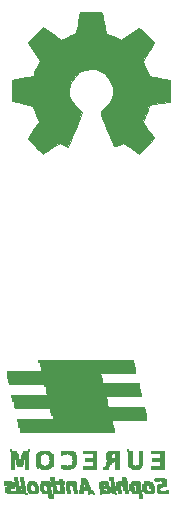
<source format=gbr>
G04 #@! TF.FileFunction,Legend,Bot*
%FSLAX46Y46*%
G04 Gerber Fmt 4.6, Leading zero omitted, Abs format (unit mm)*
G04 Created by KiCad (PCBNEW 4.0.2+dfsg1-stable) date Wed 06 Jul 2016 03:59:12 PM CEST*
%MOMM*%
G01*
G04 APERTURE LIST*
%ADD10C,0.100000*%
%ADD11C,0.010000*%
%ADD12C,0.002540*%
G04 APERTURE END LIST*
D10*
D11*
G36*
X144150000Y-61350000D02*
X144050000Y-61350000D01*
X144050000Y-61450000D01*
X144150000Y-61450000D01*
X144150000Y-61350000D01*
X144150000Y-61350000D01*
G37*
X144150000Y-61350000D02*
X144050000Y-61350000D01*
X144050000Y-61450000D01*
X144150000Y-61450000D01*
X144150000Y-61350000D01*
G36*
X144050000Y-61350000D02*
X143950000Y-61350000D01*
X143950000Y-61450000D01*
X144050000Y-61450000D01*
X144050000Y-61350000D01*
X144050000Y-61350000D01*
G37*
X144050000Y-61350000D02*
X143950000Y-61350000D01*
X143950000Y-61450000D01*
X144050000Y-61450000D01*
X144050000Y-61350000D01*
G36*
X143950000Y-61350000D02*
X143850000Y-61350000D01*
X143850000Y-61450000D01*
X143950000Y-61450000D01*
X143950000Y-61350000D01*
X143950000Y-61350000D01*
G37*
X143950000Y-61350000D02*
X143850000Y-61350000D01*
X143850000Y-61450000D01*
X143950000Y-61450000D01*
X143950000Y-61350000D01*
G36*
X143850000Y-61350000D02*
X143750000Y-61350000D01*
X143750000Y-61450000D01*
X143850000Y-61450000D01*
X143850000Y-61350000D01*
X143850000Y-61350000D01*
G37*
X143850000Y-61350000D02*
X143750000Y-61350000D01*
X143750000Y-61450000D01*
X143850000Y-61450000D01*
X143850000Y-61350000D01*
G36*
X143750000Y-61350000D02*
X143650000Y-61350000D01*
X143650000Y-61450000D01*
X143750000Y-61450000D01*
X143750000Y-61350000D01*
X143750000Y-61350000D01*
G37*
X143750000Y-61350000D02*
X143650000Y-61350000D01*
X143650000Y-61450000D01*
X143750000Y-61450000D01*
X143750000Y-61350000D01*
G36*
X143650000Y-61350000D02*
X143550000Y-61350000D01*
X143550000Y-61450000D01*
X143650000Y-61450000D01*
X143650000Y-61350000D01*
X143650000Y-61350000D01*
G37*
X143650000Y-61350000D02*
X143550000Y-61350000D01*
X143550000Y-61450000D01*
X143650000Y-61450000D01*
X143650000Y-61350000D01*
G36*
X143550000Y-61350000D02*
X143450000Y-61350000D01*
X143450000Y-61450000D01*
X143550000Y-61450000D01*
X143550000Y-61350000D01*
X143550000Y-61350000D01*
G37*
X143550000Y-61350000D02*
X143450000Y-61350000D01*
X143450000Y-61450000D01*
X143550000Y-61450000D01*
X143550000Y-61350000D01*
G36*
X143450000Y-61350000D02*
X143350000Y-61350000D01*
X143350000Y-61450000D01*
X143450000Y-61450000D01*
X143450000Y-61350000D01*
X143450000Y-61350000D01*
G37*
X143450000Y-61350000D02*
X143350000Y-61350000D01*
X143350000Y-61450000D01*
X143450000Y-61450000D01*
X143450000Y-61350000D01*
G36*
X143350000Y-61350000D02*
X143250000Y-61350000D01*
X143250000Y-61450000D01*
X143350000Y-61450000D01*
X143350000Y-61350000D01*
X143350000Y-61350000D01*
G37*
X143350000Y-61350000D02*
X143250000Y-61350000D01*
X143250000Y-61450000D01*
X143350000Y-61450000D01*
X143350000Y-61350000D01*
G36*
X143250000Y-61350000D02*
X143150000Y-61350000D01*
X143150000Y-61450000D01*
X143250000Y-61450000D01*
X143250000Y-61350000D01*
X143250000Y-61350000D01*
G37*
X143250000Y-61350000D02*
X143150000Y-61350000D01*
X143150000Y-61450000D01*
X143250000Y-61450000D01*
X143250000Y-61350000D01*
G36*
X143150000Y-61350000D02*
X143050000Y-61350000D01*
X143050000Y-61450000D01*
X143150000Y-61450000D01*
X143150000Y-61350000D01*
X143150000Y-61350000D01*
G37*
X143150000Y-61350000D02*
X143050000Y-61350000D01*
X143050000Y-61450000D01*
X143150000Y-61450000D01*
X143150000Y-61350000D01*
G36*
X143050000Y-61350000D02*
X142950000Y-61350000D01*
X142950000Y-61450000D01*
X143050000Y-61450000D01*
X143050000Y-61350000D01*
X143050000Y-61350000D01*
G37*
X143050000Y-61350000D02*
X142950000Y-61350000D01*
X142950000Y-61450000D01*
X143050000Y-61450000D01*
X143050000Y-61350000D01*
G36*
X142950000Y-61350000D02*
X142850000Y-61350000D01*
X142850000Y-61450000D01*
X142950000Y-61450000D01*
X142950000Y-61350000D01*
X142950000Y-61350000D01*
G37*
X142950000Y-61350000D02*
X142850000Y-61350000D01*
X142850000Y-61450000D01*
X142950000Y-61450000D01*
X142950000Y-61350000D01*
G36*
X142850000Y-61350000D02*
X142750000Y-61350000D01*
X142750000Y-61450000D01*
X142850000Y-61450000D01*
X142850000Y-61350000D01*
X142850000Y-61350000D01*
G37*
X142850000Y-61350000D02*
X142750000Y-61350000D01*
X142750000Y-61450000D01*
X142850000Y-61450000D01*
X142850000Y-61350000D01*
G36*
X142750000Y-61350000D02*
X142650000Y-61350000D01*
X142650000Y-61450000D01*
X142750000Y-61450000D01*
X142750000Y-61350000D01*
X142750000Y-61350000D01*
G37*
X142750000Y-61350000D02*
X142650000Y-61350000D01*
X142650000Y-61450000D01*
X142750000Y-61450000D01*
X142750000Y-61350000D01*
G36*
X142650000Y-61350000D02*
X142550000Y-61350000D01*
X142550000Y-61450000D01*
X142650000Y-61450000D01*
X142650000Y-61350000D01*
X142650000Y-61350000D01*
G37*
X142650000Y-61350000D02*
X142550000Y-61350000D01*
X142550000Y-61450000D01*
X142650000Y-61450000D01*
X142650000Y-61350000D01*
G36*
X142550000Y-61350000D02*
X142450000Y-61350000D01*
X142450000Y-61450000D01*
X142550000Y-61450000D01*
X142550000Y-61350000D01*
X142550000Y-61350000D01*
G37*
X142550000Y-61350000D02*
X142450000Y-61350000D01*
X142450000Y-61450000D01*
X142550000Y-61450000D01*
X142550000Y-61350000D01*
G36*
X142450000Y-61350000D02*
X142350000Y-61350000D01*
X142350000Y-61450000D01*
X142450000Y-61450000D01*
X142450000Y-61350000D01*
X142450000Y-61350000D01*
G37*
X142450000Y-61350000D02*
X142350000Y-61350000D01*
X142350000Y-61450000D01*
X142450000Y-61450000D01*
X142450000Y-61350000D01*
G36*
X142350000Y-61350000D02*
X142250000Y-61350000D01*
X142250000Y-61450000D01*
X142350000Y-61450000D01*
X142350000Y-61350000D01*
X142350000Y-61350000D01*
G37*
X142350000Y-61350000D02*
X142250000Y-61350000D01*
X142250000Y-61450000D01*
X142350000Y-61450000D01*
X142350000Y-61350000D01*
G36*
X142250000Y-61350000D02*
X142150000Y-61350000D01*
X142150000Y-61450000D01*
X142250000Y-61450000D01*
X142250000Y-61350000D01*
X142250000Y-61350000D01*
G37*
X142250000Y-61350000D02*
X142150000Y-61350000D01*
X142150000Y-61450000D01*
X142250000Y-61450000D01*
X142250000Y-61350000D01*
G36*
X142150000Y-61350000D02*
X142050000Y-61350000D01*
X142050000Y-61450000D01*
X142150000Y-61450000D01*
X142150000Y-61350000D01*
X142150000Y-61350000D01*
G37*
X142150000Y-61350000D02*
X142050000Y-61350000D01*
X142050000Y-61450000D01*
X142150000Y-61450000D01*
X142150000Y-61350000D01*
G36*
X142050000Y-61350000D02*
X141950000Y-61350000D01*
X141950000Y-61450000D01*
X142050000Y-61450000D01*
X142050000Y-61350000D01*
X142050000Y-61350000D01*
G37*
X142050000Y-61350000D02*
X141950000Y-61350000D01*
X141950000Y-61450000D01*
X142050000Y-61450000D01*
X142050000Y-61350000D01*
G36*
X141950000Y-61350000D02*
X141850000Y-61350000D01*
X141850000Y-61450000D01*
X141950000Y-61450000D01*
X141950000Y-61350000D01*
X141950000Y-61350000D01*
G37*
X141950000Y-61350000D02*
X141850000Y-61350000D01*
X141850000Y-61450000D01*
X141950000Y-61450000D01*
X141950000Y-61350000D01*
G36*
X141850000Y-61350000D02*
X141750000Y-61350000D01*
X141750000Y-61450000D01*
X141850000Y-61450000D01*
X141850000Y-61350000D01*
X141850000Y-61350000D01*
G37*
X141850000Y-61350000D02*
X141750000Y-61350000D01*
X141750000Y-61450000D01*
X141850000Y-61450000D01*
X141850000Y-61350000D01*
G36*
X141750000Y-61350000D02*
X141650000Y-61350000D01*
X141650000Y-61450000D01*
X141750000Y-61450000D01*
X141750000Y-61350000D01*
X141750000Y-61350000D01*
G37*
X141750000Y-61350000D02*
X141650000Y-61350000D01*
X141650000Y-61450000D01*
X141750000Y-61450000D01*
X141750000Y-61350000D01*
G36*
X141650000Y-61350000D02*
X141550000Y-61350000D01*
X141550000Y-61450000D01*
X141650000Y-61450000D01*
X141650000Y-61350000D01*
X141650000Y-61350000D01*
G37*
X141650000Y-61350000D02*
X141550000Y-61350000D01*
X141550000Y-61450000D01*
X141650000Y-61450000D01*
X141650000Y-61350000D01*
G36*
X141550000Y-61350000D02*
X141450000Y-61350000D01*
X141450000Y-61450000D01*
X141550000Y-61450000D01*
X141550000Y-61350000D01*
X141550000Y-61350000D01*
G37*
X141550000Y-61350000D02*
X141450000Y-61350000D01*
X141450000Y-61450000D01*
X141550000Y-61450000D01*
X141550000Y-61350000D01*
G36*
X141450000Y-61350000D02*
X141350000Y-61350000D01*
X141350000Y-61450000D01*
X141450000Y-61450000D01*
X141450000Y-61350000D01*
X141450000Y-61350000D01*
G37*
X141450000Y-61350000D02*
X141350000Y-61350000D01*
X141350000Y-61450000D01*
X141450000Y-61450000D01*
X141450000Y-61350000D01*
G36*
X141350000Y-61350000D02*
X141250000Y-61350000D01*
X141250000Y-61450000D01*
X141350000Y-61450000D01*
X141350000Y-61350000D01*
X141350000Y-61350000D01*
G37*
X141350000Y-61350000D02*
X141250000Y-61350000D01*
X141250000Y-61450000D01*
X141350000Y-61450000D01*
X141350000Y-61350000D01*
G36*
X141250000Y-61350000D02*
X141150000Y-61350000D01*
X141150000Y-61450000D01*
X141250000Y-61450000D01*
X141250000Y-61350000D01*
X141250000Y-61350000D01*
G37*
X141250000Y-61350000D02*
X141150000Y-61350000D01*
X141150000Y-61450000D01*
X141250000Y-61450000D01*
X141250000Y-61350000D01*
G36*
X141150000Y-61350000D02*
X141050000Y-61350000D01*
X141050000Y-61450000D01*
X141150000Y-61450000D01*
X141150000Y-61350000D01*
X141150000Y-61350000D01*
G37*
X141150000Y-61350000D02*
X141050000Y-61350000D01*
X141050000Y-61450000D01*
X141150000Y-61450000D01*
X141150000Y-61350000D01*
G36*
X141050000Y-61350000D02*
X140950000Y-61350000D01*
X140950000Y-61450000D01*
X141050000Y-61450000D01*
X141050000Y-61350000D01*
X141050000Y-61350000D01*
G37*
X141050000Y-61350000D02*
X140950000Y-61350000D01*
X140950000Y-61450000D01*
X141050000Y-61450000D01*
X141050000Y-61350000D01*
G36*
X140950000Y-61350000D02*
X140850000Y-61350000D01*
X140850000Y-61450000D01*
X140950000Y-61450000D01*
X140950000Y-61350000D01*
X140950000Y-61350000D01*
G37*
X140950000Y-61350000D02*
X140850000Y-61350000D01*
X140850000Y-61450000D01*
X140950000Y-61450000D01*
X140950000Y-61350000D01*
G36*
X140850000Y-61350000D02*
X140750000Y-61350000D01*
X140750000Y-61450000D01*
X140850000Y-61450000D01*
X140850000Y-61350000D01*
X140850000Y-61350000D01*
G37*
X140850000Y-61350000D02*
X140750000Y-61350000D01*
X140750000Y-61450000D01*
X140850000Y-61450000D01*
X140850000Y-61350000D01*
G36*
X140750000Y-61350000D02*
X140650000Y-61350000D01*
X140650000Y-61450000D01*
X140750000Y-61450000D01*
X140750000Y-61350000D01*
X140750000Y-61350000D01*
G37*
X140750000Y-61350000D02*
X140650000Y-61350000D01*
X140650000Y-61450000D01*
X140750000Y-61450000D01*
X140750000Y-61350000D01*
G36*
X140650000Y-61350000D02*
X140550000Y-61350000D01*
X140550000Y-61450000D01*
X140650000Y-61450000D01*
X140650000Y-61350000D01*
X140650000Y-61350000D01*
G37*
X140650000Y-61350000D02*
X140550000Y-61350000D01*
X140550000Y-61450000D01*
X140650000Y-61450000D01*
X140650000Y-61350000D01*
G36*
X140550000Y-61350000D02*
X140450000Y-61350000D01*
X140450000Y-61450000D01*
X140550000Y-61450000D01*
X140550000Y-61350000D01*
X140550000Y-61350000D01*
G37*
X140550000Y-61350000D02*
X140450000Y-61350000D01*
X140450000Y-61450000D01*
X140550000Y-61450000D01*
X140550000Y-61350000D01*
G36*
X140450000Y-61350000D02*
X140350000Y-61350000D01*
X140350000Y-61450000D01*
X140450000Y-61450000D01*
X140450000Y-61350000D01*
X140450000Y-61350000D01*
G37*
X140450000Y-61350000D02*
X140350000Y-61350000D01*
X140350000Y-61450000D01*
X140450000Y-61450000D01*
X140450000Y-61350000D01*
G36*
X140350000Y-61350000D02*
X140250000Y-61350000D01*
X140250000Y-61450000D01*
X140350000Y-61450000D01*
X140350000Y-61350000D01*
X140350000Y-61350000D01*
G37*
X140350000Y-61350000D02*
X140250000Y-61350000D01*
X140250000Y-61450000D01*
X140350000Y-61450000D01*
X140350000Y-61350000D01*
G36*
X140250000Y-61350000D02*
X140150000Y-61350000D01*
X140150000Y-61450000D01*
X140250000Y-61450000D01*
X140250000Y-61350000D01*
X140250000Y-61350000D01*
G37*
X140250000Y-61350000D02*
X140150000Y-61350000D01*
X140150000Y-61450000D01*
X140250000Y-61450000D01*
X140250000Y-61350000D01*
G36*
X140150000Y-61350000D02*
X140050000Y-61350000D01*
X140050000Y-61450000D01*
X140150000Y-61450000D01*
X140150000Y-61350000D01*
X140150000Y-61350000D01*
G37*
X140150000Y-61350000D02*
X140050000Y-61350000D01*
X140050000Y-61450000D01*
X140150000Y-61450000D01*
X140150000Y-61350000D01*
G36*
X140050000Y-61350000D02*
X139950000Y-61350000D01*
X139950000Y-61450000D01*
X140050000Y-61450000D01*
X140050000Y-61350000D01*
X140050000Y-61350000D01*
G37*
X140050000Y-61350000D02*
X139950000Y-61350000D01*
X139950000Y-61450000D01*
X140050000Y-61450000D01*
X140050000Y-61350000D01*
G36*
X139950000Y-61350000D02*
X139850000Y-61350000D01*
X139850000Y-61450000D01*
X139950000Y-61450000D01*
X139950000Y-61350000D01*
X139950000Y-61350000D01*
G37*
X139950000Y-61350000D02*
X139850000Y-61350000D01*
X139850000Y-61450000D01*
X139950000Y-61450000D01*
X139950000Y-61350000D01*
G36*
X139850000Y-61350000D02*
X139750000Y-61350000D01*
X139750000Y-61450000D01*
X139850000Y-61450000D01*
X139850000Y-61350000D01*
X139850000Y-61350000D01*
G37*
X139850000Y-61350000D02*
X139750000Y-61350000D01*
X139750000Y-61450000D01*
X139850000Y-61450000D01*
X139850000Y-61350000D01*
G36*
X139750000Y-61350000D02*
X139650000Y-61350000D01*
X139650000Y-61450000D01*
X139750000Y-61450000D01*
X139750000Y-61350000D01*
X139750000Y-61350000D01*
G37*
X139750000Y-61350000D02*
X139650000Y-61350000D01*
X139650000Y-61450000D01*
X139750000Y-61450000D01*
X139750000Y-61350000D01*
G36*
X139650000Y-61350000D02*
X139550000Y-61350000D01*
X139550000Y-61450000D01*
X139650000Y-61450000D01*
X139650000Y-61350000D01*
X139650000Y-61350000D01*
G37*
X139650000Y-61350000D02*
X139550000Y-61350000D01*
X139550000Y-61450000D01*
X139650000Y-61450000D01*
X139650000Y-61350000D01*
G36*
X139550000Y-61350000D02*
X139450000Y-61350000D01*
X139450000Y-61450000D01*
X139550000Y-61450000D01*
X139550000Y-61350000D01*
X139550000Y-61350000D01*
G37*
X139550000Y-61350000D02*
X139450000Y-61350000D01*
X139450000Y-61450000D01*
X139550000Y-61450000D01*
X139550000Y-61350000D01*
G36*
X139450000Y-61350000D02*
X139350000Y-61350000D01*
X139350000Y-61450000D01*
X139450000Y-61450000D01*
X139450000Y-61350000D01*
X139450000Y-61350000D01*
G37*
X139450000Y-61350000D02*
X139350000Y-61350000D01*
X139350000Y-61450000D01*
X139450000Y-61450000D01*
X139450000Y-61350000D01*
G36*
X139350000Y-61350000D02*
X139250000Y-61350000D01*
X139250000Y-61450000D01*
X139350000Y-61450000D01*
X139350000Y-61350000D01*
X139350000Y-61350000D01*
G37*
X139350000Y-61350000D02*
X139250000Y-61350000D01*
X139250000Y-61450000D01*
X139350000Y-61450000D01*
X139350000Y-61350000D01*
G36*
X139250000Y-61350000D02*
X139150000Y-61350000D01*
X139150000Y-61450000D01*
X139250000Y-61450000D01*
X139250000Y-61350000D01*
X139250000Y-61350000D01*
G37*
X139250000Y-61350000D02*
X139150000Y-61350000D01*
X139150000Y-61450000D01*
X139250000Y-61450000D01*
X139250000Y-61350000D01*
G36*
X139150000Y-61350000D02*
X139050000Y-61350000D01*
X139050000Y-61450000D01*
X139150000Y-61450000D01*
X139150000Y-61350000D01*
X139150000Y-61350000D01*
G37*
X139150000Y-61350000D02*
X139050000Y-61350000D01*
X139050000Y-61450000D01*
X139150000Y-61450000D01*
X139150000Y-61350000D01*
G36*
X139050000Y-61350000D02*
X138950000Y-61350000D01*
X138950000Y-61450000D01*
X139050000Y-61450000D01*
X139050000Y-61350000D01*
X139050000Y-61350000D01*
G37*
X139050000Y-61350000D02*
X138950000Y-61350000D01*
X138950000Y-61450000D01*
X139050000Y-61450000D01*
X139050000Y-61350000D01*
G36*
X138950000Y-61350000D02*
X138850000Y-61350000D01*
X138850000Y-61450000D01*
X138950000Y-61450000D01*
X138950000Y-61350000D01*
X138950000Y-61350000D01*
G37*
X138950000Y-61350000D02*
X138850000Y-61350000D01*
X138850000Y-61450000D01*
X138950000Y-61450000D01*
X138950000Y-61350000D01*
G36*
X138850000Y-61350000D02*
X138750000Y-61350000D01*
X138750000Y-61450000D01*
X138850000Y-61450000D01*
X138850000Y-61350000D01*
X138850000Y-61350000D01*
G37*
X138850000Y-61350000D02*
X138750000Y-61350000D01*
X138750000Y-61450000D01*
X138850000Y-61450000D01*
X138850000Y-61350000D01*
G36*
X138750000Y-61350000D02*
X138650000Y-61350000D01*
X138650000Y-61450000D01*
X138750000Y-61450000D01*
X138750000Y-61350000D01*
X138750000Y-61350000D01*
G37*
X138750000Y-61350000D02*
X138650000Y-61350000D01*
X138650000Y-61450000D01*
X138750000Y-61450000D01*
X138750000Y-61350000D01*
G36*
X138650000Y-61350000D02*
X138550000Y-61350000D01*
X138550000Y-61450000D01*
X138650000Y-61450000D01*
X138650000Y-61350000D01*
X138650000Y-61350000D01*
G37*
X138650000Y-61350000D02*
X138550000Y-61350000D01*
X138550000Y-61450000D01*
X138650000Y-61450000D01*
X138650000Y-61350000D01*
G36*
X138550000Y-61350000D02*
X138450000Y-61350000D01*
X138450000Y-61450000D01*
X138550000Y-61450000D01*
X138550000Y-61350000D01*
X138550000Y-61350000D01*
G37*
X138550000Y-61350000D02*
X138450000Y-61350000D01*
X138450000Y-61450000D01*
X138550000Y-61450000D01*
X138550000Y-61350000D01*
G36*
X138450000Y-61350000D02*
X138350000Y-61350000D01*
X138350000Y-61450000D01*
X138450000Y-61450000D01*
X138450000Y-61350000D01*
X138450000Y-61350000D01*
G37*
X138450000Y-61350000D02*
X138350000Y-61350000D01*
X138350000Y-61450000D01*
X138450000Y-61450000D01*
X138450000Y-61350000D01*
G36*
X138350000Y-61350000D02*
X138250000Y-61350000D01*
X138250000Y-61450000D01*
X138350000Y-61450000D01*
X138350000Y-61350000D01*
X138350000Y-61350000D01*
G37*
X138350000Y-61350000D02*
X138250000Y-61350000D01*
X138250000Y-61450000D01*
X138350000Y-61450000D01*
X138350000Y-61350000D01*
G36*
X138250000Y-61350000D02*
X138150000Y-61350000D01*
X138150000Y-61450000D01*
X138250000Y-61450000D01*
X138250000Y-61350000D01*
X138250000Y-61350000D01*
G37*
X138250000Y-61350000D02*
X138150000Y-61350000D01*
X138150000Y-61450000D01*
X138250000Y-61450000D01*
X138250000Y-61350000D01*
G36*
X138150000Y-61350000D02*
X138050000Y-61350000D01*
X138050000Y-61450000D01*
X138150000Y-61450000D01*
X138150000Y-61350000D01*
X138150000Y-61350000D01*
G37*
X138150000Y-61350000D02*
X138050000Y-61350000D01*
X138050000Y-61450000D01*
X138150000Y-61450000D01*
X138150000Y-61350000D01*
G36*
X138050000Y-61350000D02*
X137950000Y-61350000D01*
X137950000Y-61450000D01*
X138050000Y-61450000D01*
X138050000Y-61350000D01*
X138050000Y-61350000D01*
G37*
X138050000Y-61350000D02*
X137950000Y-61350000D01*
X137950000Y-61450000D01*
X138050000Y-61450000D01*
X138050000Y-61350000D01*
G36*
X137950000Y-61350000D02*
X137850000Y-61350000D01*
X137850000Y-61450000D01*
X137950000Y-61450000D01*
X137950000Y-61350000D01*
X137950000Y-61350000D01*
G37*
X137950000Y-61350000D02*
X137850000Y-61350000D01*
X137850000Y-61450000D01*
X137950000Y-61450000D01*
X137950000Y-61350000D01*
G36*
X137850000Y-61350000D02*
X137750000Y-61350000D01*
X137750000Y-61450000D01*
X137850000Y-61450000D01*
X137850000Y-61350000D01*
X137850000Y-61350000D01*
G37*
X137850000Y-61350000D02*
X137750000Y-61350000D01*
X137750000Y-61450000D01*
X137850000Y-61450000D01*
X137850000Y-61350000D01*
G36*
X137750000Y-61350000D02*
X137650000Y-61350000D01*
X137650000Y-61450000D01*
X137750000Y-61450000D01*
X137750000Y-61350000D01*
X137750000Y-61350000D01*
G37*
X137750000Y-61350000D02*
X137650000Y-61350000D01*
X137650000Y-61450000D01*
X137750000Y-61450000D01*
X137750000Y-61350000D01*
G36*
X137650000Y-61350000D02*
X137550000Y-61350000D01*
X137550000Y-61450000D01*
X137650000Y-61450000D01*
X137650000Y-61350000D01*
X137650000Y-61350000D01*
G37*
X137650000Y-61350000D02*
X137550000Y-61350000D01*
X137550000Y-61450000D01*
X137650000Y-61450000D01*
X137650000Y-61350000D01*
G36*
X137550000Y-61350000D02*
X137450000Y-61350000D01*
X137450000Y-61450000D01*
X137550000Y-61450000D01*
X137550000Y-61350000D01*
X137550000Y-61350000D01*
G37*
X137550000Y-61350000D02*
X137450000Y-61350000D01*
X137450000Y-61450000D01*
X137550000Y-61450000D01*
X137550000Y-61350000D01*
G36*
X137450000Y-61350000D02*
X137350000Y-61350000D01*
X137350000Y-61450000D01*
X137450000Y-61450000D01*
X137450000Y-61350000D01*
X137450000Y-61350000D01*
G37*
X137450000Y-61350000D02*
X137350000Y-61350000D01*
X137350000Y-61450000D01*
X137450000Y-61450000D01*
X137450000Y-61350000D01*
G36*
X137350000Y-61350000D02*
X137250000Y-61350000D01*
X137250000Y-61450000D01*
X137350000Y-61450000D01*
X137350000Y-61350000D01*
X137350000Y-61350000D01*
G37*
X137350000Y-61350000D02*
X137250000Y-61350000D01*
X137250000Y-61450000D01*
X137350000Y-61450000D01*
X137350000Y-61350000D01*
G36*
X137250000Y-61350000D02*
X137150000Y-61350000D01*
X137150000Y-61450000D01*
X137250000Y-61450000D01*
X137250000Y-61350000D01*
X137250000Y-61350000D01*
G37*
X137250000Y-61350000D02*
X137150000Y-61350000D01*
X137150000Y-61450000D01*
X137250000Y-61450000D01*
X137250000Y-61350000D01*
G36*
X137150000Y-61350000D02*
X137050000Y-61350000D01*
X137050000Y-61450000D01*
X137150000Y-61450000D01*
X137150000Y-61350000D01*
X137150000Y-61350000D01*
G37*
X137150000Y-61350000D02*
X137050000Y-61350000D01*
X137050000Y-61450000D01*
X137150000Y-61450000D01*
X137150000Y-61350000D01*
G36*
X137050000Y-61350000D02*
X136950000Y-61350000D01*
X136950000Y-61450000D01*
X137050000Y-61450000D01*
X137050000Y-61350000D01*
X137050000Y-61350000D01*
G37*
X137050000Y-61350000D02*
X136950000Y-61350000D01*
X136950000Y-61450000D01*
X137050000Y-61450000D01*
X137050000Y-61350000D01*
G36*
X136950000Y-61350000D02*
X136850000Y-61350000D01*
X136850000Y-61450000D01*
X136950000Y-61450000D01*
X136950000Y-61350000D01*
X136950000Y-61350000D01*
G37*
X136950000Y-61350000D02*
X136850000Y-61350000D01*
X136850000Y-61450000D01*
X136950000Y-61450000D01*
X136950000Y-61350000D01*
G36*
X136850000Y-61350000D02*
X136750000Y-61350000D01*
X136750000Y-61450000D01*
X136850000Y-61450000D01*
X136850000Y-61350000D01*
X136850000Y-61350000D01*
G37*
X136850000Y-61350000D02*
X136750000Y-61350000D01*
X136750000Y-61450000D01*
X136850000Y-61450000D01*
X136850000Y-61350000D01*
G36*
X136750000Y-61350000D02*
X136650000Y-61350000D01*
X136650000Y-61450000D01*
X136750000Y-61450000D01*
X136750000Y-61350000D01*
X136750000Y-61350000D01*
G37*
X136750000Y-61350000D02*
X136650000Y-61350000D01*
X136650000Y-61450000D01*
X136750000Y-61450000D01*
X136750000Y-61350000D01*
G36*
X136650000Y-61350000D02*
X136550000Y-61350000D01*
X136550000Y-61450000D01*
X136650000Y-61450000D01*
X136650000Y-61350000D01*
X136650000Y-61350000D01*
G37*
X136650000Y-61350000D02*
X136550000Y-61350000D01*
X136550000Y-61450000D01*
X136650000Y-61450000D01*
X136650000Y-61350000D01*
G36*
X136550000Y-61350000D02*
X136450000Y-61350000D01*
X136450000Y-61450000D01*
X136550000Y-61450000D01*
X136550000Y-61350000D01*
X136550000Y-61350000D01*
G37*
X136550000Y-61350000D02*
X136450000Y-61350000D01*
X136450000Y-61450000D01*
X136550000Y-61450000D01*
X136550000Y-61350000D01*
G36*
X136450000Y-61350000D02*
X136350000Y-61350000D01*
X136350000Y-61450000D01*
X136450000Y-61450000D01*
X136450000Y-61350000D01*
X136450000Y-61350000D01*
G37*
X136450000Y-61350000D02*
X136350000Y-61350000D01*
X136350000Y-61450000D01*
X136450000Y-61450000D01*
X136450000Y-61350000D01*
G36*
X136350000Y-61350000D02*
X136250000Y-61350000D01*
X136250000Y-61450000D01*
X136350000Y-61450000D01*
X136350000Y-61350000D01*
X136350000Y-61350000D01*
G37*
X136350000Y-61350000D02*
X136250000Y-61350000D01*
X136250000Y-61450000D01*
X136350000Y-61450000D01*
X136350000Y-61350000D01*
G36*
X136250000Y-61350000D02*
X136150000Y-61350000D01*
X136150000Y-61450000D01*
X136250000Y-61450000D01*
X136250000Y-61350000D01*
X136250000Y-61350000D01*
G37*
X136250000Y-61350000D02*
X136150000Y-61350000D01*
X136150000Y-61450000D01*
X136250000Y-61450000D01*
X136250000Y-61350000D01*
G36*
X144150000Y-61450000D02*
X144050000Y-61450000D01*
X144050000Y-61550000D01*
X144150000Y-61550000D01*
X144150000Y-61450000D01*
X144150000Y-61450000D01*
G37*
X144150000Y-61450000D02*
X144050000Y-61450000D01*
X144050000Y-61550000D01*
X144150000Y-61550000D01*
X144150000Y-61450000D01*
G36*
X144050000Y-61450000D02*
X143950000Y-61450000D01*
X143950000Y-61550000D01*
X144050000Y-61550000D01*
X144050000Y-61450000D01*
X144050000Y-61450000D01*
G37*
X144050000Y-61450000D02*
X143950000Y-61450000D01*
X143950000Y-61550000D01*
X144050000Y-61550000D01*
X144050000Y-61450000D01*
G36*
X143950000Y-61450000D02*
X143850000Y-61450000D01*
X143850000Y-61550000D01*
X143950000Y-61550000D01*
X143950000Y-61450000D01*
X143950000Y-61450000D01*
G37*
X143950000Y-61450000D02*
X143850000Y-61450000D01*
X143850000Y-61550000D01*
X143950000Y-61550000D01*
X143950000Y-61450000D01*
G36*
X143850000Y-61450000D02*
X143750000Y-61450000D01*
X143750000Y-61550000D01*
X143850000Y-61550000D01*
X143850000Y-61450000D01*
X143850000Y-61450000D01*
G37*
X143850000Y-61450000D02*
X143750000Y-61450000D01*
X143750000Y-61550000D01*
X143850000Y-61550000D01*
X143850000Y-61450000D01*
G36*
X143750000Y-61450000D02*
X143650000Y-61450000D01*
X143650000Y-61550000D01*
X143750000Y-61550000D01*
X143750000Y-61450000D01*
X143750000Y-61450000D01*
G37*
X143750000Y-61450000D02*
X143650000Y-61450000D01*
X143650000Y-61550000D01*
X143750000Y-61550000D01*
X143750000Y-61450000D01*
G36*
X143650000Y-61450000D02*
X143550000Y-61450000D01*
X143550000Y-61550000D01*
X143650000Y-61550000D01*
X143650000Y-61450000D01*
X143650000Y-61450000D01*
G37*
X143650000Y-61450000D02*
X143550000Y-61450000D01*
X143550000Y-61550000D01*
X143650000Y-61550000D01*
X143650000Y-61450000D01*
G36*
X143550000Y-61450000D02*
X143450000Y-61450000D01*
X143450000Y-61550000D01*
X143550000Y-61550000D01*
X143550000Y-61450000D01*
X143550000Y-61450000D01*
G37*
X143550000Y-61450000D02*
X143450000Y-61450000D01*
X143450000Y-61550000D01*
X143550000Y-61550000D01*
X143550000Y-61450000D01*
G36*
X143450000Y-61450000D02*
X143350000Y-61450000D01*
X143350000Y-61550000D01*
X143450000Y-61550000D01*
X143450000Y-61450000D01*
X143450000Y-61450000D01*
G37*
X143450000Y-61450000D02*
X143350000Y-61450000D01*
X143350000Y-61550000D01*
X143450000Y-61550000D01*
X143450000Y-61450000D01*
G36*
X143350000Y-61450000D02*
X143250000Y-61450000D01*
X143250000Y-61550000D01*
X143350000Y-61550000D01*
X143350000Y-61450000D01*
X143350000Y-61450000D01*
G37*
X143350000Y-61450000D02*
X143250000Y-61450000D01*
X143250000Y-61550000D01*
X143350000Y-61550000D01*
X143350000Y-61450000D01*
G36*
X143250000Y-61450000D02*
X143150000Y-61450000D01*
X143150000Y-61550000D01*
X143250000Y-61550000D01*
X143250000Y-61450000D01*
X143250000Y-61450000D01*
G37*
X143250000Y-61450000D02*
X143150000Y-61450000D01*
X143150000Y-61550000D01*
X143250000Y-61550000D01*
X143250000Y-61450000D01*
G36*
X143150000Y-61450000D02*
X143050000Y-61450000D01*
X143050000Y-61550000D01*
X143150000Y-61550000D01*
X143150000Y-61450000D01*
X143150000Y-61450000D01*
G37*
X143150000Y-61450000D02*
X143050000Y-61450000D01*
X143050000Y-61550000D01*
X143150000Y-61550000D01*
X143150000Y-61450000D01*
G36*
X143050000Y-61450000D02*
X142950000Y-61450000D01*
X142950000Y-61550000D01*
X143050000Y-61550000D01*
X143050000Y-61450000D01*
X143050000Y-61450000D01*
G37*
X143050000Y-61450000D02*
X142950000Y-61450000D01*
X142950000Y-61550000D01*
X143050000Y-61550000D01*
X143050000Y-61450000D01*
G36*
X142950000Y-61450000D02*
X142850000Y-61450000D01*
X142850000Y-61550000D01*
X142950000Y-61550000D01*
X142950000Y-61450000D01*
X142950000Y-61450000D01*
G37*
X142950000Y-61450000D02*
X142850000Y-61450000D01*
X142850000Y-61550000D01*
X142950000Y-61550000D01*
X142950000Y-61450000D01*
G36*
X142850000Y-61450000D02*
X142750000Y-61450000D01*
X142750000Y-61550000D01*
X142850000Y-61550000D01*
X142850000Y-61450000D01*
X142850000Y-61450000D01*
G37*
X142850000Y-61450000D02*
X142750000Y-61450000D01*
X142750000Y-61550000D01*
X142850000Y-61550000D01*
X142850000Y-61450000D01*
G36*
X142750000Y-61450000D02*
X142650000Y-61450000D01*
X142650000Y-61550000D01*
X142750000Y-61550000D01*
X142750000Y-61450000D01*
X142750000Y-61450000D01*
G37*
X142750000Y-61450000D02*
X142650000Y-61450000D01*
X142650000Y-61550000D01*
X142750000Y-61550000D01*
X142750000Y-61450000D01*
G36*
X142650000Y-61450000D02*
X142550000Y-61450000D01*
X142550000Y-61550000D01*
X142650000Y-61550000D01*
X142650000Y-61450000D01*
X142650000Y-61450000D01*
G37*
X142650000Y-61450000D02*
X142550000Y-61450000D01*
X142550000Y-61550000D01*
X142650000Y-61550000D01*
X142650000Y-61450000D01*
G36*
X142550000Y-61450000D02*
X142450000Y-61450000D01*
X142450000Y-61550000D01*
X142550000Y-61550000D01*
X142550000Y-61450000D01*
X142550000Y-61450000D01*
G37*
X142550000Y-61450000D02*
X142450000Y-61450000D01*
X142450000Y-61550000D01*
X142550000Y-61550000D01*
X142550000Y-61450000D01*
G36*
X142450000Y-61450000D02*
X142350000Y-61450000D01*
X142350000Y-61550000D01*
X142450000Y-61550000D01*
X142450000Y-61450000D01*
X142450000Y-61450000D01*
G37*
X142450000Y-61450000D02*
X142350000Y-61450000D01*
X142350000Y-61550000D01*
X142450000Y-61550000D01*
X142450000Y-61450000D01*
G36*
X142350000Y-61450000D02*
X142250000Y-61450000D01*
X142250000Y-61550000D01*
X142350000Y-61550000D01*
X142350000Y-61450000D01*
X142350000Y-61450000D01*
G37*
X142350000Y-61450000D02*
X142250000Y-61450000D01*
X142250000Y-61550000D01*
X142350000Y-61550000D01*
X142350000Y-61450000D01*
G36*
X142250000Y-61450000D02*
X142150000Y-61450000D01*
X142150000Y-61550000D01*
X142250000Y-61550000D01*
X142250000Y-61450000D01*
X142250000Y-61450000D01*
G37*
X142250000Y-61450000D02*
X142150000Y-61450000D01*
X142150000Y-61550000D01*
X142250000Y-61550000D01*
X142250000Y-61450000D01*
G36*
X142150000Y-61450000D02*
X142050000Y-61450000D01*
X142050000Y-61550000D01*
X142150000Y-61550000D01*
X142150000Y-61450000D01*
X142150000Y-61450000D01*
G37*
X142150000Y-61450000D02*
X142050000Y-61450000D01*
X142050000Y-61550000D01*
X142150000Y-61550000D01*
X142150000Y-61450000D01*
G36*
X142050000Y-61450000D02*
X141950000Y-61450000D01*
X141950000Y-61550000D01*
X142050000Y-61550000D01*
X142050000Y-61450000D01*
X142050000Y-61450000D01*
G37*
X142050000Y-61450000D02*
X141950000Y-61450000D01*
X141950000Y-61550000D01*
X142050000Y-61550000D01*
X142050000Y-61450000D01*
G36*
X141950000Y-61450000D02*
X141850000Y-61450000D01*
X141850000Y-61550000D01*
X141950000Y-61550000D01*
X141950000Y-61450000D01*
X141950000Y-61450000D01*
G37*
X141950000Y-61450000D02*
X141850000Y-61450000D01*
X141850000Y-61550000D01*
X141950000Y-61550000D01*
X141950000Y-61450000D01*
G36*
X141850000Y-61450000D02*
X141750000Y-61450000D01*
X141750000Y-61550000D01*
X141850000Y-61550000D01*
X141850000Y-61450000D01*
X141850000Y-61450000D01*
G37*
X141850000Y-61450000D02*
X141750000Y-61450000D01*
X141750000Y-61550000D01*
X141850000Y-61550000D01*
X141850000Y-61450000D01*
G36*
X141750000Y-61450000D02*
X141650000Y-61450000D01*
X141650000Y-61550000D01*
X141750000Y-61550000D01*
X141750000Y-61450000D01*
X141750000Y-61450000D01*
G37*
X141750000Y-61450000D02*
X141650000Y-61450000D01*
X141650000Y-61550000D01*
X141750000Y-61550000D01*
X141750000Y-61450000D01*
G36*
X141650000Y-61450000D02*
X141550000Y-61450000D01*
X141550000Y-61550000D01*
X141650000Y-61550000D01*
X141650000Y-61450000D01*
X141650000Y-61450000D01*
G37*
X141650000Y-61450000D02*
X141550000Y-61450000D01*
X141550000Y-61550000D01*
X141650000Y-61550000D01*
X141650000Y-61450000D01*
G36*
X141550000Y-61450000D02*
X141450000Y-61450000D01*
X141450000Y-61550000D01*
X141550000Y-61550000D01*
X141550000Y-61450000D01*
X141550000Y-61450000D01*
G37*
X141550000Y-61450000D02*
X141450000Y-61450000D01*
X141450000Y-61550000D01*
X141550000Y-61550000D01*
X141550000Y-61450000D01*
G36*
X141450000Y-61450000D02*
X141350000Y-61450000D01*
X141350000Y-61550000D01*
X141450000Y-61550000D01*
X141450000Y-61450000D01*
X141450000Y-61450000D01*
G37*
X141450000Y-61450000D02*
X141350000Y-61450000D01*
X141350000Y-61550000D01*
X141450000Y-61550000D01*
X141450000Y-61450000D01*
G36*
X141350000Y-61450000D02*
X141250000Y-61450000D01*
X141250000Y-61550000D01*
X141350000Y-61550000D01*
X141350000Y-61450000D01*
X141350000Y-61450000D01*
G37*
X141350000Y-61450000D02*
X141250000Y-61450000D01*
X141250000Y-61550000D01*
X141350000Y-61550000D01*
X141350000Y-61450000D01*
G36*
X141250000Y-61450000D02*
X141150000Y-61450000D01*
X141150000Y-61550000D01*
X141250000Y-61550000D01*
X141250000Y-61450000D01*
X141250000Y-61450000D01*
G37*
X141250000Y-61450000D02*
X141150000Y-61450000D01*
X141150000Y-61550000D01*
X141250000Y-61550000D01*
X141250000Y-61450000D01*
G36*
X141150000Y-61450000D02*
X141050000Y-61450000D01*
X141050000Y-61550000D01*
X141150000Y-61550000D01*
X141150000Y-61450000D01*
X141150000Y-61450000D01*
G37*
X141150000Y-61450000D02*
X141050000Y-61450000D01*
X141050000Y-61550000D01*
X141150000Y-61550000D01*
X141150000Y-61450000D01*
G36*
X141050000Y-61450000D02*
X140950000Y-61450000D01*
X140950000Y-61550000D01*
X141050000Y-61550000D01*
X141050000Y-61450000D01*
X141050000Y-61450000D01*
G37*
X141050000Y-61450000D02*
X140950000Y-61450000D01*
X140950000Y-61550000D01*
X141050000Y-61550000D01*
X141050000Y-61450000D01*
G36*
X140950000Y-61450000D02*
X140850000Y-61450000D01*
X140850000Y-61550000D01*
X140950000Y-61550000D01*
X140950000Y-61450000D01*
X140950000Y-61450000D01*
G37*
X140950000Y-61450000D02*
X140850000Y-61450000D01*
X140850000Y-61550000D01*
X140950000Y-61550000D01*
X140950000Y-61450000D01*
G36*
X140850000Y-61450000D02*
X140750000Y-61450000D01*
X140750000Y-61550000D01*
X140850000Y-61550000D01*
X140850000Y-61450000D01*
X140850000Y-61450000D01*
G37*
X140850000Y-61450000D02*
X140750000Y-61450000D01*
X140750000Y-61550000D01*
X140850000Y-61550000D01*
X140850000Y-61450000D01*
G36*
X140750000Y-61450000D02*
X140650000Y-61450000D01*
X140650000Y-61550000D01*
X140750000Y-61550000D01*
X140750000Y-61450000D01*
X140750000Y-61450000D01*
G37*
X140750000Y-61450000D02*
X140650000Y-61450000D01*
X140650000Y-61550000D01*
X140750000Y-61550000D01*
X140750000Y-61450000D01*
G36*
X140650000Y-61450000D02*
X140550000Y-61450000D01*
X140550000Y-61550000D01*
X140650000Y-61550000D01*
X140650000Y-61450000D01*
X140650000Y-61450000D01*
G37*
X140650000Y-61450000D02*
X140550000Y-61450000D01*
X140550000Y-61550000D01*
X140650000Y-61550000D01*
X140650000Y-61450000D01*
G36*
X140550000Y-61450000D02*
X140450000Y-61450000D01*
X140450000Y-61550000D01*
X140550000Y-61550000D01*
X140550000Y-61450000D01*
X140550000Y-61450000D01*
G37*
X140550000Y-61450000D02*
X140450000Y-61450000D01*
X140450000Y-61550000D01*
X140550000Y-61550000D01*
X140550000Y-61450000D01*
G36*
X140450000Y-61450000D02*
X140350000Y-61450000D01*
X140350000Y-61550000D01*
X140450000Y-61550000D01*
X140450000Y-61450000D01*
X140450000Y-61450000D01*
G37*
X140450000Y-61450000D02*
X140350000Y-61450000D01*
X140350000Y-61550000D01*
X140450000Y-61550000D01*
X140450000Y-61450000D01*
G36*
X140350000Y-61450000D02*
X140250000Y-61450000D01*
X140250000Y-61550000D01*
X140350000Y-61550000D01*
X140350000Y-61450000D01*
X140350000Y-61450000D01*
G37*
X140350000Y-61450000D02*
X140250000Y-61450000D01*
X140250000Y-61550000D01*
X140350000Y-61550000D01*
X140350000Y-61450000D01*
G36*
X140250000Y-61450000D02*
X140150000Y-61450000D01*
X140150000Y-61550000D01*
X140250000Y-61550000D01*
X140250000Y-61450000D01*
X140250000Y-61450000D01*
G37*
X140250000Y-61450000D02*
X140150000Y-61450000D01*
X140150000Y-61550000D01*
X140250000Y-61550000D01*
X140250000Y-61450000D01*
G36*
X140150000Y-61450000D02*
X140050000Y-61450000D01*
X140050000Y-61550000D01*
X140150000Y-61550000D01*
X140150000Y-61450000D01*
X140150000Y-61450000D01*
G37*
X140150000Y-61450000D02*
X140050000Y-61450000D01*
X140050000Y-61550000D01*
X140150000Y-61550000D01*
X140150000Y-61450000D01*
G36*
X140050000Y-61450000D02*
X139950000Y-61450000D01*
X139950000Y-61550000D01*
X140050000Y-61550000D01*
X140050000Y-61450000D01*
X140050000Y-61450000D01*
G37*
X140050000Y-61450000D02*
X139950000Y-61450000D01*
X139950000Y-61550000D01*
X140050000Y-61550000D01*
X140050000Y-61450000D01*
G36*
X139950000Y-61450000D02*
X139850000Y-61450000D01*
X139850000Y-61550000D01*
X139950000Y-61550000D01*
X139950000Y-61450000D01*
X139950000Y-61450000D01*
G37*
X139950000Y-61450000D02*
X139850000Y-61450000D01*
X139850000Y-61550000D01*
X139950000Y-61550000D01*
X139950000Y-61450000D01*
G36*
X139850000Y-61450000D02*
X139750000Y-61450000D01*
X139750000Y-61550000D01*
X139850000Y-61550000D01*
X139850000Y-61450000D01*
X139850000Y-61450000D01*
G37*
X139850000Y-61450000D02*
X139750000Y-61450000D01*
X139750000Y-61550000D01*
X139850000Y-61550000D01*
X139850000Y-61450000D01*
G36*
X139750000Y-61450000D02*
X139650000Y-61450000D01*
X139650000Y-61550000D01*
X139750000Y-61550000D01*
X139750000Y-61450000D01*
X139750000Y-61450000D01*
G37*
X139750000Y-61450000D02*
X139650000Y-61450000D01*
X139650000Y-61550000D01*
X139750000Y-61550000D01*
X139750000Y-61450000D01*
G36*
X139650000Y-61450000D02*
X139550000Y-61450000D01*
X139550000Y-61550000D01*
X139650000Y-61550000D01*
X139650000Y-61450000D01*
X139650000Y-61450000D01*
G37*
X139650000Y-61450000D02*
X139550000Y-61450000D01*
X139550000Y-61550000D01*
X139650000Y-61550000D01*
X139650000Y-61450000D01*
G36*
X139550000Y-61450000D02*
X139450000Y-61450000D01*
X139450000Y-61550000D01*
X139550000Y-61550000D01*
X139550000Y-61450000D01*
X139550000Y-61450000D01*
G37*
X139550000Y-61450000D02*
X139450000Y-61450000D01*
X139450000Y-61550000D01*
X139550000Y-61550000D01*
X139550000Y-61450000D01*
G36*
X139450000Y-61450000D02*
X139350000Y-61450000D01*
X139350000Y-61550000D01*
X139450000Y-61550000D01*
X139450000Y-61450000D01*
X139450000Y-61450000D01*
G37*
X139450000Y-61450000D02*
X139350000Y-61450000D01*
X139350000Y-61550000D01*
X139450000Y-61550000D01*
X139450000Y-61450000D01*
G36*
X139350000Y-61450000D02*
X139250000Y-61450000D01*
X139250000Y-61550000D01*
X139350000Y-61550000D01*
X139350000Y-61450000D01*
X139350000Y-61450000D01*
G37*
X139350000Y-61450000D02*
X139250000Y-61450000D01*
X139250000Y-61550000D01*
X139350000Y-61550000D01*
X139350000Y-61450000D01*
G36*
X139250000Y-61450000D02*
X139150000Y-61450000D01*
X139150000Y-61550000D01*
X139250000Y-61550000D01*
X139250000Y-61450000D01*
X139250000Y-61450000D01*
G37*
X139250000Y-61450000D02*
X139150000Y-61450000D01*
X139150000Y-61550000D01*
X139250000Y-61550000D01*
X139250000Y-61450000D01*
G36*
X139150000Y-61450000D02*
X139050000Y-61450000D01*
X139050000Y-61550000D01*
X139150000Y-61550000D01*
X139150000Y-61450000D01*
X139150000Y-61450000D01*
G37*
X139150000Y-61450000D02*
X139050000Y-61450000D01*
X139050000Y-61550000D01*
X139150000Y-61550000D01*
X139150000Y-61450000D01*
G36*
X139050000Y-61450000D02*
X138950000Y-61450000D01*
X138950000Y-61550000D01*
X139050000Y-61550000D01*
X139050000Y-61450000D01*
X139050000Y-61450000D01*
G37*
X139050000Y-61450000D02*
X138950000Y-61450000D01*
X138950000Y-61550000D01*
X139050000Y-61550000D01*
X139050000Y-61450000D01*
G36*
X138950000Y-61450000D02*
X138850000Y-61450000D01*
X138850000Y-61550000D01*
X138950000Y-61550000D01*
X138950000Y-61450000D01*
X138950000Y-61450000D01*
G37*
X138950000Y-61450000D02*
X138850000Y-61450000D01*
X138850000Y-61550000D01*
X138950000Y-61550000D01*
X138950000Y-61450000D01*
G36*
X138850000Y-61450000D02*
X138750000Y-61450000D01*
X138750000Y-61550000D01*
X138850000Y-61550000D01*
X138850000Y-61450000D01*
X138850000Y-61450000D01*
G37*
X138850000Y-61450000D02*
X138750000Y-61450000D01*
X138750000Y-61550000D01*
X138850000Y-61550000D01*
X138850000Y-61450000D01*
G36*
X138750000Y-61450000D02*
X138650000Y-61450000D01*
X138650000Y-61550000D01*
X138750000Y-61550000D01*
X138750000Y-61450000D01*
X138750000Y-61450000D01*
G37*
X138750000Y-61450000D02*
X138650000Y-61450000D01*
X138650000Y-61550000D01*
X138750000Y-61550000D01*
X138750000Y-61450000D01*
G36*
X138650000Y-61450000D02*
X138550000Y-61450000D01*
X138550000Y-61550000D01*
X138650000Y-61550000D01*
X138650000Y-61450000D01*
X138650000Y-61450000D01*
G37*
X138650000Y-61450000D02*
X138550000Y-61450000D01*
X138550000Y-61550000D01*
X138650000Y-61550000D01*
X138650000Y-61450000D01*
G36*
X138550000Y-61450000D02*
X138450000Y-61450000D01*
X138450000Y-61550000D01*
X138550000Y-61550000D01*
X138550000Y-61450000D01*
X138550000Y-61450000D01*
G37*
X138550000Y-61450000D02*
X138450000Y-61450000D01*
X138450000Y-61550000D01*
X138550000Y-61550000D01*
X138550000Y-61450000D01*
G36*
X138450000Y-61450000D02*
X138350000Y-61450000D01*
X138350000Y-61550000D01*
X138450000Y-61550000D01*
X138450000Y-61450000D01*
X138450000Y-61450000D01*
G37*
X138450000Y-61450000D02*
X138350000Y-61450000D01*
X138350000Y-61550000D01*
X138450000Y-61550000D01*
X138450000Y-61450000D01*
G36*
X138350000Y-61450000D02*
X138250000Y-61450000D01*
X138250000Y-61550000D01*
X138350000Y-61550000D01*
X138350000Y-61450000D01*
X138350000Y-61450000D01*
G37*
X138350000Y-61450000D02*
X138250000Y-61450000D01*
X138250000Y-61550000D01*
X138350000Y-61550000D01*
X138350000Y-61450000D01*
G36*
X138250000Y-61450000D02*
X138150000Y-61450000D01*
X138150000Y-61550000D01*
X138250000Y-61550000D01*
X138250000Y-61450000D01*
X138250000Y-61450000D01*
G37*
X138250000Y-61450000D02*
X138150000Y-61450000D01*
X138150000Y-61550000D01*
X138250000Y-61550000D01*
X138250000Y-61450000D01*
G36*
X138150000Y-61450000D02*
X138050000Y-61450000D01*
X138050000Y-61550000D01*
X138150000Y-61550000D01*
X138150000Y-61450000D01*
X138150000Y-61450000D01*
G37*
X138150000Y-61450000D02*
X138050000Y-61450000D01*
X138050000Y-61550000D01*
X138150000Y-61550000D01*
X138150000Y-61450000D01*
G36*
X138050000Y-61450000D02*
X137950000Y-61450000D01*
X137950000Y-61550000D01*
X138050000Y-61550000D01*
X138050000Y-61450000D01*
X138050000Y-61450000D01*
G37*
X138050000Y-61450000D02*
X137950000Y-61450000D01*
X137950000Y-61550000D01*
X138050000Y-61550000D01*
X138050000Y-61450000D01*
G36*
X137950000Y-61450000D02*
X137850000Y-61450000D01*
X137850000Y-61550000D01*
X137950000Y-61550000D01*
X137950000Y-61450000D01*
X137950000Y-61450000D01*
G37*
X137950000Y-61450000D02*
X137850000Y-61450000D01*
X137850000Y-61550000D01*
X137950000Y-61550000D01*
X137950000Y-61450000D01*
G36*
X137850000Y-61450000D02*
X137750000Y-61450000D01*
X137750000Y-61550000D01*
X137850000Y-61550000D01*
X137850000Y-61450000D01*
X137850000Y-61450000D01*
G37*
X137850000Y-61450000D02*
X137750000Y-61450000D01*
X137750000Y-61550000D01*
X137850000Y-61550000D01*
X137850000Y-61450000D01*
G36*
X137750000Y-61450000D02*
X137650000Y-61450000D01*
X137650000Y-61550000D01*
X137750000Y-61550000D01*
X137750000Y-61450000D01*
X137750000Y-61450000D01*
G37*
X137750000Y-61450000D02*
X137650000Y-61450000D01*
X137650000Y-61550000D01*
X137750000Y-61550000D01*
X137750000Y-61450000D01*
G36*
X137650000Y-61450000D02*
X137550000Y-61450000D01*
X137550000Y-61550000D01*
X137650000Y-61550000D01*
X137650000Y-61450000D01*
X137650000Y-61450000D01*
G37*
X137650000Y-61450000D02*
X137550000Y-61450000D01*
X137550000Y-61550000D01*
X137650000Y-61550000D01*
X137650000Y-61450000D01*
G36*
X137550000Y-61450000D02*
X137450000Y-61450000D01*
X137450000Y-61550000D01*
X137550000Y-61550000D01*
X137550000Y-61450000D01*
X137550000Y-61450000D01*
G37*
X137550000Y-61450000D02*
X137450000Y-61450000D01*
X137450000Y-61550000D01*
X137550000Y-61550000D01*
X137550000Y-61450000D01*
G36*
X137450000Y-61450000D02*
X137350000Y-61450000D01*
X137350000Y-61550000D01*
X137450000Y-61550000D01*
X137450000Y-61450000D01*
X137450000Y-61450000D01*
G37*
X137450000Y-61450000D02*
X137350000Y-61450000D01*
X137350000Y-61550000D01*
X137450000Y-61550000D01*
X137450000Y-61450000D01*
G36*
X137350000Y-61450000D02*
X137250000Y-61450000D01*
X137250000Y-61550000D01*
X137350000Y-61550000D01*
X137350000Y-61450000D01*
X137350000Y-61450000D01*
G37*
X137350000Y-61450000D02*
X137250000Y-61450000D01*
X137250000Y-61550000D01*
X137350000Y-61550000D01*
X137350000Y-61450000D01*
G36*
X137250000Y-61450000D02*
X137150000Y-61450000D01*
X137150000Y-61550000D01*
X137250000Y-61550000D01*
X137250000Y-61450000D01*
X137250000Y-61450000D01*
G37*
X137250000Y-61450000D02*
X137150000Y-61450000D01*
X137150000Y-61550000D01*
X137250000Y-61550000D01*
X137250000Y-61450000D01*
G36*
X137150000Y-61450000D02*
X137050000Y-61450000D01*
X137050000Y-61550000D01*
X137150000Y-61550000D01*
X137150000Y-61450000D01*
X137150000Y-61450000D01*
G37*
X137150000Y-61450000D02*
X137050000Y-61450000D01*
X137050000Y-61550000D01*
X137150000Y-61550000D01*
X137150000Y-61450000D01*
G36*
X137050000Y-61450000D02*
X136950000Y-61450000D01*
X136950000Y-61550000D01*
X137050000Y-61550000D01*
X137050000Y-61450000D01*
X137050000Y-61450000D01*
G37*
X137050000Y-61450000D02*
X136950000Y-61450000D01*
X136950000Y-61550000D01*
X137050000Y-61550000D01*
X137050000Y-61450000D01*
G36*
X136950000Y-61450000D02*
X136850000Y-61450000D01*
X136850000Y-61550000D01*
X136950000Y-61550000D01*
X136950000Y-61450000D01*
X136950000Y-61450000D01*
G37*
X136950000Y-61450000D02*
X136850000Y-61450000D01*
X136850000Y-61550000D01*
X136950000Y-61550000D01*
X136950000Y-61450000D01*
G36*
X136850000Y-61450000D02*
X136750000Y-61450000D01*
X136750000Y-61550000D01*
X136850000Y-61550000D01*
X136850000Y-61450000D01*
X136850000Y-61450000D01*
G37*
X136850000Y-61450000D02*
X136750000Y-61450000D01*
X136750000Y-61550000D01*
X136850000Y-61550000D01*
X136850000Y-61450000D01*
G36*
X136750000Y-61450000D02*
X136650000Y-61450000D01*
X136650000Y-61550000D01*
X136750000Y-61550000D01*
X136750000Y-61450000D01*
X136750000Y-61450000D01*
G37*
X136750000Y-61450000D02*
X136650000Y-61450000D01*
X136650000Y-61550000D01*
X136750000Y-61550000D01*
X136750000Y-61450000D01*
G36*
X136650000Y-61450000D02*
X136550000Y-61450000D01*
X136550000Y-61550000D01*
X136650000Y-61550000D01*
X136650000Y-61450000D01*
X136650000Y-61450000D01*
G37*
X136650000Y-61450000D02*
X136550000Y-61450000D01*
X136550000Y-61550000D01*
X136650000Y-61550000D01*
X136650000Y-61450000D01*
G36*
X136550000Y-61450000D02*
X136450000Y-61450000D01*
X136450000Y-61550000D01*
X136550000Y-61550000D01*
X136550000Y-61450000D01*
X136550000Y-61450000D01*
G37*
X136550000Y-61450000D02*
X136450000Y-61450000D01*
X136450000Y-61550000D01*
X136550000Y-61550000D01*
X136550000Y-61450000D01*
G36*
X136450000Y-61450000D02*
X136350000Y-61450000D01*
X136350000Y-61550000D01*
X136450000Y-61550000D01*
X136450000Y-61450000D01*
X136450000Y-61450000D01*
G37*
X136450000Y-61450000D02*
X136350000Y-61450000D01*
X136350000Y-61550000D01*
X136450000Y-61550000D01*
X136450000Y-61450000D01*
G36*
X136350000Y-61450000D02*
X136250000Y-61450000D01*
X136250000Y-61550000D01*
X136350000Y-61550000D01*
X136350000Y-61450000D01*
X136350000Y-61450000D01*
G37*
X136350000Y-61450000D02*
X136250000Y-61450000D01*
X136250000Y-61550000D01*
X136350000Y-61550000D01*
X136350000Y-61450000D01*
G36*
X136250000Y-61450000D02*
X136150000Y-61450000D01*
X136150000Y-61550000D01*
X136250000Y-61550000D01*
X136250000Y-61450000D01*
X136250000Y-61450000D01*
G37*
X136250000Y-61450000D02*
X136150000Y-61450000D01*
X136150000Y-61550000D01*
X136250000Y-61550000D01*
X136250000Y-61450000D01*
G36*
X144150000Y-61550000D02*
X144050000Y-61550000D01*
X144050000Y-61650000D01*
X144150000Y-61650000D01*
X144150000Y-61550000D01*
X144150000Y-61550000D01*
G37*
X144150000Y-61550000D02*
X144050000Y-61550000D01*
X144050000Y-61650000D01*
X144150000Y-61650000D01*
X144150000Y-61550000D01*
G36*
X144050000Y-61550000D02*
X143950000Y-61550000D01*
X143950000Y-61650000D01*
X144050000Y-61650000D01*
X144050000Y-61550000D01*
X144050000Y-61550000D01*
G37*
X144050000Y-61550000D02*
X143950000Y-61550000D01*
X143950000Y-61650000D01*
X144050000Y-61650000D01*
X144050000Y-61550000D01*
G36*
X143950000Y-61550000D02*
X143850000Y-61550000D01*
X143850000Y-61650000D01*
X143950000Y-61650000D01*
X143950000Y-61550000D01*
X143950000Y-61550000D01*
G37*
X143950000Y-61550000D02*
X143850000Y-61550000D01*
X143850000Y-61650000D01*
X143950000Y-61650000D01*
X143950000Y-61550000D01*
G36*
X143850000Y-61550000D02*
X143750000Y-61550000D01*
X143750000Y-61650000D01*
X143850000Y-61650000D01*
X143850000Y-61550000D01*
X143850000Y-61550000D01*
G37*
X143850000Y-61550000D02*
X143750000Y-61550000D01*
X143750000Y-61650000D01*
X143850000Y-61650000D01*
X143850000Y-61550000D01*
G36*
X143750000Y-61550000D02*
X143650000Y-61550000D01*
X143650000Y-61650000D01*
X143750000Y-61650000D01*
X143750000Y-61550000D01*
X143750000Y-61550000D01*
G37*
X143750000Y-61550000D02*
X143650000Y-61550000D01*
X143650000Y-61650000D01*
X143750000Y-61650000D01*
X143750000Y-61550000D01*
G36*
X143650000Y-61550000D02*
X143550000Y-61550000D01*
X143550000Y-61650000D01*
X143650000Y-61650000D01*
X143650000Y-61550000D01*
X143650000Y-61550000D01*
G37*
X143650000Y-61550000D02*
X143550000Y-61550000D01*
X143550000Y-61650000D01*
X143650000Y-61650000D01*
X143650000Y-61550000D01*
G36*
X143550000Y-61550000D02*
X143450000Y-61550000D01*
X143450000Y-61650000D01*
X143550000Y-61650000D01*
X143550000Y-61550000D01*
X143550000Y-61550000D01*
G37*
X143550000Y-61550000D02*
X143450000Y-61550000D01*
X143450000Y-61650000D01*
X143550000Y-61650000D01*
X143550000Y-61550000D01*
G36*
X143450000Y-61550000D02*
X143350000Y-61550000D01*
X143350000Y-61650000D01*
X143450000Y-61650000D01*
X143450000Y-61550000D01*
X143450000Y-61550000D01*
G37*
X143450000Y-61550000D02*
X143350000Y-61550000D01*
X143350000Y-61650000D01*
X143450000Y-61650000D01*
X143450000Y-61550000D01*
G36*
X143350000Y-61550000D02*
X143250000Y-61550000D01*
X143250000Y-61650000D01*
X143350000Y-61650000D01*
X143350000Y-61550000D01*
X143350000Y-61550000D01*
G37*
X143350000Y-61550000D02*
X143250000Y-61550000D01*
X143250000Y-61650000D01*
X143350000Y-61650000D01*
X143350000Y-61550000D01*
G36*
X143250000Y-61550000D02*
X143150000Y-61550000D01*
X143150000Y-61650000D01*
X143250000Y-61650000D01*
X143250000Y-61550000D01*
X143250000Y-61550000D01*
G37*
X143250000Y-61550000D02*
X143150000Y-61550000D01*
X143150000Y-61650000D01*
X143250000Y-61650000D01*
X143250000Y-61550000D01*
G36*
X143150000Y-61550000D02*
X143050000Y-61550000D01*
X143050000Y-61650000D01*
X143150000Y-61650000D01*
X143150000Y-61550000D01*
X143150000Y-61550000D01*
G37*
X143150000Y-61550000D02*
X143050000Y-61550000D01*
X143050000Y-61650000D01*
X143150000Y-61650000D01*
X143150000Y-61550000D01*
G36*
X143050000Y-61550000D02*
X142950000Y-61550000D01*
X142950000Y-61650000D01*
X143050000Y-61650000D01*
X143050000Y-61550000D01*
X143050000Y-61550000D01*
G37*
X143050000Y-61550000D02*
X142950000Y-61550000D01*
X142950000Y-61650000D01*
X143050000Y-61650000D01*
X143050000Y-61550000D01*
G36*
X142950000Y-61550000D02*
X142850000Y-61550000D01*
X142850000Y-61650000D01*
X142950000Y-61650000D01*
X142950000Y-61550000D01*
X142950000Y-61550000D01*
G37*
X142950000Y-61550000D02*
X142850000Y-61550000D01*
X142850000Y-61650000D01*
X142950000Y-61650000D01*
X142950000Y-61550000D01*
G36*
X142850000Y-61550000D02*
X142750000Y-61550000D01*
X142750000Y-61650000D01*
X142850000Y-61650000D01*
X142850000Y-61550000D01*
X142850000Y-61550000D01*
G37*
X142850000Y-61550000D02*
X142750000Y-61550000D01*
X142750000Y-61650000D01*
X142850000Y-61650000D01*
X142850000Y-61550000D01*
G36*
X142750000Y-61550000D02*
X142650000Y-61550000D01*
X142650000Y-61650000D01*
X142750000Y-61650000D01*
X142750000Y-61550000D01*
X142750000Y-61550000D01*
G37*
X142750000Y-61550000D02*
X142650000Y-61550000D01*
X142650000Y-61650000D01*
X142750000Y-61650000D01*
X142750000Y-61550000D01*
G36*
X142650000Y-61550000D02*
X142550000Y-61550000D01*
X142550000Y-61650000D01*
X142650000Y-61650000D01*
X142650000Y-61550000D01*
X142650000Y-61550000D01*
G37*
X142650000Y-61550000D02*
X142550000Y-61550000D01*
X142550000Y-61650000D01*
X142650000Y-61650000D01*
X142650000Y-61550000D01*
G36*
X142550000Y-61550000D02*
X142450000Y-61550000D01*
X142450000Y-61650000D01*
X142550000Y-61650000D01*
X142550000Y-61550000D01*
X142550000Y-61550000D01*
G37*
X142550000Y-61550000D02*
X142450000Y-61550000D01*
X142450000Y-61650000D01*
X142550000Y-61650000D01*
X142550000Y-61550000D01*
G36*
X142450000Y-61550000D02*
X142350000Y-61550000D01*
X142350000Y-61650000D01*
X142450000Y-61650000D01*
X142450000Y-61550000D01*
X142450000Y-61550000D01*
G37*
X142450000Y-61550000D02*
X142350000Y-61550000D01*
X142350000Y-61650000D01*
X142450000Y-61650000D01*
X142450000Y-61550000D01*
G36*
X142350000Y-61550000D02*
X142250000Y-61550000D01*
X142250000Y-61650000D01*
X142350000Y-61650000D01*
X142350000Y-61550000D01*
X142350000Y-61550000D01*
G37*
X142350000Y-61550000D02*
X142250000Y-61550000D01*
X142250000Y-61650000D01*
X142350000Y-61650000D01*
X142350000Y-61550000D01*
G36*
X142250000Y-61550000D02*
X142150000Y-61550000D01*
X142150000Y-61650000D01*
X142250000Y-61650000D01*
X142250000Y-61550000D01*
X142250000Y-61550000D01*
G37*
X142250000Y-61550000D02*
X142150000Y-61550000D01*
X142150000Y-61650000D01*
X142250000Y-61650000D01*
X142250000Y-61550000D01*
G36*
X142150000Y-61550000D02*
X142050000Y-61550000D01*
X142050000Y-61650000D01*
X142150000Y-61650000D01*
X142150000Y-61550000D01*
X142150000Y-61550000D01*
G37*
X142150000Y-61550000D02*
X142050000Y-61550000D01*
X142050000Y-61650000D01*
X142150000Y-61650000D01*
X142150000Y-61550000D01*
G36*
X142050000Y-61550000D02*
X141950000Y-61550000D01*
X141950000Y-61650000D01*
X142050000Y-61650000D01*
X142050000Y-61550000D01*
X142050000Y-61550000D01*
G37*
X142050000Y-61550000D02*
X141950000Y-61550000D01*
X141950000Y-61650000D01*
X142050000Y-61650000D01*
X142050000Y-61550000D01*
G36*
X141950000Y-61550000D02*
X141850000Y-61550000D01*
X141850000Y-61650000D01*
X141950000Y-61650000D01*
X141950000Y-61550000D01*
X141950000Y-61550000D01*
G37*
X141950000Y-61550000D02*
X141850000Y-61550000D01*
X141850000Y-61650000D01*
X141950000Y-61650000D01*
X141950000Y-61550000D01*
G36*
X141850000Y-61550000D02*
X141750000Y-61550000D01*
X141750000Y-61650000D01*
X141850000Y-61650000D01*
X141850000Y-61550000D01*
X141850000Y-61550000D01*
G37*
X141850000Y-61550000D02*
X141750000Y-61550000D01*
X141750000Y-61650000D01*
X141850000Y-61650000D01*
X141850000Y-61550000D01*
G36*
X141750000Y-61550000D02*
X141650000Y-61550000D01*
X141650000Y-61650000D01*
X141750000Y-61650000D01*
X141750000Y-61550000D01*
X141750000Y-61550000D01*
G37*
X141750000Y-61550000D02*
X141650000Y-61550000D01*
X141650000Y-61650000D01*
X141750000Y-61650000D01*
X141750000Y-61550000D01*
G36*
X141650000Y-61550000D02*
X141550000Y-61550000D01*
X141550000Y-61650000D01*
X141650000Y-61650000D01*
X141650000Y-61550000D01*
X141650000Y-61550000D01*
G37*
X141650000Y-61550000D02*
X141550000Y-61550000D01*
X141550000Y-61650000D01*
X141650000Y-61650000D01*
X141650000Y-61550000D01*
G36*
X141550000Y-61550000D02*
X141450000Y-61550000D01*
X141450000Y-61650000D01*
X141550000Y-61650000D01*
X141550000Y-61550000D01*
X141550000Y-61550000D01*
G37*
X141550000Y-61550000D02*
X141450000Y-61550000D01*
X141450000Y-61650000D01*
X141550000Y-61650000D01*
X141550000Y-61550000D01*
G36*
X141450000Y-61550000D02*
X141350000Y-61550000D01*
X141350000Y-61650000D01*
X141450000Y-61650000D01*
X141450000Y-61550000D01*
X141450000Y-61550000D01*
G37*
X141450000Y-61550000D02*
X141350000Y-61550000D01*
X141350000Y-61650000D01*
X141450000Y-61650000D01*
X141450000Y-61550000D01*
G36*
X141350000Y-61550000D02*
X141250000Y-61550000D01*
X141250000Y-61650000D01*
X141350000Y-61650000D01*
X141350000Y-61550000D01*
X141350000Y-61550000D01*
G37*
X141350000Y-61550000D02*
X141250000Y-61550000D01*
X141250000Y-61650000D01*
X141350000Y-61650000D01*
X141350000Y-61550000D01*
G36*
X141250000Y-61550000D02*
X141150000Y-61550000D01*
X141150000Y-61650000D01*
X141250000Y-61650000D01*
X141250000Y-61550000D01*
X141250000Y-61550000D01*
G37*
X141250000Y-61550000D02*
X141150000Y-61550000D01*
X141150000Y-61650000D01*
X141250000Y-61650000D01*
X141250000Y-61550000D01*
G36*
X141150000Y-61550000D02*
X141050000Y-61550000D01*
X141050000Y-61650000D01*
X141150000Y-61650000D01*
X141150000Y-61550000D01*
X141150000Y-61550000D01*
G37*
X141150000Y-61550000D02*
X141050000Y-61550000D01*
X141050000Y-61650000D01*
X141150000Y-61650000D01*
X141150000Y-61550000D01*
G36*
X141050000Y-61550000D02*
X140950000Y-61550000D01*
X140950000Y-61650000D01*
X141050000Y-61650000D01*
X141050000Y-61550000D01*
X141050000Y-61550000D01*
G37*
X141050000Y-61550000D02*
X140950000Y-61550000D01*
X140950000Y-61650000D01*
X141050000Y-61650000D01*
X141050000Y-61550000D01*
G36*
X140950000Y-61550000D02*
X140850000Y-61550000D01*
X140850000Y-61650000D01*
X140950000Y-61650000D01*
X140950000Y-61550000D01*
X140950000Y-61550000D01*
G37*
X140950000Y-61550000D02*
X140850000Y-61550000D01*
X140850000Y-61650000D01*
X140950000Y-61650000D01*
X140950000Y-61550000D01*
G36*
X140850000Y-61550000D02*
X140750000Y-61550000D01*
X140750000Y-61650000D01*
X140850000Y-61650000D01*
X140850000Y-61550000D01*
X140850000Y-61550000D01*
G37*
X140850000Y-61550000D02*
X140750000Y-61550000D01*
X140750000Y-61650000D01*
X140850000Y-61650000D01*
X140850000Y-61550000D01*
G36*
X140750000Y-61550000D02*
X140650000Y-61550000D01*
X140650000Y-61650000D01*
X140750000Y-61650000D01*
X140750000Y-61550000D01*
X140750000Y-61550000D01*
G37*
X140750000Y-61550000D02*
X140650000Y-61550000D01*
X140650000Y-61650000D01*
X140750000Y-61650000D01*
X140750000Y-61550000D01*
G36*
X140650000Y-61550000D02*
X140550000Y-61550000D01*
X140550000Y-61650000D01*
X140650000Y-61650000D01*
X140650000Y-61550000D01*
X140650000Y-61550000D01*
G37*
X140650000Y-61550000D02*
X140550000Y-61550000D01*
X140550000Y-61650000D01*
X140650000Y-61650000D01*
X140650000Y-61550000D01*
G36*
X140550000Y-61550000D02*
X140450000Y-61550000D01*
X140450000Y-61650000D01*
X140550000Y-61650000D01*
X140550000Y-61550000D01*
X140550000Y-61550000D01*
G37*
X140550000Y-61550000D02*
X140450000Y-61550000D01*
X140450000Y-61650000D01*
X140550000Y-61650000D01*
X140550000Y-61550000D01*
G36*
X140450000Y-61550000D02*
X140350000Y-61550000D01*
X140350000Y-61650000D01*
X140450000Y-61650000D01*
X140450000Y-61550000D01*
X140450000Y-61550000D01*
G37*
X140450000Y-61550000D02*
X140350000Y-61550000D01*
X140350000Y-61650000D01*
X140450000Y-61650000D01*
X140450000Y-61550000D01*
G36*
X140350000Y-61550000D02*
X140250000Y-61550000D01*
X140250000Y-61650000D01*
X140350000Y-61650000D01*
X140350000Y-61550000D01*
X140350000Y-61550000D01*
G37*
X140350000Y-61550000D02*
X140250000Y-61550000D01*
X140250000Y-61650000D01*
X140350000Y-61650000D01*
X140350000Y-61550000D01*
G36*
X140250000Y-61550000D02*
X140150000Y-61550000D01*
X140150000Y-61650000D01*
X140250000Y-61650000D01*
X140250000Y-61550000D01*
X140250000Y-61550000D01*
G37*
X140250000Y-61550000D02*
X140150000Y-61550000D01*
X140150000Y-61650000D01*
X140250000Y-61650000D01*
X140250000Y-61550000D01*
G36*
X140150000Y-61550000D02*
X140050000Y-61550000D01*
X140050000Y-61650000D01*
X140150000Y-61650000D01*
X140150000Y-61550000D01*
X140150000Y-61550000D01*
G37*
X140150000Y-61550000D02*
X140050000Y-61550000D01*
X140050000Y-61650000D01*
X140150000Y-61650000D01*
X140150000Y-61550000D01*
G36*
X140050000Y-61550000D02*
X139950000Y-61550000D01*
X139950000Y-61650000D01*
X140050000Y-61650000D01*
X140050000Y-61550000D01*
X140050000Y-61550000D01*
G37*
X140050000Y-61550000D02*
X139950000Y-61550000D01*
X139950000Y-61650000D01*
X140050000Y-61650000D01*
X140050000Y-61550000D01*
G36*
X139950000Y-61550000D02*
X139850000Y-61550000D01*
X139850000Y-61650000D01*
X139950000Y-61650000D01*
X139950000Y-61550000D01*
X139950000Y-61550000D01*
G37*
X139950000Y-61550000D02*
X139850000Y-61550000D01*
X139850000Y-61650000D01*
X139950000Y-61650000D01*
X139950000Y-61550000D01*
G36*
X139850000Y-61550000D02*
X139750000Y-61550000D01*
X139750000Y-61650000D01*
X139850000Y-61650000D01*
X139850000Y-61550000D01*
X139850000Y-61550000D01*
G37*
X139850000Y-61550000D02*
X139750000Y-61550000D01*
X139750000Y-61650000D01*
X139850000Y-61650000D01*
X139850000Y-61550000D01*
G36*
X139750000Y-61550000D02*
X139650000Y-61550000D01*
X139650000Y-61650000D01*
X139750000Y-61650000D01*
X139750000Y-61550000D01*
X139750000Y-61550000D01*
G37*
X139750000Y-61550000D02*
X139650000Y-61550000D01*
X139650000Y-61650000D01*
X139750000Y-61650000D01*
X139750000Y-61550000D01*
G36*
X139650000Y-61550000D02*
X139550000Y-61550000D01*
X139550000Y-61650000D01*
X139650000Y-61650000D01*
X139650000Y-61550000D01*
X139650000Y-61550000D01*
G37*
X139650000Y-61550000D02*
X139550000Y-61550000D01*
X139550000Y-61650000D01*
X139650000Y-61650000D01*
X139650000Y-61550000D01*
G36*
X139550000Y-61550000D02*
X139450000Y-61550000D01*
X139450000Y-61650000D01*
X139550000Y-61650000D01*
X139550000Y-61550000D01*
X139550000Y-61550000D01*
G37*
X139550000Y-61550000D02*
X139450000Y-61550000D01*
X139450000Y-61650000D01*
X139550000Y-61650000D01*
X139550000Y-61550000D01*
G36*
X139450000Y-61550000D02*
X139350000Y-61550000D01*
X139350000Y-61650000D01*
X139450000Y-61650000D01*
X139450000Y-61550000D01*
X139450000Y-61550000D01*
G37*
X139450000Y-61550000D02*
X139350000Y-61550000D01*
X139350000Y-61650000D01*
X139450000Y-61650000D01*
X139450000Y-61550000D01*
G36*
X139350000Y-61550000D02*
X139250000Y-61550000D01*
X139250000Y-61650000D01*
X139350000Y-61650000D01*
X139350000Y-61550000D01*
X139350000Y-61550000D01*
G37*
X139350000Y-61550000D02*
X139250000Y-61550000D01*
X139250000Y-61650000D01*
X139350000Y-61650000D01*
X139350000Y-61550000D01*
G36*
X139250000Y-61550000D02*
X139150000Y-61550000D01*
X139150000Y-61650000D01*
X139250000Y-61650000D01*
X139250000Y-61550000D01*
X139250000Y-61550000D01*
G37*
X139250000Y-61550000D02*
X139150000Y-61550000D01*
X139150000Y-61650000D01*
X139250000Y-61650000D01*
X139250000Y-61550000D01*
G36*
X139150000Y-61550000D02*
X139050000Y-61550000D01*
X139050000Y-61650000D01*
X139150000Y-61650000D01*
X139150000Y-61550000D01*
X139150000Y-61550000D01*
G37*
X139150000Y-61550000D02*
X139050000Y-61550000D01*
X139050000Y-61650000D01*
X139150000Y-61650000D01*
X139150000Y-61550000D01*
G36*
X139050000Y-61550000D02*
X138950000Y-61550000D01*
X138950000Y-61650000D01*
X139050000Y-61650000D01*
X139050000Y-61550000D01*
X139050000Y-61550000D01*
G37*
X139050000Y-61550000D02*
X138950000Y-61550000D01*
X138950000Y-61650000D01*
X139050000Y-61650000D01*
X139050000Y-61550000D01*
G36*
X138950000Y-61550000D02*
X138850000Y-61550000D01*
X138850000Y-61650000D01*
X138950000Y-61650000D01*
X138950000Y-61550000D01*
X138950000Y-61550000D01*
G37*
X138950000Y-61550000D02*
X138850000Y-61550000D01*
X138850000Y-61650000D01*
X138950000Y-61650000D01*
X138950000Y-61550000D01*
G36*
X138850000Y-61550000D02*
X138750000Y-61550000D01*
X138750000Y-61650000D01*
X138850000Y-61650000D01*
X138850000Y-61550000D01*
X138850000Y-61550000D01*
G37*
X138850000Y-61550000D02*
X138750000Y-61550000D01*
X138750000Y-61650000D01*
X138850000Y-61650000D01*
X138850000Y-61550000D01*
G36*
X138750000Y-61550000D02*
X138650000Y-61550000D01*
X138650000Y-61650000D01*
X138750000Y-61650000D01*
X138750000Y-61550000D01*
X138750000Y-61550000D01*
G37*
X138750000Y-61550000D02*
X138650000Y-61550000D01*
X138650000Y-61650000D01*
X138750000Y-61650000D01*
X138750000Y-61550000D01*
G36*
X138650000Y-61550000D02*
X138550000Y-61550000D01*
X138550000Y-61650000D01*
X138650000Y-61650000D01*
X138650000Y-61550000D01*
X138650000Y-61550000D01*
G37*
X138650000Y-61550000D02*
X138550000Y-61550000D01*
X138550000Y-61650000D01*
X138650000Y-61650000D01*
X138650000Y-61550000D01*
G36*
X138550000Y-61550000D02*
X138450000Y-61550000D01*
X138450000Y-61650000D01*
X138550000Y-61650000D01*
X138550000Y-61550000D01*
X138550000Y-61550000D01*
G37*
X138550000Y-61550000D02*
X138450000Y-61550000D01*
X138450000Y-61650000D01*
X138550000Y-61650000D01*
X138550000Y-61550000D01*
G36*
X138450000Y-61550000D02*
X138350000Y-61550000D01*
X138350000Y-61650000D01*
X138450000Y-61650000D01*
X138450000Y-61550000D01*
X138450000Y-61550000D01*
G37*
X138450000Y-61550000D02*
X138350000Y-61550000D01*
X138350000Y-61650000D01*
X138450000Y-61650000D01*
X138450000Y-61550000D01*
G36*
X138350000Y-61550000D02*
X138250000Y-61550000D01*
X138250000Y-61650000D01*
X138350000Y-61650000D01*
X138350000Y-61550000D01*
X138350000Y-61550000D01*
G37*
X138350000Y-61550000D02*
X138250000Y-61550000D01*
X138250000Y-61650000D01*
X138350000Y-61650000D01*
X138350000Y-61550000D01*
G36*
X138250000Y-61550000D02*
X138150000Y-61550000D01*
X138150000Y-61650000D01*
X138250000Y-61650000D01*
X138250000Y-61550000D01*
X138250000Y-61550000D01*
G37*
X138250000Y-61550000D02*
X138150000Y-61550000D01*
X138150000Y-61650000D01*
X138250000Y-61650000D01*
X138250000Y-61550000D01*
G36*
X138150000Y-61550000D02*
X138050000Y-61550000D01*
X138050000Y-61650000D01*
X138150000Y-61650000D01*
X138150000Y-61550000D01*
X138150000Y-61550000D01*
G37*
X138150000Y-61550000D02*
X138050000Y-61550000D01*
X138050000Y-61650000D01*
X138150000Y-61650000D01*
X138150000Y-61550000D01*
G36*
X138050000Y-61550000D02*
X137950000Y-61550000D01*
X137950000Y-61650000D01*
X138050000Y-61650000D01*
X138050000Y-61550000D01*
X138050000Y-61550000D01*
G37*
X138050000Y-61550000D02*
X137950000Y-61550000D01*
X137950000Y-61650000D01*
X138050000Y-61650000D01*
X138050000Y-61550000D01*
G36*
X137950000Y-61550000D02*
X137850000Y-61550000D01*
X137850000Y-61650000D01*
X137950000Y-61650000D01*
X137950000Y-61550000D01*
X137950000Y-61550000D01*
G37*
X137950000Y-61550000D02*
X137850000Y-61550000D01*
X137850000Y-61650000D01*
X137950000Y-61650000D01*
X137950000Y-61550000D01*
G36*
X137850000Y-61550000D02*
X137750000Y-61550000D01*
X137750000Y-61650000D01*
X137850000Y-61650000D01*
X137850000Y-61550000D01*
X137850000Y-61550000D01*
G37*
X137850000Y-61550000D02*
X137750000Y-61550000D01*
X137750000Y-61650000D01*
X137850000Y-61650000D01*
X137850000Y-61550000D01*
G36*
X137750000Y-61550000D02*
X137650000Y-61550000D01*
X137650000Y-61650000D01*
X137750000Y-61650000D01*
X137750000Y-61550000D01*
X137750000Y-61550000D01*
G37*
X137750000Y-61550000D02*
X137650000Y-61550000D01*
X137650000Y-61650000D01*
X137750000Y-61650000D01*
X137750000Y-61550000D01*
G36*
X137650000Y-61550000D02*
X137550000Y-61550000D01*
X137550000Y-61650000D01*
X137650000Y-61650000D01*
X137650000Y-61550000D01*
X137650000Y-61550000D01*
G37*
X137650000Y-61550000D02*
X137550000Y-61550000D01*
X137550000Y-61650000D01*
X137650000Y-61650000D01*
X137650000Y-61550000D01*
G36*
X137550000Y-61550000D02*
X137450000Y-61550000D01*
X137450000Y-61650000D01*
X137550000Y-61650000D01*
X137550000Y-61550000D01*
X137550000Y-61550000D01*
G37*
X137550000Y-61550000D02*
X137450000Y-61550000D01*
X137450000Y-61650000D01*
X137550000Y-61650000D01*
X137550000Y-61550000D01*
G36*
X137450000Y-61550000D02*
X137350000Y-61550000D01*
X137350000Y-61650000D01*
X137450000Y-61650000D01*
X137450000Y-61550000D01*
X137450000Y-61550000D01*
G37*
X137450000Y-61550000D02*
X137350000Y-61550000D01*
X137350000Y-61650000D01*
X137450000Y-61650000D01*
X137450000Y-61550000D01*
G36*
X137350000Y-61550000D02*
X137250000Y-61550000D01*
X137250000Y-61650000D01*
X137350000Y-61650000D01*
X137350000Y-61550000D01*
X137350000Y-61550000D01*
G37*
X137350000Y-61550000D02*
X137250000Y-61550000D01*
X137250000Y-61650000D01*
X137350000Y-61650000D01*
X137350000Y-61550000D01*
G36*
X137250000Y-61550000D02*
X137150000Y-61550000D01*
X137150000Y-61650000D01*
X137250000Y-61650000D01*
X137250000Y-61550000D01*
X137250000Y-61550000D01*
G37*
X137250000Y-61550000D02*
X137150000Y-61550000D01*
X137150000Y-61650000D01*
X137250000Y-61650000D01*
X137250000Y-61550000D01*
G36*
X137150000Y-61550000D02*
X137050000Y-61550000D01*
X137050000Y-61650000D01*
X137150000Y-61650000D01*
X137150000Y-61550000D01*
X137150000Y-61550000D01*
G37*
X137150000Y-61550000D02*
X137050000Y-61550000D01*
X137050000Y-61650000D01*
X137150000Y-61650000D01*
X137150000Y-61550000D01*
G36*
X137050000Y-61550000D02*
X136950000Y-61550000D01*
X136950000Y-61650000D01*
X137050000Y-61650000D01*
X137050000Y-61550000D01*
X137050000Y-61550000D01*
G37*
X137050000Y-61550000D02*
X136950000Y-61550000D01*
X136950000Y-61650000D01*
X137050000Y-61650000D01*
X137050000Y-61550000D01*
G36*
X136950000Y-61550000D02*
X136850000Y-61550000D01*
X136850000Y-61650000D01*
X136950000Y-61650000D01*
X136950000Y-61550000D01*
X136950000Y-61550000D01*
G37*
X136950000Y-61550000D02*
X136850000Y-61550000D01*
X136850000Y-61650000D01*
X136950000Y-61650000D01*
X136950000Y-61550000D01*
G36*
X136850000Y-61550000D02*
X136750000Y-61550000D01*
X136750000Y-61650000D01*
X136850000Y-61650000D01*
X136850000Y-61550000D01*
X136850000Y-61550000D01*
G37*
X136850000Y-61550000D02*
X136750000Y-61550000D01*
X136750000Y-61650000D01*
X136850000Y-61650000D01*
X136850000Y-61550000D01*
G36*
X136750000Y-61550000D02*
X136650000Y-61550000D01*
X136650000Y-61650000D01*
X136750000Y-61650000D01*
X136750000Y-61550000D01*
X136750000Y-61550000D01*
G37*
X136750000Y-61550000D02*
X136650000Y-61550000D01*
X136650000Y-61650000D01*
X136750000Y-61650000D01*
X136750000Y-61550000D01*
G36*
X136650000Y-61550000D02*
X136550000Y-61550000D01*
X136550000Y-61650000D01*
X136650000Y-61650000D01*
X136650000Y-61550000D01*
X136650000Y-61550000D01*
G37*
X136650000Y-61550000D02*
X136550000Y-61550000D01*
X136550000Y-61650000D01*
X136650000Y-61650000D01*
X136650000Y-61550000D01*
G36*
X136550000Y-61550000D02*
X136450000Y-61550000D01*
X136450000Y-61650000D01*
X136550000Y-61650000D01*
X136550000Y-61550000D01*
X136550000Y-61550000D01*
G37*
X136550000Y-61550000D02*
X136450000Y-61550000D01*
X136450000Y-61650000D01*
X136550000Y-61650000D01*
X136550000Y-61550000D01*
G36*
X136450000Y-61550000D02*
X136350000Y-61550000D01*
X136350000Y-61650000D01*
X136450000Y-61650000D01*
X136450000Y-61550000D01*
X136450000Y-61550000D01*
G37*
X136450000Y-61550000D02*
X136350000Y-61550000D01*
X136350000Y-61650000D01*
X136450000Y-61650000D01*
X136450000Y-61550000D01*
G36*
X136350000Y-61550000D02*
X136250000Y-61550000D01*
X136250000Y-61650000D01*
X136350000Y-61650000D01*
X136350000Y-61550000D01*
X136350000Y-61550000D01*
G37*
X136350000Y-61550000D02*
X136250000Y-61550000D01*
X136250000Y-61650000D01*
X136350000Y-61650000D01*
X136350000Y-61550000D01*
G36*
X144250000Y-61650000D02*
X144150000Y-61650000D01*
X144150000Y-61750000D01*
X144250000Y-61750000D01*
X144250000Y-61650000D01*
X144250000Y-61650000D01*
G37*
X144250000Y-61650000D02*
X144150000Y-61650000D01*
X144150000Y-61750000D01*
X144250000Y-61750000D01*
X144250000Y-61650000D01*
G36*
X144150000Y-61650000D02*
X144050000Y-61650000D01*
X144050000Y-61750000D01*
X144150000Y-61750000D01*
X144150000Y-61650000D01*
X144150000Y-61650000D01*
G37*
X144150000Y-61650000D02*
X144050000Y-61650000D01*
X144050000Y-61750000D01*
X144150000Y-61750000D01*
X144150000Y-61650000D01*
G36*
X144050000Y-61650000D02*
X143950000Y-61650000D01*
X143950000Y-61750000D01*
X144050000Y-61750000D01*
X144050000Y-61650000D01*
X144050000Y-61650000D01*
G37*
X144050000Y-61650000D02*
X143950000Y-61650000D01*
X143950000Y-61750000D01*
X144050000Y-61750000D01*
X144050000Y-61650000D01*
G36*
X143950000Y-61650000D02*
X143850000Y-61650000D01*
X143850000Y-61750000D01*
X143950000Y-61750000D01*
X143950000Y-61650000D01*
X143950000Y-61650000D01*
G37*
X143950000Y-61650000D02*
X143850000Y-61650000D01*
X143850000Y-61750000D01*
X143950000Y-61750000D01*
X143950000Y-61650000D01*
G36*
X143850000Y-61650000D02*
X143750000Y-61650000D01*
X143750000Y-61750000D01*
X143850000Y-61750000D01*
X143850000Y-61650000D01*
X143850000Y-61650000D01*
G37*
X143850000Y-61650000D02*
X143750000Y-61650000D01*
X143750000Y-61750000D01*
X143850000Y-61750000D01*
X143850000Y-61650000D01*
G36*
X143750000Y-61650000D02*
X143650000Y-61650000D01*
X143650000Y-61750000D01*
X143750000Y-61750000D01*
X143750000Y-61650000D01*
X143750000Y-61650000D01*
G37*
X143750000Y-61650000D02*
X143650000Y-61650000D01*
X143650000Y-61750000D01*
X143750000Y-61750000D01*
X143750000Y-61650000D01*
G36*
X143650000Y-61650000D02*
X143550000Y-61650000D01*
X143550000Y-61750000D01*
X143650000Y-61750000D01*
X143650000Y-61650000D01*
X143650000Y-61650000D01*
G37*
X143650000Y-61650000D02*
X143550000Y-61650000D01*
X143550000Y-61750000D01*
X143650000Y-61750000D01*
X143650000Y-61650000D01*
G36*
X143550000Y-61650000D02*
X143450000Y-61650000D01*
X143450000Y-61750000D01*
X143550000Y-61750000D01*
X143550000Y-61650000D01*
X143550000Y-61650000D01*
G37*
X143550000Y-61650000D02*
X143450000Y-61650000D01*
X143450000Y-61750000D01*
X143550000Y-61750000D01*
X143550000Y-61650000D01*
G36*
X143450000Y-61650000D02*
X143350000Y-61650000D01*
X143350000Y-61750000D01*
X143450000Y-61750000D01*
X143450000Y-61650000D01*
X143450000Y-61650000D01*
G37*
X143450000Y-61650000D02*
X143350000Y-61650000D01*
X143350000Y-61750000D01*
X143450000Y-61750000D01*
X143450000Y-61650000D01*
G36*
X143350000Y-61650000D02*
X143250000Y-61650000D01*
X143250000Y-61750000D01*
X143350000Y-61750000D01*
X143350000Y-61650000D01*
X143350000Y-61650000D01*
G37*
X143350000Y-61650000D02*
X143250000Y-61650000D01*
X143250000Y-61750000D01*
X143350000Y-61750000D01*
X143350000Y-61650000D01*
G36*
X143250000Y-61650000D02*
X143150000Y-61650000D01*
X143150000Y-61750000D01*
X143250000Y-61750000D01*
X143250000Y-61650000D01*
X143250000Y-61650000D01*
G37*
X143250000Y-61650000D02*
X143150000Y-61650000D01*
X143150000Y-61750000D01*
X143250000Y-61750000D01*
X143250000Y-61650000D01*
G36*
X143150000Y-61650000D02*
X143050000Y-61650000D01*
X143050000Y-61750000D01*
X143150000Y-61750000D01*
X143150000Y-61650000D01*
X143150000Y-61650000D01*
G37*
X143150000Y-61650000D02*
X143050000Y-61650000D01*
X143050000Y-61750000D01*
X143150000Y-61750000D01*
X143150000Y-61650000D01*
G36*
X143050000Y-61650000D02*
X142950000Y-61650000D01*
X142950000Y-61750000D01*
X143050000Y-61750000D01*
X143050000Y-61650000D01*
X143050000Y-61650000D01*
G37*
X143050000Y-61650000D02*
X142950000Y-61650000D01*
X142950000Y-61750000D01*
X143050000Y-61750000D01*
X143050000Y-61650000D01*
G36*
X142950000Y-61650000D02*
X142850000Y-61650000D01*
X142850000Y-61750000D01*
X142950000Y-61750000D01*
X142950000Y-61650000D01*
X142950000Y-61650000D01*
G37*
X142950000Y-61650000D02*
X142850000Y-61650000D01*
X142850000Y-61750000D01*
X142950000Y-61750000D01*
X142950000Y-61650000D01*
G36*
X142850000Y-61650000D02*
X142750000Y-61650000D01*
X142750000Y-61750000D01*
X142850000Y-61750000D01*
X142850000Y-61650000D01*
X142850000Y-61650000D01*
G37*
X142850000Y-61650000D02*
X142750000Y-61650000D01*
X142750000Y-61750000D01*
X142850000Y-61750000D01*
X142850000Y-61650000D01*
G36*
X142750000Y-61650000D02*
X142650000Y-61650000D01*
X142650000Y-61750000D01*
X142750000Y-61750000D01*
X142750000Y-61650000D01*
X142750000Y-61650000D01*
G37*
X142750000Y-61650000D02*
X142650000Y-61650000D01*
X142650000Y-61750000D01*
X142750000Y-61750000D01*
X142750000Y-61650000D01*
G36*
X142650000Y-61650000D02*
X142550000Y-61650000D01*
X142550000Y-61750000D01*
X142650000Y-61750000D01*
X142650000Y-61650000D01*
X142650000Y-61650000D01*
G37*
X142650000Y-61650000D02*
X142550000Y-61650000D01*
X142550000Y-61750000D01*
X142650000Y-61750000D01*
X142650000Y-61650000D01*
G36*
X142550000Y-61650000D02*
X142450000Y-61650000D01*
X142450000Y-61750000D01*
X142550000Y-61750000D01*
X142550000Y-61650000D01*
X142550000Y-61650000D01*
G37*
X142550000Y-61650000D02*
X142450000Y-61650000D01*
X142450000Y-61750000D01*
X142550000Y-61750000D01*
X142550000Y-61650000D01*
G36*
X142450000Y-61650000D02*
X142350000Y-61650000D01*
X142350000Y-61750000D01*
X142450000Y-61750000D01*
X142450000Y-61650000D01*
X142450000Y-61650000D01*
G37*
X142450000Y-61650000D02*
X142350000Y-61650000D01*
X142350000Y-61750000D01*
X142450000Y-61750000D01*
X142450000Y-61650000D01*
G36*
X142350000Y-61650000D02*
X142250000Y-61650000D01*
X142250000Y-61750000D01*
X142350000Y-61750000D01*
X142350000Y-61650000D01*
X142350000Y-61650000D01*
G37*
X142350000Y-61650000D02*
X142250000Y-61650000D01*
X142250000Y-61750000D01*
X142350000Y-61750000D01*
X142350000Y-61650000D01*
G36*
X142250000Y-61650000D02*
X142150000Y-61650000D01*
X142150000Y-61750000D01*
X142250000Y-61750000D01*
X142250000Y-61650000D01*
X142250000Y-61650000D01*
G37*
X142250000Y-61650000D02*
X142150000Y-61650000D01*
X142150000Y-61750000D01*
X142250000Y-61750000D01*
X142250000Y-61650000D01*
G36*
X142150000Y-61650000D02*
X142050000Y-61650000D01*
X142050000Y-61750000D01*
X142150000Y-61750000D01*
X142150000Y-61650000D01*
X142150000Y-61650000D01*
G37*
X142150000Y-61650000D02*
X142050000Y-61650000D01*
X142050000Y-61750000D01*
X142150000Y-61750000D01*
X142150000Y-61650000D01*
G36*
X142050000Y-61650000D02*
X141950000Y-61650000D01*
X141950000Y-61750000D01*
X142050000Y-61750000D01*
X142050000Y-61650000D01*
X142050000Y-61650000D01*
G37*
X142050000Y-61650000D02*
X141950000Y-61650000D01*
X141950000Y-61750000D01*
X142050000Y-61750000D01*
X142050000Y-61650000D01*
G36*
X141950000Y-61650000D02*
X141850000Y-61650000D01*
X141850000Y-61750000D01*
X141950000Y-61750000D01*
X141950000Y-61650000D01*
X141950000Y-61650000D01*
G37*
X141950000Y-61650000D02*
X141850000Y-61650000D01*
X141850000Y-61750000D01*
X141950000Y-61750000D01*
X141950000Y-61650000D01*
G36*
X141850000Y-61650000D02*
X141750000Y-61650000D01*
X141750000Y-61750000D01*
X141850000Y-61750000D01*
X141850000Y-61650000D01*
X141850000Y-61650000D01*
G37*
X141850000Y-61650000D02*
X141750000Y-61650000D01*
X141750000Y-61750000D01*
X141850000Y-61750000D01*
X141850000Y-61650000D01*
G36*
X141750000Y-61650000D02*
X141650000Y-61650000D01*
X141650000Y-61750000D01*
X141750000Y-61750000D01*
X141750000Y-61650000D01*
X141750000Y-61650000D01*
G37*
X141750000Y-61650000D02*
X141650000Y-61650000D01*
X141650000Y-61750000D01*
X141750000Y-61750000D01*
X141750000Y-61650000D01*
G36*
X141650000Y-61650000D02*
X141550000Y-61650000D01*
X141550000Y-61750000D01*
X141650000Y-61750000D01*
X141650000Y-61650000D01*
X141650000Y-61650000D01*
G37*
X141650000Y-61650000D02*
X141550000Y-61650000D01*
X141550000Y-61750000D01*
X141650000Y-61750000D01*
X141650000Y-61650000D01*
G36*
X141550000Y-61650000D02*
X141450000Y-61650000D01*
X141450000Y-61750000D01*
X141550000Y-61750000D01*
X141550000Y-61650000D01*
X141550000Y-61650000D01*
G37*
X141550000Y-61650000D02*
X141450000Y-61650000D01*
X141450000Y-61750000D01*
X141550000Y-61750000D01*
X141550000Y-61650000D01*
G36*
X141450000Y-61650000D02*
X141350000Y-61650000D01*
X141350000Y-61750000D01*
X141450000Y-61750000D01*
X141450000Y-61650000D01*
X141450000Y-61650000D01*
G37*
X141450000Y-61650000D02*
X141350000Y-61650000D01*
X141350000Y-61750000D01*
X141450000Y-61750000D01*
X141450000Y-61650000D01*
G36*
X141350000Y-61650000D02*
X141250000Y-61650000D01*
X141250000Y-61750000D01*
X141350000Y-61750000D01*
X141350000Y-61650000D01*
X141350000Y-61650000D01*
G37*
X141350000Y-61650000D02*
X141250000Y-61650000D01*
X141250000Y-61750000D01*
X141350000Y-61750000D01*
X141350000Y-61650000D01*
G36*
X141250000Y-61650000D02*
X141150000Y-61650000D01*
X141150000Y-61750000D01*
X141250000Y-61750000D01*
X141250000Y-61650000D01*
X141250000Y-61650000D01*
G37*
X141250000Y-61650000D02*
X141150000Y-61650000D01*
X141150000Y-61750000D01*
X141250000Y-61750000D01*
X141250000Y-61650000D01*
G36*
X141150000Y-61650000D02*
X141050000Y-61650000D01*
X141050000Y-61750000D01*
X141150000Y-61750000D01*
X141150000Y-61650000D01*
X141150000Y-61650000D01*
G37*
X141150000Y-61650000D02*
X141050000Y-61650000D01*
X141050000Y-61750000D01*
X141150000Y-61750000D01*
X141150000Y-61650000D01*
G36*
X141050000Y-61650000D02*
X140950000Y-61650000D01*
X140950000Y-61750000D01*
X141050000Y-61750000D01*
X141050000Y-61650000D01*
X141050000Y-61650000D01*
G37*
X141050000Y-61650000D02*
X140950000Y-61650000D01*
X140950000Y-61750000D01*
X141050000Y-61750000D01*
X141050000Y-61650000D01*
G36*
X140950000Y-61650000D02*
X140850000Y-61650000D01*
X140850000Y-61750000D01*
X140950000Y-61750000D01*
X140950000Y-61650000D01*
X140950000Y-61650000D01*
G37*
X140950000Y-61650000D02*
X140850000Y-61650000D01*
X140850000Y-61750000D01*
X140950000Y-61750000D01*
X140950000Y-61650000D01*
G36*
X140850000Y-61650000D02*
X140750000Y-61650000D01*
X140750000Y-61750000D01*
X140850000Y-61750000D01*
X140850000Y-61650000D01*
X140850000Y-61650000D01*
G37*
X140850000Y-61650000D02*
X140750000Y-61650000D01*
X140750000Y-61750000D01*
X140850000Y-61750000D01*
X140850000Y-61650000D01*
G36*
X140750000Y-61650000D02*
X140650000Y-61650000D01*
X140650000Y-61750000D01*
X140750000Y-61750000D01*
X140750000Y-61650000D01*
X140750000Y-61650000D01*
G37*
X140750000Y-61650000D02*
X140650000Y-61650000D01*
X140650000Y-61750000D01*
X140750000Y-61750000D01*
X140750000Y-61650000D01*
G36*
X140650000Y-61650000D02*
X140550000Y-61650000D01*
X140550000Y-61750000D01*
X140650000Y-61750000D01*
X140650000Y-61650000D01*
X140650000Y-61650000D01*
G37*
X140650000Y-61650000D02*
X140550000Y-61650000D01*
X140550000Y-61750000D01*
X140650000Y-61750000D01*
X140650000Y-61650000D01*
G36*
X140550000Y-61650000D02*
X140450000Y-61650000D01*
X140450000Y-61750000D01*
X140550000Y-61750000D01*
X140550000Y-61650000D01*
X140550000Y-61650000D01*
G37*
X140550000Y-61650000D02*
X140450000Y-61650000D01*
X140450000Y-61750000D01*
X140550000Y-61750000D01*
X140550000Y-61650000D01*
G36*
X140450000Y-61650000D02*
X140350000Y-61650000D01*
X140350000Y-61750000D01*
X140450000Y-61750000D01*
X140450000Y-61650000D01*
X140450000Y-61650000D01*
G37*
X140450000Y-61650000D02*
X140350000Y-61650000D01*
X140350000Y-61750000D01*
X140450000Y-61750000D01*
X140450000Y-61650000D01*
G36*
X140350000Y-61650000D02*
X140250000Y-61650000D01*
X140250000Y-61750000D01*
X140350000Y-61750000D01*
X140350000Y-61650000D01*
X140350000Y-61650000D01*
G37*
X140350000Y-61650000D02*
X140250000Y-61650000D01*
X140250000Y-61750000D01*
X140350000Y-61750000D01*
X140350000Y-61650000D01*
G36*
X140250000Y-61650000D02*
X140150000Y-61650000D01*
X140150000Y-61750000D01*
X140250000Y-61750000D01*
X140250000Y-61650000D01*
X140250000Y-61650000D01*
G37*
X140250000Y-61650000D02*
X140150000Y-61650000D01*
X140150000Y-61750000D01*
X140250000Y-61750000D01*
X140250000Y-61650000D01*
G36*
X140150000Y-61650000D02*
X140050000Y-61650000D01*
X140050000Y-61750000D01*
X140150000Y-61750000D01*
X140150000Y-61650000D01*
X140150000Y-61650000D01*
G37*
X140150000Y-61650000D02*
X140050000Y-61650000D01*
X140050000Y-61750000D01*
X140150000Y-61750000D01*
X140150000Y-61650000D01*
G36*
X140050000Y-61650000D02*
X139950000Y-61650000D01*
X139950000Y-61750000D01*
X140050000Y-61750000D01*
X140050000Y-61650000D01*
X140050000Y-61650000D01*
G37*
X140050000Y-61650000D02*
X139950000Y-61650000D01*
X139950000Y-61750000D01*
X140050000Y-61750000D01*
X140050000Y-61650000D01*
G36*
X139950000Y-61650000D02*
X139850000Y-61650000D01*
X139850000Y-61750000D01*
X139950000Y-61750000D01*
X139950000Y-61650000D01*
X139950000Y-61650000D01*
G37*
X139950000Y-61650000D02*
X139850000Y-61650000D01*
X139850000Y-61750000D01*
X139950000Y-61750000D01*
X139950000Y-61650000D01*
G36*
X139850000Y-61650000D02*
X139750000Y-61650000D01*
X139750000Y-61750000D01*
X139850000Y-61750000D01*
X139850000Y-61650000D01*
X139850000Y-61650000D01*
G37*
X139850000Y-61650000D02*
X139750000Y-61650000D01*
X139750000Y-61750000D01*
X139850000Y-61750000D01*
X139850000Y-61650000D01*
G36*
X139750000Y-61650000D02*
X139650000Y-61650000D01*
X139650000Y-61750000D01*
X139750000Y-61750000D01*
X139750000Y-61650000D01*
X139750000Y-61650000D01*
G37*
X139750000Y-61650000D02*
X139650000Y-61650000D01*
X139650000Y-61750000D01*
X139750000Y-61750000D01*
X139750000Y-61650000D01*
G36*
X139650000Y-61650000D02*
X139550000Y-61650000D01*
X139550000Y-61750000D01*
X139650000Y-61750000D01*
X139650000Y-61650000D01*
X139650000Y-61650000D01*
G37*
X139650000Y-61650000D02*
X139550000Y-61650000D01*
X139550000Y-61750000D01*
X139650000Y-61750000D01*
X139650000Y-61650000D01*
G36*
X139550000Y-61650000D02*
X139450000Y-61650000D01*
X139450000Y-61750000D01*
X139550000Y-61750000D01*
X139550000Y-61650000D01*
X139550000Y-61650000D01*
G37*
X139550000Y-61650000D02*
X139450000Y-61650000D01*
X139450000Y-61750000D01*
X139550000Y-61750000D01*
X139550000Y-61650000D01*
G36*
X139450000Y-61650000D02*
X139350000Y-61650000D01*
X139350000Y-61750000D01*
X139450000Y-61750000D01*
X139450000Y-61650000D01*
X139450000Y-61650000D01*
G37*
X139450000Y-61650000D02*
X139350000Y-61650000D01*
X139350000Y-61750000D01*
X139450000Y-61750000D01*
X139450000Y-61650000D01*
G36*
X139350000Y-61650000D02*
X139250000Y-61650000D01*
X139250000Y-61750000D01*
X139350000Y-61750000D01*
X139350000Y-61650000D01*
X139350000Y-61650000D01*
G37*
X139350000Y-61650000D02*
X139250000Y-61650000D01*
X139250000Y-61750000D01*
X139350000Y-61750000D01*
X139350000Y-61650000D01*
G36*
X139250000Y-61650000D02*
X139150000Y-61650000D01*
X139150000Y-61750000D01*
X139250000Y-61750000D01*
X139250000Y-61650000D01*
X139250000Y-61650000D01*
G37*
X139250000Y-61650000D02*
X139150000Y-61650000D01*
X139150000Y-61750000D01*
X139250000Y-61750000D01*
X139250000Y-61650000D01*
G36*
X139150000Y-61650000D02*
X139050000Y-61650000D01*
X139050000Y-61750000D01*
X139150000Y-61750000D01*
X139150000Y-61650000D01*
X139150000Y-61650000D01*
G37*
X139150000Y-61650000D02*
X139050000Y-61650000D01*
X139050000Y-61750000D01*
X139150000Y-61750000D01*
X139150000Y-61650000D01*
G36*
X139050000Y-61650000D02*
X138950000Y-61650000D01*
X138950000Y-61750000D01*
X139050000Y-61750000D01*
X139050000Y-61650000D01*
X139050000Y-61650000D01*
G37*
X139050000Y-61650000D02*
X138950000Y-61650000D01*
X138950000Y-61750000D01*
X139050000Y-61750000D01*
X139050000Y-61650000D01*
G36*
X138950000Y-61650000D02*
X138850000Y-61650000D01*
X138850000Y-61750000D01*
X138950000Y-61750000D01*
X138950000Y-61650000D01*
X138950000Y-61650000D01*
G37*
X138950000Y-61650000D02*
X138850000Y-61650000D01*
X138850000Y-61750000D01*
X138950000Y-61750000D01*
X138950000Y-61650000D01*
G36*
X138850000Y-61650000D02*
X138750000Y-61650000D01*
X138750000Y-61750000D01*
X138850000Y-61750000D01*
X138850000Y-61650000D01*
X138850000Y-61650000D01*
G37*
X138850000Y-61650000D02*
X138750000Y-61650000D01*
X138750000Y-61750000D01*
X138850000Y-61750000D01*
X138850000Y-61650000D01*
G36*
X138750000Y-61650000D02*
X138650000Y-61650000D01*
X138650000Y-61750000D01*
X138750000Y-61750000D01*
X138750000Y-61650000D01*
X138750000Y-61650000D01*
G37*
X138750000Y-61650000D02*
X138650000Y-61650000D01*
X138650000Y-61750000D01*
X138750000Y-61750000D01*
X138750000Y-61650000D01*
G36*
X138650000Y-61650000D02*
X138550000Y-61650000D01*
X138550000Y-61750000D01*
X138650000Y-61750000D01*
X138650000Y-61650000D01*
X138650000Y-61650000D01*
G37*
X138650000Y-61650000D02*
X138550000Y-61650000D01*
X138550000Y-61750000D01*
X138650000Y-61750000D01*
X138650000Y-61650000D01*
G36*
X138550000Y-61650000D02*
X138450000Y-61650000D01*
X138450000Y-61750000D01*
X138550000Y-61750000D01*
X138550000Y-61650000D01*
X138550000Y-61650000D01*
G37*
X138550000Y-61650000D02*
X138450000Y-61650000D01*
X138450000Y-61750000D01*
X138550000Y-61750000D01*
X138550000Y-61650000D01*
G36*
X138450000Y-61650000D02*
X138350000Y-61650000D01*
X138350000Y-61750000D01*
X138450000Y-61750000D01*
X138450000Y-61650000D01*
X138450000Y-61650000D01*
G37*
X138450000Y-61650000D02*
X138350000Y-61650000D01*
X138350000Y-61750000D01*
X138450000Y-61750000D01*
X138450000Y-61650000D01*
G36*
X138350000Y-61650000D02*
X138250000Y-61650000D01*
X138250000Y-61750000D01*
X138350000Y-61750000D01*
X138350000Y-61650000D01*
X138350000Y-61650000D01*
G37*
X138350000Y-61650000D02*
X138250000Y-61650000D01*
X138250000Y-61750000D01*
X138350000Y-61750000D01*
X138350000Y-61650000D01*
G36*
X138250000Y-61650000D02*
X138150000Y-61650000D01*
X138150000Y-61750000D01*
X138250000Y-61750000D01*
X138250000Y-61650000D01*
X138250000Y-61650000D01*
G37*
X138250000Y-61650000D02*
X138150000Y-61650000D01*
X138150000Y-61750000D01*
X138250000Y-61750000D01*
X138250000Y-61650000D01*
G36*
X138150000Y-61650000D02*
X138050000Y-61650000D01*
X138050000Y-61750000D01*
X138150000Y-61750000D01*
X138150000Y-61650000D01*
X138150000Y-61650000D01*
G37*
X138150000Y-61650000D02*
X138050000Y-61650000D01*
X138050000Y-61750000D01*
X138150000Y-61750000D01*
X138150000Y-61650000D01*
G36*
X138050000Y-61650000D02*
X137950000Y-61650000D01*
X137950000Y-61750000D01*
X138050000Y-61750000D01*
X138050000Y-61650000D01*
X138050000Y-61650000D01*
G37*
X138050000Y-61650000D02*
X137950000Y-61650000D01*
X137950000Y-61750000D01*
X138050000Y-61750000D01*
X138050000Y-61650000D01*
G36*
X137950000Y-61650000D02*
X137850000Y-61650000D01*
X137850000Y-61750000D01*
X137950000Y-61750000D01*
X137950000Y-61650000D01*
X137950000Y-61650000D01*
G37*
X137950000Y-61650000D02*
X137850000Y-61650000D01*
X137850000Y-61750000D01*
X137950000Y-61750000D01*
X137950000Y-61650000D01*
G36*
X137850000Y-61650000D02*
X137750000Y-61650000D01*
X137750000Y-61750000D01*
X137850000Y-61750000D01*
X137850000Y-61650000D01*
X137850000Y-61650000D01*
G37*
X137850000Y-61650000D02*
X137750000Y-61650000D01*
X137750000Y-61750000D01*
X137850000Y-61750000D01*
X137850000Y-61650000D01*
G36*
X137750000Y-61650000D02*
X137650000Y-61650000D01*
X137650000Y-61750000D01*
X137750000Y-61750000D01*
X137750000Y-61650000D01*
X137750000Y-61650000D01*
G37*
X137750000Y-61650000D02*
X137650000Y-61650000D01*
X137650000Y-61750000D01*
X137750000Y-61750000D01*
X137750000Y-61650000D01*
G36*
X137650000Y-61650000D02*
X137550000Y-61650000D01*
X137550000Y-61750000D01*
X137650000Y-61750000D01*
X137650000Y-61650000D01*
X137650000Y-61650000D01*
G37*
X137650000Y-61650000D02*
X137550000Y-61650000D01*
X137550000Y-61750000D01*
X137650000Y-61750000D01*
X137650000Y-61650000D01*
G36*
X137550000Y-61650000D02*
X137450000Y-61650000D01*
X137450000Y-61750000D01*
X137550000Y-61750000D01*
X137550000Y-61650000D01*
X137550000Y-61650000D01*
G37*
X137550000Y-61650000D02*
X137450000Y-61650000D01*
X137450000Y-61750000D01*
X137550000Y-61750000D01*
X137550000Y-61650000D01*
G36*
X137450000Y-61650000D02*
X137350000Y-61650000D01*
X137350000Y-61750000D01*
X137450000Y-61750000D01*
X137450000Y-61650000D01*
X137450000Y-61650000D01*
G37*
X137450000Y-61650000D02*
X137350000Y-61650000D01*
X137350000Y-61750000D01*
X137450000Y-61750000D01*
X137450000Y-61650000D01*
G36*
X137350000Y-61650000D02*
X137250000Y-61650000D01*
X137250000Y-61750000D01*
X137350000Y-61750000D01*
X137350000Y-61650000D01*
X137350000Y-61650000D01*
G37*
X137350000Y-61650000D02*
X137250000Y-61650000D01*
X137250000Y-61750000D01*
X137350000Y-61750000D01*
X137350000Y-61650000D01*
G36*
X137250000Y-61650000D02*
X137150000Y-61650000D01*
X137150000Y-61750000D01*
X137250000Y-61750000D01*
X137250000Y-61650000D01*
X137250000Y-61650000D01*
G37*
X137250000Y-61650000D02*
X137150000Y-61650000D01*
X137150000Y-61750000D01*
X137250000Y-61750000D01*
X137250000Y-61650000D01*
G36*
X137150000Y-61650000D02*
X137050000Y-61650000D01*
X137050000Y-61750000D01*
X137150000Y-61750000D01*
X137150000Y-61650000D01*
X137150000Y-61650000D01*
G37*
X137150000Y-61650000D02*
X137050000Y-61650000D01*
X137050000Y-61750000D01*
X137150000Y-61750000D01*
X137150000Y-61650000D01*
G36*
X137050000Y-61650000D02*
X136950000Y-61650000D01*
X136950000Y-61750000D01*
X137050000Y-61750000D01*
X137050000Y-61650000D01*
X137050000Y-61650000D01*
G37*
X137050000Y-61650000D02*
X136950000Y-61650000D01*
X136950000Y-61750000D01*
X137050000Y-61750000D01*
X137050000Y-61650000D01*
G36*
X136950000Y-61650000D02*
X136850000Y-61650000D01*
X136850000Y-61750000D01*
X136950000Y-61750000D01*
X136950000Y-61650000D01*
X136950000Y-61650000D01*
G37*
X136950000Y-61650000D02*
X136850000Y-61650000D01*
X136850000Y-61750000D01*
X136950000Y-61750000D01*
X136950000Y-61650000D01*
G36*
X136850000Y-61650000D02*
X136750000Y-61650000D01*
X136750000Y-61750000D01*
X136850000Y-61750000D01*
X136850000Y-61650000D01*
X136850000Y-61650000D01*
G37*
X136850000Y-61650000D02*
X136750000Y-61650000D01*
X136750000Y-61750000D01*
X136850000Y-61750000D01*
X136850000Y-61650000D01*
G36*
X136750000Y-61650000D02*
X136650000Y-61650000D01*
X136650000Y-61750000D01*
X136750000Y-61750000D01*
X136750000Y-61650000D01*
X136750000Y-61650000D01*
G37*
X136750000Y-61650000D02*
X136650000Y-61650000D01*
X136650000Y-61750000D01*
X136750000Y-61750000D01*
X136750000Y-61650000D01*
G36*
X136650000Y-61650000D02*
X136550000Y-61650000D01*
X136550000Y-61750000D01*
X136650000Y-61750000D01*
X136650000Y-61650000D01*
X136650000Y-61650000D01*
G37*
X136650000Y-61650000D02*
X136550000Y-61650000D01*
X136550000Y-61750000D01*
X136650000Y-61750000D01*
X136650000Y-61650000D01*
G36*
X136550000Y-61650000D02*
X136450000Y-61650000D01*
X136450000Y-61750000D01*
X136550000Y-61750000D01*
X136550000Y-61650000D01*
X136550000Y-61650000D01*
G37*
X136550000Y-61650000D02*
X136450000Y-61650000D01*
X136450000Y-61750000D01*
X136550000Y-61750000D01*
X136550000Y-61650000D01*
G36*
X136450000Y-61650000D02*
X136350000Y-61650000D01*
X136350000Y-61750000D01*
X136450000Y-61750000D01*
X136450000Y-61650000D01*
X136450000Y-61650000D01*
G37*
X136450000Y-61650000D02*
X136350000Y-61650000D01*
X136350000Y-61750000D01*
X136450000Y-61750000D01*
X136450000Y-61650000D01*
G36*
X136350000Y-61650000D02*
X136250000Y-61650000D01*
X136250000Y-61750000D01*
X136350000Y-61750000D01*
X136350000Y-61650000D01*
X136350000Y-61650000D01*
G37*
X136350000Y-61650000D02*
X136250000Y-61650000D01*
X136250000Y-61750000D01*
X136350000Y-61750000D01*
X136350000Y-61650000D01*
G36*
X144250000Y-61750000D02*
X144150000Y-61750000D01*
X144150000Y-61850000D01*
X144250000Y-61850000D01*
X144250000Y-61750000D01*
X144250000Y-61750000D01*
G37*
X144250000Y-61750000D02*
X144150000Y-61750000D01*
X144150000Y-61850000D01*
X144250000Y-61850000D01*
X144250000Y-61750000D01*
G36*
X144150000Y-61750000D02*
X144050000Y-61750000D01*
X144050000Y-61850000D01*
X144150000Y-61850000D01*
X144150000Y-61750000D01*
X144150000Y-61750000D01*
G37*
X144150000Y-61750000D02*
X144050000Y-61750000D01*
X144050000Y-61850000D01*
X144150000Y-61850000D01*
X144150000Y-61750000D01*
G36*
X144050000Y-61750000D02*
X143950000Y-61750000D01*
X143950000Y-61850000D01*
X144050000Y-61850000D01*
X144050000Y-61750000D01*
X144050000Y-61750000D01*
G37*
X144050000Y-61750000D02*
X143950000Y-61750000D01*
X143950000Y-61850000D01*
X144050000Y-61850000D01*
X144050000Y-61750000D01*
G36*
X143950000Y-61750000D02*
X143850000Y-61750000D01*
X143850000Y-61850000D01*
X143950000Y-61850000D01*
X143950000Y-61750000D01*
X143950000Y-61750000D01*
G37*
X143950000Y-61750000D02*
X143850000Y-61750000D01*
X143850000Y-61850000D01*
X143950000Y-61850000D01*
X143950000Y-61750000D01*
G36*
X143850000Y-61750000D02*
X143750000Y-61750000D01*
X143750000Y-61850000D01*
X143850000Y-61850000D01*
X143850000Y-61750000D01*
X143850000Y-61750000D01*
G37*
X143850000Y-61750000D02*
X143750000Y-61750000D01*
X143750000Y-61850000D01*
X143850000Y-61850000D01*
X143850000Y-61750000D01*
G36*
X143750000Y-61750000D02*
X143650000Y-61750000D01*
X143650000Y-61850000D01*
X143750000Y-61850000D01*
X143750000Y-61750000D01*
X143750000Y-61750000D01*
G37*
X143750000Y-61750000D02*
X143650000Y-61750000D01*
X143650000Y-61850000D01*
X143750000Y-61850000D01*
X143750000Y-61750000D01*
G36*
X143650000Y-61750000D02*
X143550000Y-61750000D01*
X143550000Y-61850000D01*
X143650000Y-61850000D01*
X143650000Y-61750000D01*
X143650000Y-61750000D01*
G37*
X143650000Y-61750000D02*
X143550000Y-61750000D01*
X143550000Y-61850000D01*
X143650000Y-61850000D01*
X143650000Y-61750000D01*
G36*
X143550000Y-61750000D02*
X143450000Y-61750000D01*
X143450000Y-61850000D01*
X143550000Y-61850000D01*
X143550000Y-61750000D01*
X143550000Y-61750000D01*
G37*
X143550000Y-61750000D02*
X143450000Y-61750000D01*
X143450000Y-61850000D01*
X143550000Y-61850000D01*
X143550000Y-61750000D01*
G36*
X143450000Y-61750000D02*
X143350000Y-61750000D01*
X143350000Y-61850000D01*
X143450000Y-61850000D01*
X143450000Y-61750000D01*
X143450000Y-61750000D01*
G37*
X143450000Y-61750000D02*
X143350000Y-61750000D01*
X143350000Y-61850000D01*
X143450000Y-61850000D01*
X143450000Y-61750000D01*
G36*
X143350000Y-61750000D02*
X143250000Y-61750000D01*
X143250000Y-61850000D01*
X143350000Y-61850000D01*
X143350000Y-61750000D01*
X143350000Y-61750000D01*
G37*
X143350000Y-61750000D02*
X143250000Y-61750000D01*
X143250000Y-61850000D01*
X143350000Y-61850000D01*
X143350000Y-61750000D01*
G36*
X143250000Y-61750000D02*
X143150000Y-61750000D01*
X143150000Y-61850000D01*
X143250000Y-61850000D01*
X143250000Y-61750000D01*
X143250000Y-61750000D01*
G37*
X143250000Y-61750000D02*
X143150000Y-61750000D01*
X143150000Y-61850000D01*
X143250000Y-61850000D01*
X143250000Y-61750000D01*
G36*
X143150000Y-61750000D02*
X143050000Y-61750000D01*
X143050000Y-61850000D01*
X143150000Y-61850000D01*
X143150000Y-61750000D01*
X143150000Y-61750000D01*
G37*
X143150000Y-61750000D02*
X143050000Y-61750000D01*
X143050000Y-61850000D01*
X143150000Y-61850000D01*
X143150000Y-61750000D01*
G36*
X143050000Y-61750000D02*
X142950000Y-61750000D01*
X142950000Y-61850000D01*
X143050000Y-61850000D01*
X143050000Y-61750000D01*
X143050000Y-61750000D01*
G37*
X143050000Y-61750000D02*
X142950000Y-61750000D01*
X142950000Y-61850000D01*
X143050000Y-61850000D01*
X143050000Y-61750000D01*
G36*
X142950000Y-61750000D02*
X142850000Y-61750000D01*
X142850000Y-61850000D01*
X142950000Y-61850000D01*
X142950000Y-61750000D01*
X142950000Y-61750000D01*
G37*
X142950000Y-61750000D02*
X142850000Y-61750000D01*
X142850000Y-61850000D01*
X142950000Y-61850000D01*
X142950000Y-61750000D01*
G36*
X142850000Y-61750000D02*
X142750000Y-61750000D01*
X142750000Y-61850000D01*
X142850000Y-61850000D01*
X142850000Y-61750000D01*
X142850000Y-61750000D01*
G37*
X142850000Y-61750000D02*
X142750000Y-61750000D01*
X142750000Y-61850000D01*
X142850000Y-61850000D01*
X142850000Y-61750000D01*
G36*
X142750000Y-61750000D02*
X142650000Y-61750000D01*
X142650000Y-61850000D01*
X142750000Y-61850000D01*
X142750000Y-61750000D01*
X142750000Y-61750000D01*
G37*
X142750000Y-61750000D02*
X142650000Y-61750000D01*
X142650000Y-61850000D01*
X142750000Y-61850000D01*
X142750000Y-61750000D01*
G36*
X142650000Y-61750000D02*
X142550000Y-61750000D01*
X142550000Y-61850000D01*
X142650000Y-61850000D01*
X142650000Y-61750000D01*
X142650000Y-61750000D01*
G37*
X142650000Y-61750000D02*
X142550000Y-61750000D01*
X142550000Y-61850000D01*
X142650000Y-61850000D01*
X142650000Y-61750000D01*
G36*
X142550000Y-61750000D02*
X142450000Y-61750000D01*
X142450000Y-61850000D01*
X142550000Y-61850000D01*
X142550000Y-61750000D01*
X142550000Y-61750000D01*
G37*
X142550000Y-61750000D02*
X142450000Y-61750000D01*
X142450000Y-61850000D01*
X142550000Y-61850000D01*
X142550000Y-61750000D01*
G36*
X142450000Y-61750000D02*
X142350000Y-61750000D01*
X142350000Y-61850000D01*
X142450000Y-61850000D01*
X142450000Y-61750000D01*
X142450000Y-61750000D01*
G37*
X142450000Y-61750000D02*
X142350000Y-61750000D01*
X142350000Y-61850000D01*
X142450000Y-61850000D01*
X142450000Y-61750000D01*
G36*
X142350000Y-61750000D02*
X142250000Y-61750000D01*
X142250000Y-61850000D01*
X142350000Y-61850000D01*
X142350000Y-61750000D01*
X142350000Y-61750000D01*
G37*
X142350000Y-61750000D02*
X142250000Y-61750000D01*
X142250000Y-61850000D01*
X142350000Y-61850000D01*
X142350000Y-61750000D01*
G36*
X142250000Y-61750000D02*
X142150000Y-61750000D01*
X142150000Y-61850000D01*
X142250000Y-61850000D01*
X142250000Y-61750000D01*
X142250000Y-61750000D01*
G37*
X142250000Y-61750000D02*
X142150000Y-61750000D01*
X142150000Y-61850000D01*
X142250000Y-61850000D01*
X142250000Y-61750000D01*
G36*
X142150000Y-61750000D02*
X142050000Y-61750000D01*
X142050000Y-61850000D01*
X142150000Y-61850000D01*
X142150000Y-61750000D01*
X142150000Y-61750000D01*
G37*
X142150000Y-61750000D02*
X142050000Y-61750000D01*
X142050000Y-61850000D01*
X142150000Y-61850000D01*
X142150000Y-61750000D01*
G36*
X142050000Y-61750000D02*
X141950000Y-61750000D01*
X141950000Y-61850000D01*
X142050000Y-61850000D01*
X142050000Y-61750000D01*
X142050000Y-61750000D01*
G37*
X142050000Y-61750000D02*
X141950000Y-61750000D01*
X141950000Y-61850000D01*
X142050000Y-61850000D01*
X142050000Y-61750000D01*
G36*
X141950000Y-61750000D02*
X141850000Y-61750000D01*
X141850000Y-61850000D01*
X141950000Y-61850000D01*
X141950000Y-61750000D01*
X141950000Y-61750000D01*
G37*
X141950000Y-61750000D02*
X141850000Y-61750000D01*
X141850000Y-61850000D01*
X141950000Y-61850000D01*
X141950000Y-61750000D01*
G36*
X141850000Y-61750000D02*
X141750000Y-61750000D01*
X141750000Y-61850000D01*
X141850000Y-61850000D01*
X141850000Y-61750000D01*
X141850000Y-61750000D01*
G37*
X141850000Y-61750000D02*
X141750000Y-61750000D01*
X141750000Y-61850000D01*
X141850000Y-61850000D01*
X141850000Y-61750000D01*
G36*
X141750000Y-61750000D02*
X141650000Y-61750000D01*
X141650000Y-61850000D01*
X141750000Y-61850000D01*
X141750000Y-61750000D01*
X141750000Y-61750000D01*
G37*
X141750000Y-61750000D02*
X141650000Y-61750000D01*
X141650000Y-61850000D01*
X141750000Y-61850000D01*
X141750000Y-61750000D01*
G36*
X141650000Y-61750000D02*
X141550000Y-61750000D01*
X141550000Y-61850000D01*
X141650000Y-61850000D01*
X141650000Y-61750000D01*
X141650000Y-61750000D01*
G37*
X141650000Y-61750000D02*
X141550000Y-61750000D01*
X141550000Y-61850000D01*
X141650000Y-61850000D01*
X141650000Y-61750000D01*
G36*
X141550000Y-61750000D02*
X141450000Y-61750000D01*
X141450000Y-61850000D01*
X141550000Y-61850000D01*
X141550000Y-61750000D01*
X141550000Y-61750000D01*
G37*
X141550000Y-61750000D02*
X141450000Y-61750000D01*
X141450000Y-61850000D01*
X141550000Y-61850000D01*
X141550000Y-61750000D01*
G36*
X141450000Y-61750000D02*
X141350000Y-61750000D01*
X141350000Y-61850000D01*
X141450000Y-61850000D01*
X141450000Y-61750000D01*
X141450000Y-61750000D01*
G37*
X141450000Y-61750000D02*
X141350000Y-61750000D01*
X141350000Y-61850000D01*
X141450000Y-61850000D01*
X141450000Y-61750000D01*
G36*
X141350000Y-61750000D02*
X141250000Y-61750000D01*
X141250000Y-61850000D01*
X141350000Y-61850000D01*
X141350000Y-61750000D01*
X141350000Y-61750000D01*
G37*
X141350000Y-61750000D02*
X141250000Y-61750000D01*
X141250000Y-61850000D01*
X141350000Y-61850000D01*
X141350000Y-61750000D01*
G36*
X141250000Y-61750000D02*
X141150000Y-61750000D01*
X141150000Y-61850000D01*
X141250000Y-61850000D01*
X141250000Y-61750000D01*
X141250000Y-61750000D01*
G37*
X141250000Y-61750000D02*
X141150000Y-61750000D01*
X141150000Y-61850000D01*
X141250000Y-61850000D01*
X141250000Y-61750000D01*
G36*
X141150000Y-61750000D02*
X141050000Y-61750000D01*
X141050000Y-61850000D01*
X141150000Y-61850000D01*
X141150000Y-61750000D01*
X141150000Y-61750000D01*
G37*
X141150000Y-61750000D02*
X141050000Y-61750000D01*
X141050000Y-61850000D01*
X141150000Y-61850000D01*
X141150000Y-61750000D01*
G36*
X141050000Y-61750000D02*
X140950000Y-61750000D01*
X140950000Y-61850000D01*
X141050000Y-61850000D01*
X141050000Y-61750000D01*
X141050000Y-61750000D01*
G37*
X141050000Y-61750000D02*
X140950000Y-61750000D01*
X140950000Y-61850000D01*
X141050000Y-61850000D01*
X141050000Y-61750000D01*
G36*
X140950000Y-61750000D02*
X140850000Y-61750000D01*
X140850000Y-61850000D01*
X140950000Y-61850000D01*
X140950000Y-61750000D01*
X140950000Y-61750000D01*
G37*
X140950000Y-61750000D02*
X140850000Y-61750000D01*
X140850000Y-61850000D01*
X140950000Y-61850000D01*
X140950000Y-61750000D01*
G36*
X140850000Y-61750000D02*
X140750000Y-61750000D01*
X140750000Y-61850000D01*
X140850000Y-61850000D01*
X140850000Y-61750000D01*
X140850000Y-61750000D01*
G37*
X140850000Y-61750000D02*
X140750000Y-61750000D01*
X140750000Y-61850000D01*
X140850000Y-61850000D01*
X140850000Y-61750000D01*
G36*
X140750000Y-61750000D02*
X140650000Y-61750000D01*
X140650000Y-61850000D01*
X140750000Y-61850000D01*
X140750000Y-61750000D01*
X140750000Y-61750000D01*
G37*
X140750000Y-61750000D02*
X140650000Y-61750000D01*
X140650000Y-61850000D01*
X140750000Y-61850000D01*
X140750000Y-61750000D01*
G36*
X140650000Y-61750000D02*
X140550000Y-61750000D01*
X140550000Y-61850000D01*
X140650000Y-61850000D01*
X140650000Y-61750000D01*
X140650000Y-61750000D01*
G37*
X140650000Y-61750000D02*
X140550000Y-61750000D01*
X140550000Y-61850000D01*
X140650000Y-61850000D01*
X140650000Y-61750000D01*
G36*
X140550000Y-61750000D02*
X140450000Y-61750000D01*
X140450000Y-61850000D01*
X140550000Y-61850000D01*
X140550000Y-61750000D01*
X140550000Y-61750000D01*
G37*
X140550000Y-61750000D02*
X140450000Y-61750000D01*
X140450000Y-61850000D01*
X140550000Y-61850000D01*
X140550000Y-61750000D01*
G36*
X140450000Y-61750000D02*
X140350000Y-61750000D01*
X140350000Y-61850000D01*
X140450000Y-61850000D01*
X140450000Y-61750000D01*
X140450000Y-61750000D01*
G37*
X140450000Y-61750000D02*
X140350000Y-61750000D01*
X140350000Y-61850000D01*
X140450000Y-61850000D01*
X140450000Y-61750000D01*
G36*
X140350000Y-61750000D02*
X140250000Y-61750000D01*
X140250000Y-61850000D01*
X140350000Y-61850000D01*
X140350000Y-61750000D01*
X140350000Y-61750000D01*
G37*
X140350000Y-61750000D02*
X140250000Y-61750000D01*
X140250000Y-61850000D01*
X140350000Y-61850000D01*
X140350000Y-61750000D01*
G36*
X140250000Y-61750000D02*
X140150000Y-61750000D01*
X140150000Y-61850000D01*
X140250000Y-61850000D01*
X140250000Y-61750000D01*
X140250000Y-61750000D01*
G37*
X140250000Y-61750000D02*
X140150000Y-61750000D01*
X140150000Y-61850000D01*
X140250000Y-61850000D01*
X140250000Y-61750000D01*
G36*
X140150000Y-61750000D02*
X140050000Y-61750000D01*
X140050000Y-61850000D01*
X140150000Y-61850000D01*
X140150000Y-61750000D01*
X140150000Y-61750000D01*
G37*
X140150000Y-61750000D02*
X140050000Y-61750000D01*
X140050000Y-61850000D01*
X140150000Y-61850000D01*
X140150000Y-61750000D01*
G36*
X140050000Y-61750000D02*
X139950000Y-61750000D01*
X139950000Y-61850000D01*
X140050000Y-61850000D01*
X140050000Y-61750000D01*
X140050000Y-61750000D01*
G37*
X140050000Y-61750000D02*
X139950000Y-61750000D01*
X139950000Y-61850000D01*
X140050000Y-61850000D01*
X140050000Y-61750000D01*
G36*
X139950000Y-61750000D02*
X139850000Y-61750000D01*
X139850000Y-61850000D01*
X139950000Y-61850000D01*
X139950000Y-61750000D01*
X139950000Y-61750000D01*
G37*
X139950000Y-61750000D02*
X139850000Y-61750000D01*
X139850000Y-61850000D01*
X139950000Y-61850000D01*
X139950000Y-61750000D01*
G36*
X139850000Y-61750000D02*
X139750000Y-61750000D01*
X139750000Y-61850000D01*
X139850000Y-61850000D01*
X139850000Y-61750000D01*
X139850000Y-61750000D01*
G37*
X139850000Y-61750000D02*
X139750000Y-61750000D01*
X139750000Y-61850000D01*
X139850000Y-61850000D01*
X139850000Y-61750000D01*
G36*
X139750000Y-61750000D02*
X139650000Y-61750000D01*
X139650000Y-61850000D01*
X139750000Y-61850000D01*
X139750000Y-61750000D01*
X139750000Y-61750000D01*
G37*
X139750000Y-61750000D02*
X139650000Y-61750000D01*
X139650000Y-61850000D01*
X139750000Y-61850000D01*
X139750000Y-61750000D01*
G36*
X139650000Y-61750000D02*
X139550000Y-61750000D01*
X139550000Y-61850000D01*
X139650000Y-61850000D01*
X139650000Y-61750000D01*
X139650000Y-61750000D01*
G37*
X139650000Y-61750000D02*
X139550000Y-61750000D01*
X139550000Y-61850000D01*
X139650000Y-61850000D01*
X139650000Y-61750000D01*
G36*
X139550000Y-61750000D02*
X139450000Y-61750000D01*
X139450000Y-61850000D01*
X139550000Y-61850000D01*
X139550000Y-61750000D01*
X139550000Y-61750000D01*
G37*
X139550000Y-61750000D02*
X139450000Y-61750000D01*
X139450000Y-61850000D01*
X139550000Y-61850000D01*
X139550000Y-61750000D01*
G36*
X139450000Y-61750000D02*
X139350000Y-61750000D01*
X139350000Y-61850000D01*
X139450000Y-61850000D01*
X139450000Y-61750000D01*
X139450000Y-61750000D01*
G37*
X139450000Y-61750000D02*
X139350000Y-61750000D01*
X139350000Y-61850000D01*
X139450000Y-61850000D01*
X139450000Y-61750000D01*
G36*
X139350000Y-61750000D02*
X139250000Y-61750000D01*
X139250000Y-61850000D01*
X139350000Y-61850000D01*
X139350000Y-61750000D01*
X139350000Y-61750000D01*
G37*
X139350000Y-61750000D02*
X139250000Y-61750000D01*
X139250000Y-61850000D01*
X139350000Y-61850000D01*
X139350000Y-61750000D01*
G36*
X139250000Y-61750000D02*
X139150000Y-61750000D01*
X139150000Y-61850000D01*
X139250000Y-61850000D01*
X139250000Y-61750000D01*
X139250000Y-61750000D01*
G37*
X139250000Y-61750000D02*
X139150000Y-61750000D01*
X139150000Y-61850000D01*
X139250000Y-61850000D01*
X139250000Y-61750000D01*
G36*
X139150000Y-61750000D02*
X139050000Y-61750000D01*
X139050000Y-61850000D01*
X139150000Y-61850000D01*
X139150000Y-61750000D01*
X139150000Y-61750000D01*
G37*
X139150000Y-61750000D02*
X139050000Y-61750000D01*
X139050000Y-61850000D01*
X139150000Y-61850000D01*
X139150000Y-61750000D01*
G36*
X139050000Y-61750000D02*
X138950000Y-61750000D01*
X138950000Y-61850000D01*
X139050000Y-61850000D01*
X139050000Y-61750000D01*
X139050000Y-61750000D01*
G37*
X139050000Y-61750000D02*
X138950000Y-61750000D01*
X138950000Y-61850000D01*
X139050000Y-61850000D01*
X139050000Y-61750000D01*
G36*
X138950000Y-61750000D02*
X138850000Y-61750000D01*
X138850000Y-61850000D01*
X138950000Y-61850000D01*
X138950000Y-61750000D01*
X138950000Y-61750000D01*
G37*
X138950000Y-61750000D02*
X138850000Y-61750000D01*
X138850000Y-61850000D01*
X138950000Y-61850000D01*
X138950000Y-61750000D01*
G36*
X138850000Y-61750000D02*
X138750000Y-61750000D01*
X138750000Y-61850000D01*
X138850000Y-61850000D01*
X138850000Y-61750000D01*
X138850000Y-61750000D01*
G37*
X138850000Y-61750000D02*
X138750000Y-61750000D01*
X138750000Y-61850000D01*
X138850000Y-61850000D01*
X138850000Y-61750000D01*
G36*
X138750000Y-61750000D02*
X138650000Y-61750000D01*
X138650000Y-61850000D01*
X138750000Y-61850000D01*
X138750000Y-61750000D01*
X138750000Y-61750000D01*
G37*
X138750000Y-61750000D02*
X138650000Y-61750000D01*
X138650000Y-61850000D01*
X138750000Y-61850000D01*
X138750000Y-61750000D01*
G36*
X138650000Y-61750000D02*
X138550000Y-61750000D01*
X138550000Y-61850000D01*
X138650000Y-61850000D01*
X138650000Y-61750000D01*
X138650000Y-61750000D01*
G37*
X138650000Y-61750000D02*
X138550000Y-61750000D01*
X138550000Y-61850000D01*
X138650000Y-61850000D01*
X138650000Y-61750000D01*
G36*
X138550000Y-61750000D02*
X138450000Y-61750000D01*
X138450000Y-61850000D01*
X138550000Y-61850000D01*
X138550000Y-61750000D01*
X138550000Y-61750000D01*
G37*
X138550000Y-61750000D02*
X138450000Y-61750000D01*
X138450000Y-61850000D01*
X138550000Y-61850000D01*
X138550000Y-61750000D01*
G36*
X138450000Y-61750000D02*
X138350000Y-61750000D01*
X138350000Y-61850000D01*
X138450000Y-61850000D01*
X138450000Y-61750000D01*
X138450000Y-61750000D01*
G37*
X138450000Y-61750000D02*
X138350000Y-61750000D01*
X138350000Y-61850000D01*
X138450000Y-61850000D01*
X138450000Y-61750000D01*
G36*
X138350000Y-61750000D02*
X138250000Y-61750000D01*
X138250000Y-61850000D01*
X138350000Y-61850000D01*
X138350000Y-61750000D01*
X138350000Y-61750000D01*
G37*
X138350000Y-61750000D02*
X138250000Y-61750000D01*
X138250000Y-61850000D01*
X138350000Y-61850000D01*
X138350000Y-61750000D01*
G36*
X138250000Y-61750000D02*
X138150000Y-61750000D01*
X138150000Y-61850000D01*
X138250000Y-61850000D01*
X138250000Y-61750000D01*
X138250000Y-61750000D01*
G37*
X138250000Y-61750000D02*
X138150000Y-61750000D01*
X138150000Y-61850000D01*
X138250000Y-61850000D01*
X138250000Y-61750000D01*
G36*
X138150000Y-61750000D02*
X138050000Y-61750000D01*
X138050000Y-61850000D01*
X138150000Y-61850000D01*
X138150000Y-61750000D01*
X138150000Y-61750000D01*
G37*
X138150000Y-61750000D02*
X138050000Y-61750000D01*
X138050000Y-61850000D01*
X138150000Y-61850000D01*
X138150000Y-61750000D01*
G36*
X138050000Y-61750000D02*
X137950000Y-61750000D01*
X137950000Y-61850000D01*
X138050000Y-61850000D01*
X138050000Y-61750000D01*
X138050000Y-61750000D01*
G37*
X138050000Y-61750000D02*
X137950000Y-61750000D01*
X137950000Y-61850000D01*
X138050000Y-61850000D01*
X138050000Y-61750000D01*
G36*
X137950000Y-61750000D02*
X137850000Y-61750000D01*
X137850000Y-61850000D01*
X137950000Y-61850000D01*
X137950000Y-61750000D01*
X137950000Y-61750000D01*
G37*
X137950000Y-61750000D02*
X137850000Y-61750000D01*
X137850000Y-61850000D01*
X137950000Y-61850000D01*
X137950000Y-61750000D01*
G36*
X137850000Y-61750000D02*
X137750000Y-61750000D01*
X137750000Y-61850000D01*
X137850000Y-61850000D01*
X137850000Y-61750000D01*
X137850000Y-61750000D01*
G37*
X137850000Y-61750000D02*
X137750000Y-61750000D01*
X137750000Y-61850000D01*
X137850000Y-61850000D01*
X137850000Y-61750000D01*
G36*
X137750000Y-61750000D02*
X137650000Y-61750000D01*
X137650000Y-61850000D01*
X137750000Y-61850000D01*
X137750000Y-61750000D01*
X137750000Y-61750000D01*
G37*
X137750000Y-61750000D02*
X137650000Y-61750000D01*
X137650000Y-61850000D01*
X137750000Y-61850000D01*
X137750000Y-61750000D01*
G36*
X137650000Y-61750000D02*
X137550000Y-61750000D01*
X137550000Y-61850000D01*
X137650000Y-61850000D01*
X137650000Y-61750000D01*
X137650000Y-61750000D01*
G37*
X137650000Y-61750000D02*
X137550000Y-61750000D01*
X137550000Y-61850000D01*
X137650000Y-61850000D01*
X137650000Y-61750000D01*
G36*
X137550000Y-61750000D02*
X137450000Y-61750000D01*
X137450000Y-61850000D01*
X137550000Y-61850000D01*
X137550000Y-61750000D01*
X137550000Y-61750000D01*
G37*
X137550000Y-61750000D02*
X137450000Y-61750000D01*
X137450000Y-61850000D01*
X137550000Y-61850000D01*
X137550000Y-61750000D01*
G36*
X137450000Y-61750000D02*
X137350000Y-61750000D01*
X137350000Y-61850000D01*
X137450000Y-61850000D01*
X137450000Y-61750000D01*
X137450000Y-61750000D01*
G37*
X137450000Y-61750000D02*
X137350000Y-61750000D01*
X137350000Y-61850000D01*
X137450000Y-61850000D01*
X137450000Y-61750000D01*
G36*
X137350000Y-61750000D02*
X137250000Y-61750000D01*
X137250000Y-61850000D01*
X137350000Y-61850000D01*
X137350000Y-61750000D01*
X137350000Y-61750000D01*
G37*
X137350000Y-61750000D02*
X137250000Y-61750000D01*
X137250000Y-61850000D01*
X137350000Y-61850000D01*
X137350000Y-61750000D01*
G36*
X137250000Y-61750000D02*
X137150000Y-61750000D01*
X137150000Y-61850000D01*
X137250000Y-61850000D01*
X137250000Y-61750000D01*
X137250000Y-61750000D01*
G37*
X137250000Y-61750000D02*
X137150000Y-61750000D01*
X137150000Y-61850000D01*
X137250000Y-61850000D01*
X137250000Y-61750000D01*
G36*
X137150000Y-61750000D02*
X137050000Y-61750000D01*
X137050000Y-61850000D01*
X137150000Y-61850000D01*
X137150000Y-61750000D01*
X137150000Y-61750000D01*
G37*
X137150000Y-61750000D02*
X137050000Y-61750000D01*
X137050000Y-61850000D01*
X137150000Y-61850000D01*
X137150000Y-61750000D01*
G36*
X137050000Y-61750000D02*
X136950000Y-61750000D01*
X136950000Y-61850000D01*
X137050000Y-61850000D01*
X137050000Y-61750000D01*
X137050000Y-61750000D01*
G37*
X137050000Y-61750000D02*
X136950000Y-61750000D01*
X136950000Y-61850000D01*
X137050000Y-61850000D01*
X137050000Y-61750000D01*
G36*
X136950000Y-61750000D02*
X136850000Y-61750000D01*
X136850000Y-61850000D01*
X136950000Y-61850000D01*
X136950000Y-61750000D01*
X136950000Y-61750000D01*
G37*
X136950000Y-61750000D02*
X136850000Y-61750000D01*
X136850000Y-61850000D01*
X136950000Y-61850000D01*
X136950000Y-61750000D01*
G36*
X136850000Y-61750000D02*
X136750000Y-61750000D01*
X136750000Y-61850000D01*
X136850000Y-61850000D01*
X136850000Y-61750000D01*
X136850000Y-61750000D01*
G37*
X136850000Y-61750000D02*
X136750000Y-61750000D01*
X136750000Y-61850000D01*
X136850000Y-61850000D01*
X136850000Y-61750000D01*
G36*
X136750000Y-61750000D02*
X136650000Y-61750000D01*
X136650000Y-61850000D01*
X136750000Y-61850000D01*
X136750000Y-61750000D01*
X136750000Y-61750000D01*
G37*
X136750000Y-61750000D02*
X136650000Y-61750000D01*
X136650000Y-61850000D01*
X136750000Y-61850000D01*
X136750000Y-61750000D01*
G36*
X136650000Y-61750000D02*
X136550000Y-61750000D01*
X136550000Y-61850000D01*
X136650000Y-61850000D01*
X136650000Y-61750000D01*
X136650000Y-61750000D01*
G37*
X136650000Y-61750000D02*
X136550000Y-61750000D01*
X136550000Y-61850000D01*
X136650000Y-61850000D01*
X136650000Y-61750000D01*
G36*
X136550000Y-61750000D02*
X136450000Y-61750000D01*
X136450000Y-61850000D01*
X136550000Y-61850000D01*
X136550000Y-61750000D01*
X136550000Y-61750000D01*
G37*
X136550000Y-61750000D02*
X136450000Y-61750000D01*
X136450000Y-61850000D01*
X136550000Y-61850000D01*
X136550000Y-61750000D01*
G36*
X136450000Y-61750000D02*
X136350000Y-61750000D01*
X136350000Y-61850000D01*
X136450000Y-61850000D01*
X136450000Y-61750000D01*
X136450000Y-61750000D01*
G37*
X136450000Y-61750000D02*
X136350000Y-61750000D01*
X136350000Y-61850000D01*
X136450000Y-61850000D01*
X136450000Y-61750000D01*
G36*
X136350000Y-61750000D02*
X136250000Y-61750000D01*
X136250000Y-61850000D01*
X136350000Y-61850000D01*
X136350000Y-61750000D01*
X136350000Y-61750000D01*
G37*
X136350000Y-61750000D02*
X136250000Y-61750000D01*
X136250000Y-61850000D01*
X136350000Y-61850000D01*
X136350000Y-61750000D01*
G36*
X144250000Y-61850000D02*
X144150000Y-61850000D01*
X144150000Y-61950000D01*
X144250000Y-61950000D01*
X144250000Y-61850000D01*
X144250000Y-61850000D01*
G37*
X144250000Y-61850000D02*
X144150000Y-61850000D01*
X144150000Y-61950000D01*
X144250000Y-61950000D01*
X144250000Y-61850000D01*
G36*
X144150000Y-61850000D02*
X144050000Y-61850000D01*
X144050000Y-61950000D01*
X144150000Y-61950000D01*
X144150000Y-61850000D01*
X144150000Y-61850000D01*
G37*
X144150000Y-61850000D02*
X144050000Y-61850000D01*
X144050000Y-61950000D01*
X144150000Y-61950000D01*
X144150000Y-61850000D01*
G36*
X144050000Y-61850000D02*
X143950000Y-61850000D01*
X143950000Y-61950000D01*
X144050000Y-61950000D01*
X144050000Y-61850000D01*
X144050000Y-61850000D01*
G37*
X144050000Y-61850000D02*
X143950000Y-61850000D01*
X143950000Y-61950000D01*
X144050000Y-61950000D01*
X144050000Y-61850000D01*
G36*
X143950000Y-61850000D02*
X143850000Y-61850000D01*
X143850000Y-61950000D01*
X143950000Y-61950000D01*
X143950000Y-61850000D01*
X143950000Y-61850000D01*
G37*
X143950000Y-61850000D02*
X143850000Y-61850000D01*
X143850000Y-61950000D01*
X143950000Y-61950000D01*
X143950000Y-61850000D01*
G36*
X143850000Y-61850000D02*
X143750000Y-61850000D01*
X143750000Y-61950000D01*
X143850000Y-61950000D01*
X143850000Y-61850000D01*
X143850000Y-61850000D01*
G37*
X143850000Y-61850000D02*
X143750000Y-61850000D01*
X143750000Y-61950000D01*
X143850000Y-61950000D01*
X143850000Y-61850000D01*
G36*
X143750000Y-61850000D02*
X143650000Y-61850000D01*
X143650000Y-61950000D01*
X143750000Y-61950000D01*
X143750000Y-61850000D01*
X143750000Y-61850000D01*
G37*
X143750000Y-61850000D02*
X143650000Y-61850000D01*
X143650000Y-61950000D01*
X143750000Y-61950000D01*
X143750000Y-61850000D01*
G36*
X143650000Y-61850000D02*
X143550000Y-61850000D01*
X143550000Y-61950000D01*
X143650000Y-61950000D01*
X143650000Y-61850000D01*
X143650000Y-61850000D01*
G37*
X143650000Y-61850000D02*
X143550000Y-61850000D01*
X143550000Y-61950000D01*
X143650000Y-61950000D01*
X143650000Y-61850000D01*
G36*
X143550000Y-61850000D02*
X143450000Y-61850000D01*
X143450000Y-61950000D01*
X143550000Y-61950000D01*
X143550000Y-61850000D01*
X143550000Y-61850000D01*
G37*
X143550000Y-61850000D02*
X143450000Y-61850000D01*
X143450000Y-61950000D01*
X143550000Y-61950000D01*
X143550000Y-61850000D01*
G36*
X143450000Y-61850000D02*
X143350000Y-61850000D01*
X143350000Y-61950000D01*
X143450000Y-61950000D01*
X143450000Y-61850000D01*
X143450000Y-61850000D01*
G37*
X143450000Y-61850000D02*
X143350000Y-61850000D01*
X143350000Y-61950000D01*
X143450000Y-61950000D01*
X143450000Y-61850000D01*
G36*
X143350000Y-61850000D02*
X143250000Y-61850000D01*
X143250000Y-61950000D01*
X143350000Y-61950000D01*
X143350000Y-61850000D01*
X143350000Y-61850000D01*
G37*
X143350000Y-61850000D02*
X143250000Y-61850000D01*
X143250000Y-61950000D01*
X143350000Y-61950000D01*
X143350000Y-61850000D01*
G36*
X143250000Y-61850000D02*
X143150000Y-61850000D01*
X143150000Y-61950000D01*
X143250000Y-61950000D01*
X143250000Y-61850000D01*
X143250000Y-61850000D01*
G37*
X143250000Y-61850000D02*
X143150000Y-61850000D01*
X143150000Y-61950000D01*
X143250000Y-61950000D01*
X143250000Y-61850000D01*
G36*
X143150000Y-61850000D02*
X143050000Y-61850000D01*
X143050000Y-61950000D01*
X143150000Y-61950000D01*
X143150000Y-61850000D01*
X143150000Y-61850000D01*
G37*
X143150000Y-61850000D02*
X143050000Y-61850000D01*
X143050000Y-61950000D01*
X143150000Y-61950000D01*
X143150000Y-61850000D01*
G36*
X143050000Y-61850000D02*
X142950000Y-61850000D01*
X142950000Y-61950000D01*
X143050000Y-61950000D01*
X143050000Y-61850000D01*
X143050000Y-61850000D01*
G37*
X143050000Y-61850000D02*
X142950000Y-61850000D01*
X142950000Y-61950000D01*
X143050000Y-61950000D01*
X143050000Y-61850000D01*
G36*
X142950000Y-61850000D02*
X142850000Y-61850000D01*
X142850000Y-61950000D01*
X142950000Y-61950000D01*
X142950000Y-61850000D01*
X142950000Y-61850000D01*
G37*
X142950000Y-61850000D02*
X142850000Y-61850000D01*
X142850000Y-61950000D01*
X142950000Y-61950000D01*
X142950000Y-61850000D01*
G36*
X142850000Y-61850000D02*
X142750000Y-61850000D01*
X142750000Y-61950000D01*
X142850000Y-61950000D01*
X142850000Y-61850000D01*
X142850000Y-61850000D01*
G37*
X142850000Y-61850000D02*
X142750000Y-61850000D01*
X142750000Y-61950000D01*
X142850000Y-61950000D01*
X142850000Y-61850000D01*
G36*
X142750000Y-61850000D02*
X142650000Y-61850000D01*
X142650000Y-61950000D01*
X142750000Y-61950000D01*
X142750000Y-61850000D01*
X142750000Y-61850000D01*
G37*
X142750000Y-61850000D02*
X142650000Y-61850000D01*
X142650000Y-61950000D01*
X142750000Y-61950000D01*
X142750000Y-61850000D01*
G36*
X142650000Y-61850000D02*
X142550000Y-61850000D01*
X142550000Y-61950000D01*
X142650000Y-61950000D01*
X142650000Y-61850000D01*
X142650000Y-61850000D01*
G37*
X142650000Y-61850000D02*
X142550000Y-61850000D01*
X142550000Y-61950000D01*
X142650000Y-61950000D01*
X142650000Y-61850000D01*
G36*
X142550000Y-61850000D02*
X142450000Y-61850000D01*
X142450000Y-61950000D01*
X142550000Y-61950000D01*
X142550000Y-61850000D01*
X142550000Y-61850000D01*
G37*
X142550000Y-61850000D02*
X142450000Y-61850000D01*
X142450000Y-61950000D01*
X142550000Y-61950000D01*
X142550000Y-61850000D01*
G36*
X142450000Y-61850000D02*
X142350000Y-61850000D01*
X142350000Y-61950000D01*
X142450000Y-61950000D01*
X142450000Y-61850000D01*
X142450000Y-61850000D01*
G37*
X142450000Y-61850000D02*
X142350000Y-61850000D01*
X142350000Y-61950000D01*
X142450000Y-61950000D01*
X142450000Y-61850000D01*
G36*
X142350000Y-61850000D02*
X142250000Y-61850000D01*
X142250000Y-61950000D01*
X142350000Y-61950000D01*
X142350000Y-61850000D01*
X142350000Y-61850000D01*
G37*
X142350000Y-61850000D02*
X142250000Y-61850000D01*
X142250000Y-61950000D01*
X142350000Y-61950000D01*
X142350000Y-61850000D01*
G36*
X142250000Y-61850000D02*
X142150000Y-61850000D01*
X142150000Y-61950000D01*
X142250000Y-61950000D01*
X142250000Y-61850000D01*
X142250000Y-61850000D01*
G37*
X142250000Y-61850000D02*
X142150000Y-61850000D01*
X142150000Y-61950000D01*
X142250000Y-61950000D01*
X142250000Y-61850000D01*
G36*
X142150000Y-61850000D02*
X142050000Y-61850000D01*
X142050000Y-61950000D01*
X142150000Y-61950000D01*
X142150000Y-61850000D01*
X142150000Y-61850000D01*
G37*
X142150000Y-61850000D02*
X142050000Y-61850000D01*
X142050000Y-61950000D01*
X142150000Y-61950000D01*
X142150000Y-61850000D01*
G36*
X142050000Y-61850000D02*
X141950000Y-61850000D01*
X141950000Y-61950000D01*
X142050000Y-61950000D01*
X142050000Y-61850000D01*
X142050000Y-61850000D01*
G37*
X142050000Y-61850000D02*
X141950000Y-61850000D01*
X141950000Y-61950000D01*
X142050000Y-61950000D01*
X142050000Y-61850000D01*
G36*
X141950000Y-61850000D02*
X141850000Y-61850000D01*
X141850000Y-61950000D01*
X141950000Y-61950000D01*
X141950000Y-61850000D01*
X141950000Y-61850000D01*
G37*
X141950000Y-61850000D02*
X141850000Y-61850000D01*
X141850000Y-61950000D01*
X141950000Y-61950000D01*
X141950000Y-61850000D01*
G36*
X141850000Y-61850000D02*
X141750000Y-61850000D01*
X141750000Y-61950000D01*
X141850000Y-61950000D01*
X141850000Y-61850000D01*
X141850000Y-61850000D01*
G37*
X141850000Y-61850000D02*
X141750000Y-61850000D01*
X141750000Y-61950000D01*
X141850000Y-61950000D01*
X141850000Y-61850000D01*
G36*
X141750000Y-61850000D02*
X141650000Y-61850000D01*
X141650000Y-61950000D01*
X141750000Y-61950000D01*
X141750000Y-61850000D01*
X141750000Y-61850000D01*
G37*
X141750000Y-61850000D02*
X141650000Y-61850000D01*
X141650000Y-61950000D01*
X141750000Y-61950000D01*
X141750000Y-61850000D01*
G36*
X141650000Y-61850000D02*
X141550000Y-61850000D01*
X141550000Y-61950000D01*
X141650000Y-61950000D01*
X141650000Y-61850000D01*
X141650000Y-61850000D01*
G37*
X141650000Y-61850000D02*
X141550000Y-61850000D01*
X141550000Y-61950000D01*
X141650000Y-61950000D01*
X141650000Y-61850000D01*
G36*
X141550000Y-61850000D02*
X141450000Y-61850000D01*
X141450000Y-61950000D01*
X141550000Y-61950000D01*
X141550000Y-61850000D01*
X141550000Y-61850000D01*
G37*
X141550000Y-61850000D02*
X141450000Y-61850000D01*
X141450000Y-61950000D01*
X141550000Y-61950000D01*
X141550000Y-61850000D01*
G36*
X141450000Y-61850000D02*
X141350000Y-61850000D01*
X141350000Y-61950000D01*
X141450000Y-61950000D01*
X141450000Y-61850000D01*
X141450000Y-61850000D01*
G37*
X141450000Y-61850000D02*
X141350000Y-61850000D01*
X141350000Y-61950000D01*
X141450000Y-61950000D01*
X141450000Y-61850000D01*
G36*
X141350000Y-61850000D02*
X141250000Y-61850000D01*
X141250000Y-61950000D01*
X141350000Y-61950000D01*
X141350000Y-61850000D01*
X141350000Y-61850000D01*
G37*
X141350000Y-61850000D02*
X141250000Y-61850000D01*
X141250000Y-61950000D01*
X141350000Y-61950000D01*
X141350000Y-61850000D01*
G36*
X141250000Y-61850000D02*
X141150000Y-61850000D01*
X141150000Y-61950000D01*
X141250000Y-61950000D01*
X141250000Y-61850000D01*
X141250000Y-61850000D01*
G37*
X141250000Y-61850000D02*
X141150000Y-61850000D01*
X141150000Y-61950000D01*
X141250000Y-61950000D01*
X141250000Y-61850000D01*
G36*
X141150000Y-61850000D02*
X141050000Y-61850000D01*
X141050000Y-61950000D01*
X141150000Y-61950000D01*
X141150000Y-61850000D01*
X141150000Y-61850000D01*
G37*
X141150000Y-61850000D02*
X141050000Y-61850000D01*
X141050000Y-61950000D01*
X141150000Y-61950000D01*
X141150000Y-61850000D01*
G36*
X141050000Y-61850000D02*
X140950000Y-61850000D01*
X140950000Y-61950000D01*
X141050000Y-61950000D01*
X141050000Y-61850000D01*
X141050000Y-61850000D01*
G37*
X141050000Y-61850000D02*
X140950000Y-61850000D01*
X140950000Y-61950000D01*
X141050000Y-61950000D01*
X141050000Y-61850000D01*
G36*
X140950000Y-61850000D02*
X140850000Y-61850000D01*
X140850000Y-61950000D01*
X140950000Y-61950000D01*
X140950000Y-61850000D01*
X140950000Y-61850000D01*
G37*
X140950000Y-61850000D02*
X140850000Y-61850000D01*
X140850000Y-61950000D01*
X140950000Y-61950000D01*
X140950000Y-61850000D01*
G36*
X140850000Y-61850000D02*
X140750000Y-61850000D01*
X140750000Y-61950000D01*
X140850000Y-61950000D01*
X140850000Y-61850000D01*
X140850000Y-61850000D01*
G37*
X140850000Y-61850000D02*
X140750000Y-61850000D01*
X140750000Y-61950000D01*
X140850000Y-61950000D01*
X140850000Y-61850000D01*
G36*
X140750000Y-61850000D02*
X140650000Y-61850000D01*
X140650000Y-61950000D01*
X140750000Y-61950000D01*
X140750000Y-61850000D01*
X140750000Y-61850000D01*
G37*
X140750000Y-61850000D02*
X140650000Y-61850000D01*
X140650000Y-61950000D01*
X140750000Y-61950000D01*
X140750000Y-61850000D01*
G36*
X140650000Y-61850000D02*
X140550000Y-61850000D01*
X140550000Y-61950000D01*
X140650000Y-61950000D01*
X140650000Y-61850000D01*
X140650000Y-61850000D01*
G37*
X140650000Y-61850000D02*
X140550000Y-61850000D01*
X140550000Y-61950000D01*
X140650000Y-61950000D01*
X140650000Y-61850000D01*
G36*
X140550000Y-61850000D02*
X140450000Y-61850000D01*
X140450000Y-61950000D01*
X140550000Y-61950000D01*
X140550000Y-61850000D01*
X140550000Y-61850000D01*
G37*
X140550000Y-61850000D02*
X140450000Y-61850000D01*
X140450000Y-61950000D01*
X140550000Y-61950000D01*
X140550000Y-61850000D01*
G36*
X140450000Y-61850000D02*
X140350000Y-61850000D01*
X140350000Y-61950000D01*
X140450000Y-61950000D01*
X140450000Y-61850000D01*
X140450000Y-61850000D01*
G37*
X140450000Y-61850000D02*
X140350000Y-61850000D01*
X140350000Y-61950000D01*
X140450000Y-61950000D01*
X140450000Y-61850000D01*
G36*
X140350000Y-61850000D02*
X140250000Y-61850000D01*
X140250000Y-61950000D01*
X140350000Y-61950000D01*
X140350000Y-61850000D01*
X140350000Y-61850000D01*
G37*
X140350000Y-61850000D02*
X140250000Y-61850000D01*
X140250000Y-61950000D01*
X140350000Y-61950000D01*
X140350000Y-61850000D01*
G36*
X140250000Y-61850000D02*
X140150000Y-61850000D01*
X140150000Y-61950000D01*
X140250000Y-61950000D01*
X140250000Y-61850000D01*
X140250000Y-61850000D01*
G37*
X140250000Y-61850000D02*
X140150000Y-61850000D01*
X140150000Y-61950000D01*
X140250000Y-61950000D01*
X140250000Y-61850000D01*
G36*
X140150000Y-61850000D02*
X140050000Y-61850000D01*
X140050000Y-61950000D01*
X140150000Y-61950000D01*
X140150000Y-61850000D01*
X140150000Y-61850000D01*
G37*
X140150000Y-61850000D02*
X140050000Y-61850000D01*
X140050000Y-61950000D01*
X140150000Y-61950000D01*
X140150000Y-61850000D01*
G36*
X140050000Y-61850000D02*
X139950000Y-61850000D01*
X139950000Y-61950000D01*
X140050000Y-61950000D01*
X140050000Y-61850000D01*
X140050000Y-61850000D01*
G37*
X140050000Y-61850000D02*
X139950000Y-61850000D01*
X139950000Y-61950000D01*
X140050000Y-61950000D01*
X140050000Y-61850000D01*
G36*
X139950000Y-61850000D02*
X139850000Y-61850000D01*
X139850000Y-61950000D01*
X139950000Y-61950000D01*
X139950000Y-61850000D01*
X139950000Y-61850000D01*
G37*
X139950000Y-61850000D02*
X139850000Y-61850000D01*
X139850000Y-61950000D01*
X139950000Y-61950000D01*
X139950000Y-61850000D01*
G36*
X139850000Y-61850000D02*
X139750000Y-61850000D01*
X139750000Y-61950000D01*
X139850000Y-61950000D01*
X139850000Y-61850000D01*
X139850000Y-61850000D01*
G37*
X139850000Y-61850000D02*
X139750000Y-61850000D01*
X139750000Y-61950000D01*
X139850000Y-61950000D01*
X139850000Y-61850000D01*
G36*
X139750000Y-61850000D02*
X139650000Y-61850000D01*
X139650000Y-61950000D01*
X139750000Y-61950000D01*
X139750000Y-61850000D01*
X139750000Y-61850000D01*
G37*
X139750000Y-61850000D02*
X139650000Y-61850000D01*
X139650000Y-61950000D01*
X139750000Y-61950000D01*
X139750000Y-61850000D01*
G36*
X139650000Y-61850000D02*
X139550000Y-61850000D01*
X139550000Y-61950000D01*
X139650000Y-61950000D01*
X139650000Y-61850000D01*
X139650000Y-61850000D01*
G37*
X139650000Y-61850000D02*
X139550000Y-61850000D01*
X139550000Y-61950000D01*
X139650000Y-61950000D01*
X139650000Y-61850000D01*
G36*
X139550000Y-61850000D02*
X139450000Y-61850000D01*
X139450000Y-61950000D01*
X139550000Y-61950000D01*
X139550000Y-61850000D01*
X139550000Y-61850000D01*
G37*
X139550000Y-61850000D02*
X139450000Y-61850000D01*
X139450000Y-61950000D01*
X139550000Y-61950000D01*
X139550000Y-61850000D01*
G36*
X139450000Y-61850000D02*
X139350000Y-61850000D01*
X139350000Y-61950000D01*
X139450000Y-61950000D01*
X139450000Y-61850000D01*
X139450000Y-61850000D01*
G37*
X139450000Y-61850000D02*
X139350000Y-61850000D01*
X139350000Y-61950000D01*
X139450000Y-61950000D01*
X139450000Y-61850000D01*
G36*
X139350000Y-61850000D02*
X139250000Y-61850000D01*
X139250000Y-61950000D01*
X139350000Y-61950000D01*
X139350000Y-61850000D01*
X139350000Y-61850000D01*
G37*
X139350000Y-61850000D02*
X139250000Y-61850000D01*
X139250000Y-61950000D01*
X139350000Y-61950000D01*
X139350000Y-61850000D01*
G36*
X139250000Y-61850000D02*
X139150000Y-61850000D01*
X139150000Y-61950000D01*
X139250000Y-61950000D01*
X139250000Y-61850000D01*
X139250000Y-61850000D01*
G37*
X139250000Y-61850000D02*
X139150000Y-61850000D01*
X139150000Y-61950000D01*
X139250000Y-61950000D01*
X139250000Y-61850000D01*
G36*
X139150000Y-61850000D02*
X139050000Y-61850000D01*
X139050000Y-61950000D01*
X139150000Y-61950000D01*
X139150000Y-61850000D01*
X139150000Y-61850000D01*
G37*
X139150000Y-61850000D02*
X139050000Y-61850000D01*
X139050000Y-61950000D01*
X139150000Y-61950000D01*
X139150000Y-61850000D01*
G36*
X139050000Y-61850000D02*
X138950000Y-61850000D01*
X138950000Y-61950000D01*
X139050000Y-61950000D01*
X139050000Y-61850000D01*
X139050000Y-61850000D01*
G37*
X139050000Y-61850000D02*
X138950000Y-61850000D01*
X138950000Y-61950000D01*
X139050000Y-61950000D01*
X139050000Y-61850000D01*
G36*
X138950000Y-61850000D02*
X138850000Y-61850000D01*
X138850000Y-61950000D01*
X138950000Y-61950000D01*
X138950000Y-61850000D01*
X138950000Y-61850000D01*
G37*
X138950000Y-61850000D02*
X138850000Y-61850000D01*
X138850000Y-61950000D01*
X138950000Y-61950000D01*
X138950000Y-61850000D01*
G36*
X138850000Y-61850000D02*
X138750000Y-61850000D01*
X138750000Y-61950000D01*
X138850000Y-61950000D01*
X138850000Y-61850000D01*
X138850000Y-61850000D01*
G37*
X138850000Y-61850000D02*
X138750000Y-61850000D01*
X138750000Y-61950000D01*
X138850000Y-61950000D01*
X138850000Y-61850000D01*
G36*
X138750000Y-61850000D02*
X138650000Y-61850000D01*
X138650000Y-61950000D01*
X138750000Y-61950000D01*
X138750000Y-61850000D01*
X138750000Y-61850000D01*
G37*
X138750000Y-61850000D02*
X138650000Y-61850000D01*
X138650000Y-61950000D01*
X138750000Y-61950000D01*
X138750000Y-61850000D01*
G36*
X138650000Y-61850000D02*
X138550000Y-61850000D01*
X138550000Y-61950000D01*
X138650000Y-61950000D01*
X138650000Y-61850000D01*
X138650000Y-61850000D01*
G37*
X138650000Y-61850000D02*
X138550000Y-61850000D01*
X138550000Y-61950000D01*
X138650000Y-61950000D01*
X138650000Y-61850000D01*
G36*
X138550000Y-61850000D02*
X138450000Y-61850000D01*
X138450000Y-61950000D01*
X138550000Y-61950000D01*
X138550000Y-61850000D01*
X138550000Y-61850000D01*
G37*
X138550000Y-61850000D02*
X138450000Y-61850000D01*
X138450000Y-61950000D01*
X138550000Y-61950000D01*
X138550000Y-61850000D01*
G36*
X138450000Y-61850000D02*
X138350000Y-61850000D01*
X138350000Y-61950000D01*
X138450000Y-61950000D01*
X138450000Y-61850000D01*
X138450000Y-61850000D01*
G37*
X138450000Y-61850000D02*
X138350000Y-61850000D01*
X138350000Y-61950000D01*
X138450000Y-61950000D01*
X138450000Y-61850000D01*
G36*
X138350000Y-61850000D02*
X138250000Y-61850000D01*
X138250000Y-61950000D01*
X138350000Y-61950000D01*
X138350000Y-61850000D01*
X138350000Y-61850000D01*
G37*
X138350000Y-61850000D02*
X138250000Y-61850000D01*
X138250000Y-61950000D01*
X138350000Y-61950000D01*
X138350000Y-61850000D01*
G36*
X138250000Y-61850000D02*
X138150000Y-61850000D01*
X138150000Y-61950000D01*
X138250000Y-61950000D01*
X138250000Y-61850000D01*
X138250000Y-61850000D01*
G37*
X138250000Y-61850000D02*
X138150000Y-61850000D01*
X138150000Y-61950000D01*
X138250000Y-61950000D01*
X138250000Y-61850000D01*
G36*
X138150000Y-61850000D02*
X138050000Y-61850000D01*
X138050000Y-61950000D01*
X138150000Y-61950000D01*
X138150000Y-61850000D01*
X138150000Y-61850000D01*
G37*
X138150000Y-61850000D02*
X138050000Y-61850000D01*
X138050000Y-61950000D01*
X138150000Y-61950000D01*
X138150000Y-61850000D01*
G36*
X138050000Y-61850000D02*
X137950000Y-61850000D01*
X137950000Y-61950000D01*
X138050000Y-61950000D01*
X138050000Y-61850000D01*
X138050000Y-61850000D01*
G37*
X138050000Y-61850000D02*
X137950000Y-61850000D01*
X137950000Y-61950000D01*
X138050000Y-61950000D01*
X138050000Y-61850000D01*
G36*
X137950000Y-61850000D02*
X137850000Y-61850000D01*
X137850000Y-61950000D01*
X137950000Y-61950000D01*
X137950000Y-61850000D01*
X137950000Y-61850000D01*
G37*
X137950000Y-61850000D02*
X137850000Y-61850000D01*
X137850000Y-61950000D01*
X137950000Y-61950000D01*
X137950000Y-61850000D01*
G36*
X137850000Y-61850000D02*
X137750000Y-61850000D01*
X137750000Y-61950000D01*
X137850000Y-61950000D01*
X137850000Y-61850000D01*
X137850000Y-61850000D01*
G37*
X137850000Y-61850000D02*
X137750000Y-61850000D01*
X137750000Y-61950000D01*
X137850000Y-61950000D01*
X137850000Y-61850000D01*
G36*
X137750000Y-61850000D02*
X137650000Y-61850000D01*
X137650000Y-61950000D01*
X137750000Y-61950000D01*
X137750000Y-61850000D01*
X137750000Y-61850000D01*
G37*
X137750000Y-61850000D02*
X137650000Y-61850000D01*
X137650000Y-61950000D01*
X137750000Y-61950000D01*
X137750000Y-61850000D01*
G36*
X137650000Y-61850000D02*
X137550000Y-61850000D01*
X137550000Y-61950000D01*
X137650000Y-61950000D01*
X137650000Y-61850000D01*
X137650000Y-61850000D01*
G37*
X137650000Y-61850000D02*
X137550000Y-61850000D01*
X137550000Y-61950000D01*
X137650000Y-61950000D01*
X137650000Y-61850000D01*
G36*
X137550000Y-61850000D02*
X137450000Y-61850000D01*
X137450000Y-61950000D01*
X137550000Y-61950000D01*
X137550000Y-61850000D01*
X137550000Y-61850000D01*
G37*
X137550000Y-61850000D02*
X137450000Y-61850000D01*
X137450000Y-61950000D01*
X137550000Y-61950000D01*
X137550000Y-61850000D01*
G36*
X137450000Y-61850000D02*
X137350000Y-61850000D01*
X137350000Y-61950000D01*
X137450000Y-61950000D01*
X137450000Y-61850000D01*
X137450000Y-61850000D01*
G37*
X137450000Y-61850000D02*
X137350000Y-61850000D01*
X137350000Y-61950000D01*
X137450000Y-61950000D01*
X137450000Y-61850000D01*
G36*
X137350000Y-61850000D02*
X137250000Y-61850000D01*
X137250000Y-61950000D01*
X137350000Y-61950000D01*
X137350000Y-61850000D01*
X137350000Y-61850000D01*
G37*
X137350000Y-61850000D02*
X137250000Y-61850000D01*
X137250000Y-61950000D01*
X137350000Y-61950000D01*
X137350000Y-61850000D01*
G36*
X137250000Y-61850000D02*
X137150000Y-61850000D01*
X137150000Y-61950000D01*
X137250000Y-61950000D01*
X137250000Y-61850000D01*
X137250000Y-61850000D01*
G37*
X137250000Y-61850000D02*
X137150000Y-61850000D01*
X137150000Y-61950000D01*
X137250000Y-61950000D01*
X137250000Y-61850000D01*
G36*
X137150000Y-61850000D02*
X137050000Y-61850000D01*
X137050000Y-61950000D01*
X137150000Y-61950000D01*
X137150000Y-61850000D01*
X137150000Y-61850000D01*
G37*
X137150000Y-61850000D02*
X137050000Y-61850000D01*
X137050000Y-61950000D01*
X137150000Y-61950000D01*
X137150000Y-61850000D01*
G36*
X137050000Y-61850000D02*
X136950000Y-61850000D01*
X136950000Y-61950000D01*
X137050000Y-61950000D01*
X137050000Y-61850000D01*
X137050000Y-61850000D01*
G37*
X137050000Y-61850000D02*
X136950000Y-61850000D01*
X136950000Y-61950000D01*
X137050000Y-61950000D01*
X137050000Y-61850000D01*
G36*
X136950000Y-61850000D02*
X136850000Y-61850000D01*
X136850000Y-61950000D01*
X136950000Y-61950000D01*
X136950000Y-61850000D01*
X136950000Y-61850000D01*
G37*
X136950000Y-61850000D02*
X136850000Y-61850000D01*
X136850000Y-61950000D01*
X136950000Y-61950000D01*
X136950000Y-61850000D01*
G36*
X136850000Y-61850000D02*
X136750000Y-61850000D01*
X136750000Y-61950000D01*
X136850000Y-61950000D01*
X136850000Y-61850000D01*
X136850000Y-61850000D01*
G37*
X136850000Y-61850000D02*
X136750000Y-61850000D01*
X136750000Y-61950000D01*
X136850000Y-61950000D01*
X136850000Y-61850000D01*
G36*
X136750000Y-61850000D02*
X136650000Y-61850000D01*
X136650000Y-61950000D01*
X136750000Y-61950000D01*
X136750000Y-61850000D01*
X136750000Y-61850000D01*
G37*
X136750000Y-61850000D02*
X136650000Y-61850000D01*
X136650000Y-61950000D01*
X136750000Y-61950000D01*
X136750000Y-61850000D01*
G36*
X136650000Y-61850000D02*
X136550000Y-61850000D01*
X136550000Y-61950000D01*
X136650000Y-61950000D01*
X136650000Y-61850000D01*
X136650000Y-61850000D01*
G37*
X136650000Y-61850000D02*
X136550000Y-61850000D01*
X136550000Y-61950000D01*
X136650000Y-61950000D01*
X136650000Y-61850000D01*
G36*
X136550000Y-61850000D02*
X136450000Y-61850000D01*
X136450000Y-61950000D01*
X136550000Y-61950000D01*
X136550000Y-61850000D01*
X136550000Y-61850000D01*
G37*
X136550000Y-61850000D02*
X136450000Y-61850000D01*
X136450000Y-61950000D01*
X136550000Y-61950000D01*
X136550000Y-61850000D01*
G36*
X136450000Y-61850000D02*
X136350000Y-61850000D01*
X136350000Y-61950000D01*
X136450000Y-61950000D01*
X136450000Y-61850000D01*
X136450000Y-61850000D01*
G37*
X136450000Y-61850000D02*
X136350000Y-61850000D01*
X136350000Y-61950000D01*
X136450000Y-61950000D01*
X136450000Y-61850000D01*
G36*
X144350000Y-61950000D02*
X144250000Y-61950000D01*
X144250000Y-62050000D01*
X144350000Y-62050000D01*
X144350000Y-61950000D01*
X144350000Y-61950000D01*
G37*
X144350000Y-61950000D02*
X144250000Y-61950000D01*
X144250000Y-62050000D01*
X144350000Y-62050000D01*
X144350000Y-61950000D01*
G36*
X144250000Y-61950000D02*
X144150000Y-61950000D01*
X144150000Y-62050000D01*
X144250000Y-62050000D01*
X144250000Y-61950000D01*
X144250000Y-61950000D01*
G37*
X144250000Y-61950000D02*
X144150000Y-61950000D01*
X144150000Y-62050000D01*
X144250000Y-62050000D01*
X144250000Y-61950000D01*
G36*
X144150000Y-61950000D02*
X144050000Y-61950000D01*
X144050000Y-62050000D01*
X144150000Y-62050000D01*
X144150000Y-61950000D01*
X144150000Y-61950000D01*
G37*
X144150000Y-61950000D02*
X144050000Y-61950000D01*
X144050000Y-62050000D01*
X144150000Y-62050000D01*
X144150000Y-61950000D01*
G36*
X144050000Y-61950000D02*
X143950000Y-61950000D01*
X143950000Y-62050000D01*
X144050000Y-62050000D01*
X144050000Y-61950000D01*
X144050000Y-61950000D01*
G37*
X144050000Y-61950000D02*
X143950000Y-61950000D01*
X143950000Y-62050000D01*
X144050000Y-62050000D01*
X144050000Y-61950000D01*
G36*
X143950000Y-61950000D02*
X143850000Y-61950000D01*
X143850000Y-62050000D01*
X143950000Y-62050000D01*
X143950000Y-61950000D01*
X143950000Y-61950000D01*
G37*
X143950000Y-61950000D02*
X143850000Y-61950000D01*
X143850000Y-62050000D01*
X143950000Y-62050000D01*
X143950000Y-61950000D01*
G36*
X143850000Y-61950000D02*
X143750000Y-61950000D01*
X143750000Y-62050000D01*
X143850000Y-62050000D01*
X143850000Y-61950000D01*
X143850000Y-61950000D01*
G37*
X143850000Y-61950000D02*
X143750000Y-61950000D01*
X143750000Y-62050000D01*
X143850000Y-62050000D01*
X143850000Y-61950000D01*
G36*
X143750000Y-61950000D02*
X143650000Y-61950000D01*
X143650000Y-62050000D01*
X143750000Y-62050000D01*
X143750000Y-61950000D01*
X143750000Y-61950000D01*
G37*
X143750000Y-61950000D02*
X143650000Y-61950000D01*
X143650000Y-62050000D01*
X143750000Y-62050000D01*
X143750000Y-61950000D01*
G36*
X143650000Y-61950000D02*
X143550000Y-61950000D01*
X143550000Y-62050000D01*
X143650000Y-62050000D01*
X143650000Y-61950000D01*
X143650000Y-61950000D01*
G37*
X143650000Y-61950000D02*
X143550000Y-61950000D01*
X143550000Y-62050000D01*
X143650000Y-62050000D01*
X143650000Y-61950000D01*
G36*
X143550000Y-61950000D02*
X143450000Y-61950000D01*
X143450000Y-62050000D01*
X143550000Y-62050000D01*
X143550000Y-61950000D01*
X143550000Y-61950000D01*
G37*
X143550000Y-61950000D02*
X143450000Y-61950000D01*
X143450000Y-62050000D01*
X143550000Y-62050000D01*
X143550000Y-61950000D01*
G36*
X143450000Y-61950000D02*
X143350000Y-61950000D01*
X143350000Y-62050000D01*
X143450000Y-62050000D01*
X143450000Y-61950000D01*
X143450000Y-61950000D01*
G37*
X143450000Y-61950000D02*
X143350000Y-61950000D01*
X143350000Y-62050000D01*
X143450000Y-62050000D01*
X143450000Y-61950000D01*
G36*
X143350000Y-61950000D02*
X143250000Y-61950000D01*
X143250000Y-62050000D01*
X143350000Y-62050000D01*
X143350000Y-61950000D01*
X143350000Y-61950000D01*
G37*
X143350000Y-61950000D02*
X143250000Y-61950000D01*
X143250000Y-62050000D01*
X143350000Y-62050000D01*
X143350000Y-61950000D01*
G36*
X143250000Y-61950000D02*
X143150000Y-61950000D01*
X143150000Y-62050000D01*
X143250000Y-62050000D01*
X143250000Y-61950000D01*
X143250000Y-61950000D01*
G37*
X143250000Y-61950000D02*
X143150000Y-61950000D01*
X143150000Y-62050000D01*
X143250000Y-62050000D01*
X143250000Y-61950000D01*
G36*
X143150000Y-61950000D02*
X143050000Y-61950000D01*
X143050000Y-62050000D01*
X143150000Y-62050000D01*
X143150000Y-61950000D01*
X143150000Y-61950000D01*
G37*
X143150000Y-61950000D02*
X143050000Y-61950000D01*
X143050000Y-62050000D01*
X143150000Y-62050000D01*
X143150000Y-61950000D01*
G36*
X143050000Y-61950000D02*
X142950000Y-61950000D01*
X142950000Y-62050000D01*
X143050000Y-62050000D01*
X143050000Y-61950000D01*
X143050000Y-61950000D01*
G37*
X143050000Y-61950000D02*
X142950000Y-61950000D01*
X142950000Y-62050000D01*
X143050000Y-62050000D01*
X143050000Y-61950000D01*
G36*
X142950000Y-61950000D02*
X142850000Y-61950000D01*
X142850000Y-62050000D01*
X142950000Y-62050000D01*
X142950000Y-61950000D01*
X142950000Y-61950000D01*
G37*
X142950000Y-61950000D02*
X142850000Y-61950000D01*
X142850000Y-62050000D01*
X142950000Y-62050000D01*
X142950000Y-61950000D01*
G36*
X142850000Y-61950000D02*
X142750000Y-61950000D01*
X142750000Y-62050000D01*
X142850000Y-62050000D01*
X142850000Y-61950000D01*
X142850000Y-61950000D01*
G37*
X142850000Y-61950000D02*
X142750000Y-61950000D01*
X142750000Y-62050000D01*
X142850000Y-62050000D01*
X142850000Y-61950000D01*
G36*
X142750000Y-61950000D02*
X142650000Y-61950000D01*
X142650000Y-62050000D01*
X142750000Y-62050000D01*
X142750000Y-61950000D01*
X142750000Y-61950000D01*
G37*
X142750000Y-61950000D02*
X142650000Y-61950000D01*
X142650000Y-62050000D01*
X142750000Y-62050000D01*
X142750000Y-61950000D01*
G36*
X142650000Y-61950000D02*
X142550000Y-61950000D01*
X142550000Y-62050000D01*
X142650000Y-62050000D01*
X142650000Y-61950000D01*
X142650000Y-61950000D01*
G37*
X142650000Y-61950000D02*
X142550000Y-61950000D01*
X142550000Y-62050000D01*
X142650000Y-62050000D01*
X142650000Y-61950000D01*
G36*
X142550000Y-61950000D02*
X142450000Y-61950000D01*
X142450000Y-62050000D01*
X142550000Y-62050000D01*
X142550000Y-61950000D01*
X142550000Y-61950000D01*
G37*
X142550000Y-61950000D02*
X142450000Y-61950000D01*
X142450000Y-62050000D01*
X142550000Y-62050000D01*
X142550000Y-61950000D01*
G36*
X142450000Y-61950000D02*
X142350000Y-61950000D01*
X142350000Y-62050000D01*
X142450000Y-62050000D01*
X142450000Y-61950000D01*
X142450000Y-61950000D01*
G37*
X142450000Y-61950000D02*
X142350000Y-61950000D01*
X142350000Y-62050000D01*
X142450000Y-62050000D01*
X142450000Y-61950000D01*
G36*
X142350000Y-61950000D02*
X142250000Y-61950000D01*
X142250000Y-62050000D01*
X142350000Y-62050000D01*
X142350000Y-61950000D01*
X142350000Y-61950000D01*
G37*
X142350000Y-61950000D02*
X142250000Y-61950000D01*
X142250000Y-62050000D01*
X142350000Y-62050000D01*
X142350000Y-61950000D01*
G36*
X142250000Y-61950000D02*
X142150000Y-61950000D01*
X142150000Y-62050000D01*
X142250000Y-62050000D01*
X142250000Y-61950000D01*
X142250000Y-61950000D01*
G37*
X142250000Y-61950000D02*
X142150000Y-61950000D01*
X142150000Y-62050000D01*
X142250000Y-62050000D01*
X142250000Y-61950000D01*
G36*
X142150000Y-61950000D02*
X142050000Y-61950000D01*
X142050000Y-62050000D01*
X142150000Y-62050000D01*
X142150000Y-61950000D01*
X142150000Y-61950000D01*
G37*
X142150000Y-61950000D02*
X142050000Y-61950000D01*
X142050000Y-62050000D01*
X142150000Y-62050000D01*
X142150000Y-61950000D01*
G36*
X142050000Y-61950000D02*
X141950000Y-61950000D01*
X141950000Y-62050000D01*
X142050000Y-62050000D01*
X142050000Y-61950000D01*
X142050000Y-61950000D01*
G37*
X142050000Y-61950000D02*
X141950000Y-61950000D01*
X141950000Y-62050000D01*
X142050000Y-62050000D01*
X142050000Y-61950000D01*
G36*
X141950000Y-61950000D02*
X141850000Y-61950000D01*
X141850000Y-62050000D01*
X141950000Y-62050000D01*
X141950000Y-61950000D01*
X141950000Y-61950000D01*
G37*
X141950000Y-61950000D02*
X141850000Y-61950000D01*
X141850000Y-62050000D01*
X141950000Y-62050000D01*
X141950000Y-61950000D01*
G36*
X141850000Y-61950000D02*
X141750000Y-61950000D01*
X141750000Y-62050000D01*
X141850000Y-62050000D01*
X141850000Y-61950000D01*
X141850000Y-61950000D01*
G37*
X141850000Y-61950000D02*
X141750000Y-61950000D01*
X141750000Y-62050000D01*
X141850000Y-62050000D01*
X141850000Y-61950000D01*
G36*
X141750000Y-61950000D02*
X141650000Y-61950000D01*
X141650000Y-62050000D01*
X141750000Y-62050000D01*
X141750000Y-61950000D01*
X141750000Y-61950000D01*
G37*
X141750000Y-61950000D02*
X141650000Y-61950000D01*
X141650000Y-62050000D01*
X141750000Y-62050000D01*
X141750000Y-61950000D01*
G36*
X141650000Y-61950000D02*
X141550000Y-61950000D01*
X141550000Y-62050000D01*
X141650000Y-62050000D01*
X141650000Y-61950000D01*
X141650000Y-61950000D01*
G37*
X141650000Y-61950000D02*
X141550000Y-61950000D01*
X141550000Y-62050000D01*
X141650000Y-62050000D01*
X141650000Y-61950000D01*
G36*
X141550000Y-61950000D02*
X141450000Y-61950000D01*
X141450000Y-62050000D01*
X141550000Y-62050000D01*
X141550000Y-61950000D01*
X141550000Y-61950000D01*
G37*
X141550000Y-61950000D02*
X141450000Y-61950000D01*
X141450000Y-62050000D01*
X141550000Y-62050000D01*
X141550000Y-61950000D01*
G36*
X141450000Y-61950000D02*
X141350000Y-61950000D01*
X141350000Y-62050000D01*
X141450000Y-62050000D01*
X141450000Y-61950000D01*
X141450000Y-61950000D01*
G37*
X141450000Y-61950000D02*
X141350000Y-61950000D01*
X141350000Y-62050000D01*
X141450000Y-62050000D01*
X141450000Y-61950000D01*
G36*
X141350000Y-61950000D02*
X141250000Y-61950000D01*
X141250000Y-62050000D01*
X141350000Y-62050000D01*
X141350000Y-61950000D01*
X141350000Y-61950000D01*
G37*
X141350000Y-61950000D02*
X141250000Y-61950000D01*
X141250000Y-62050000D01*
X141350000Y-62050000D01*
X141350000Y-61950000D01*
G36*
X141250000Y-61950000D02*
X141150000Y-61950000D01*
X141150000Y-62050000D01*
X141250000Y-62050000D01*
X141250000Y-61950000D01*
X141250000Y-61950000D01*
G37*
X141250000Y-61950000D02*
X141150000Y-61950000D01*
X141150000Y-62050000D01*
X141250000Y-62050000D01*
X141250000Y-61950000D01*
G36*
X141150000Y-61950000D02*
X141050000Y-61950000D01*
X141050000Y-62050000D01*
X141150000Y-62050000D01*
X141150000Y-61950000D01*
X141150000Y-61950000D01*
G37*
X141150000Y-61950000D02*
X141050000Y-61950000D01*
X141050000Y-62050000D01*
X141150000Y-62050000D01*
X141150000Y-61950000D01*
G36*
X141050000Y-61950000D02*
X140950000Y-61950000D01*
X140950000Y-62050000D01*
X141050000Y-62050000D01*
X141050000Y-61950000D01*
X141050000Y-61950000D01*
G37*
X141050000Y-61950000D02*
X140950000Y-61950000D01*
X140950000Y-62050000D01*
X141050000Y-62050000D01*
X141050000Y-61950000D01*
G36*
X140950000Y-61950000D02*
X140850000Y-61950000D01*
X140850000Y-62050000D01*
X140950000Y-62050000D01*
X140950000Y-61950000D01*
X140950000Y-61950000D01*
G37*
X140950000Y-61950000D02*
X140850000Y-61950000D01*
X140850000Y-62050000D01*
X140950000Y-62050000D01*
X140950000Y-61950000D01*
G36*
X140850000Y-61950000D02*
X140750000Y-61950000D01*
X140750000Y-62050000D01*
X140850000Y-62050000D01*
X140850000Y-61950000D01*
X140850000Y-61950000D01*
G37*
X140850000Y-61950000D02*
X140750000Y-61950000D01*
X140750000Y-62050000D01*
X140850000Y-62050000D01*
X140850000Y-61950000D01*
G36*
X140750000Y-61950000D02*
X140650000Y-61950000D01*
X140650000Y-62050000D01*
X140750000Y-62050000D01*
X140750000Y-61950000D01*
X140750000Y-61950000D01*
G37*
X140750000Y-61950000D02*
X140650000Y-61950000D01*
X140650000Y-62050000D01*
X140750000Y-62050000D01*
X140750000Y-61950000D01*
G36*
X140650000Y-61950000D02*
X140550000Y-61950000D01*
X140550000Y-62050000D01*
X140650000Y-62050000D01*
X140650000Y-61950000D01*
X140650000Y-61950000D01*
G37*
X140650000Y-61950000D02*
X140550000Y-61950000D01*
X140550000Y-62050000D01*
X140650000Y-62050000D01*
X140650000Y-61950000D01*
G36*
X140550000Y-61950000D02*
X140450000Y-61950000D01*
X140450000Y-62050000D01*
X140550000Y-62050000D01*
X140550000Y-61950000D01*
X140550000Y-61950000D01*
G37*
X140550000Y-61950000D02*
X140450000Y-61950000D01*
X140450000Y-62050000D01*
X140550000Y-62050000D01*
X140550000Y-61950000D01*
G36*
X140450000Y-61950000D02*
X140350000Y-61950000D01*
X140350000Y-62050000D01*
X140450000Y-62050000D01*
X140450000Y-61950000D01*
X140450000Y-61950000D01*
G37*
X140450000Y-61950000D02*
X140350000Y-61950000D01*
X140350000Y-62050000D01*
X140450000Y-62050000D01*
X140450000Y-61950000D01*
G36*
X140350000Y-61950000D02*
X140250000Y-61950000D01*
X140250000Y-62050000D01*
X140350000Y-62050000D01*
X140350000Y-61950000D01*
X140350000Y-61950000D01*
G37*
X140350000Y-61950000D02*
X140250000Y-61950000D01*
X140250000Y-62050000D01*
X140350000Y-62050000D01*
X140350000Y-61950000D01*
G36*
X140250000Y-61950000D02*
X140150000Y-61950000D01*
X140150000Y-62050000D01*
X140250000Y-62050000D01*
X140250000Y-61950000D01*
X140250000Y-61950000D01*
G37*
X140250000Y-61950000D02*
X140150000Y-61950000D01*
X140150000Y-62050000D01*
X140250000Y-62050000D01*
X140250000Y-61950000D01*
G36*
X140150000Y-61950000D02*
X140050000Y-61950000D01*
X140050000Y-62050000D01*
X140150000Y-62050000D01*
X140150000Y-61950000D01*
X140150000Y-61950000D01*
G37*
X140150000Y-61950000D02*
X140050000Y-61950000D01*
X140050000Y-62050000D01*
X140150000Y-62050000D01*
X140150000Y-61950000D01*
G36*
X140050000Y-61950000D02*
X139950000Y-61950000D01*
X139950000Y-62050000D01*
X140050000Y-62050000D01*
X140050000Y-61950000D01*
X140050000Y-61950000D01*
G37*
X140050000Y-61950000D02*
X139950000Y-61950000D01*
X139950000Y-62050000D01*
X140050000Y-62050000D01*
X140050000Y-61950000D01*
G36*
X139950000Y-61950000D02*
X139850000Y-61950000D01*
X139850000Y-62050000D01*
X139950000Y-62050000D01*
X139950000Y-61950000D01*
X139950000Y-61950000D01*
G37*
X139950000Y-61950000D02*
X139850000Y-61950000D01*
X139850000Y-62050000D01*
X139950000Y-62050000D01*
X139950000Y-61950000D01*
G36*
X139850000Y-61950000D02*
X139750000Y-61950000D01*
X139750000Y-62050000D01*
X139850000Y-62050000D01*
X139850000Y-61950000D01*
X139850000Y-61950000D01*
G37*
X139850000Y-61950000D02*
X139750000Y-61950000D01*
X139750000Y-62050000D01*
X139850000Y-62050000D01*
X139850000Y-61950000D01*
G36*
X139750000Y-61950000D02*
X139650000Y-61950000D01*
X139650000Y-62050000D01*
X139750000Y-62050000D01*
X139750000Y-61950000D01*
X139750000Y-61950000D01*
G37*
X139750000Y-61950000D02*
X139650000Y-61950000D01*
X139650000Y-62050000D01*
X139750000Y-62050000D01*
X139750000Y-61950000D01*
G36*
X139650000Y-61950000D02*
X139550000Y-61950000D01*
X139550000Y-62050000D01*
X139650000Y-62050000D01*
X139650000Y-61950000D01*
X139650000Y-61950000D01*
G37*
X139650000Y-61950000D02*
X139550000Y-61950000D01*
X139550000Y-62050000D01*
X139650000Y-62050000D01*
X139650000Y-61950000D01*
G36*
X139550000Y-61950000D02*
X139450000Y-61950000D01*
X139450000Y-62050000D01*
X139550000Y-62050000D01*
X139550000Y-61950000D01*
X139550000Y-61950000D01*
G37*
X139550000Y-61950000D02*
X139450000Y-61950000D01*
X139450000Y-62050000D01*
X139550000Y-62050000D01*
X139550000Y-61950000D01*
G36*
X139450000Y-61950000D02*
X139350000Y-61950000D01*
X139350000Y-62050000D01*
X139450000Y-62050000D01*
X139450000Y-61950000D01*
X139450000Y-61950000D01*
G37*
X139450000Y-61950000D02*
X139350000Y-61950000D01*
X139350000Y-62050000D01*
X139450000Y-62050000D01*
X139450000Y-61950000D01*
G36*
X139350000Y-61950000D02*
X139250000Y-61950000D01*
X139250000Y-62050000D01*
X139350000Y-62050000D01*
X139350000Y-61950000D01*
X139350000Y-61950000D01*
G37*
X139350000Y-61950000D02*
X139250000Y-61950000D01*
X139250000Y-62050000D01*
X139350000Y-62050000D01*
X139350000Y-61950000D01*
G36*
X139250000Y-61950000D02*
X139150000Y-61950000D01*
X139150000Y-62050000D01*
X139250000Y-62050000D01*
X139250000Y-61950000D01*
X139250000Y-61950000D01*
G37*
X139250000Y-61950000D02*
X139150000Y-61950000D01*
X139150000Y-62050000D01*
X139250000Y-62050000D01*
X139250000Y-61950000D01*
G36*
X139150000Y-61950000D02*
X139050000Y-61950000D01*
X139050000Y-62050000D01*
X139150000Y-62050000D01*
X139150000Y-61950000D01*
X139150000Y-61950000D01*
G37*
X139150000Y-61950000D02*
X139050000Y-61950000D01*
X139050000Y-62050000D01*
X139150000Y-62050000D01*
X139150000Y-61950000D01*
G36*
X139050000Y-61950000D02*
X138950000Y-61950000D01*
X138950000Y-62050000D01*
X139050000Y-62050000D01*
X139050000Y-61950000D01*
X139050000Y-61950000D01*
G37*
X139050000Y-61950000D02*
X138950000Y-61950000D01*
X138950000Y-62050000D01*
X139050000Y-62050000D01*
X139050000Y-61950000D01*
G36*
X138950000Y-61950000D02*
X138850000Y-61950000D01*
X138850000Y-62050000D01*
X138950000Y-62050000D01*
X138950000Y-61950000D01*
X138950000Y-61950000D01*
G37*
X138950000Y-61950000D02*
X138850000Y-61950000D01*
X138850000Y-62050000D01*
X138950000Y-62050000D01*
X138950000Y-61950000D01*
G36*
X138850000Y-61950000D02*
X138750000Y-61950000D01*
X138750000Y-62050000D01*
X138850000Y-62050000D01*
X138850000Y-61950000D01*
X138850000Y-61950000D01*
G37*
X138850000Y-61950000D02*
X138750000Y-61950000D01*
X138750000Y-62050000D01*
X138850000Y-62050000D01*
X138850000Y-61950000D01*
G36*
X138750000Y-61950000D02*
X138650000Y-61950000D01*
X138650000Y-62050000D01*
X138750000Y-62050000D01*
X138750000Y-61950000D01*
X138750000Y-61950000D01*
G37*
X138750000Y-61950000D02*
X138650000Y-61950000D01*
X138650000Y-62050000D01*
X138750000Y-62050000D01*
X138750000Y-61950000D01*
G36*
X138650000Y-61950000D02*
X138550000Y-61950000D01*
X138550000Y-62050000D01*
X138650000Y-62050000D01*
X138650000Y-61950000D01*
X138650000Y-61950000D01*
G37*
X138650000Y-61950000D02*
X138550000Y-61950000D01*
X138550000Y-62050000D01*
X138650000Y-62050000D01*
X138650000Y-61950000D01*
G36*
X138550000Y-61950000D02*
X138450000Y-61950000D01*
X138450000Y-62050000D01*
X138550000Y-62050000D01*
X138550000Y-61950000D01*
X138550000Y-61950000D01*
G37*
X138550000Y-61950000D02*
X138450000Y-61950000D01*
X138450000Y-62050000D01*
X138550000Y-62050000D01*
X138550000Y-61950000D01*
G36*
X138450000Y-61950000D02*
X138350000Y-61950000D01*
X138350000Y-62050000D01*
X138450000Y-62050000D01*
X138450000Y-61950000D01*
X138450000Y-61950000D01*
G37*
X138450000Y-61950000D02*
X138350000Y-61950000D01*
X138350000Y-62050000D01*
X138450000Y-62050000D01*
X138450000Y-61950000D01*
G36*
X138350000Y-61950000D02*
X138250000Y-61950000D01*
X138250000Y-62050000D01*
X138350000Y-62050000D01*
X138350000Y-61950000D01*
X138350000Y-61950000D01*
G37*
X138350000Y-61950000D02*
X138250000Y-61950000D01*
X138250000Y-62050000D01*
X138350000Y-62050000D01*
X138350000Y-61950000D01*
G36*
X138250000Y-61950000D02*
X138150000Y-61950000D01*
X138150000Y-62050000D01*
X138250000Y-62050000D01*
X138250000Y-61950000D01*
X138250000Y-61950000D01*
G37*
X138250000Y-61950000D02*
X138150000Y-61950000D01*
X138150000Y-62050000D01*
X138250000Y-62050000D01*
X138250000Y-61950000D01*
G36*
X138150000Y-61950000D02*
X138050000Y-61950000D01*
X138050000Y-62050000D01*
X138150000Y-62050000D01*
X138150000Y-61950000D01*
X138150000Y-61950000D01*
G37*
X138150000Y-61950000D02*
X138050000Y-61950000D01*
X138050000Y-62050000D01*
X138150000Y-62050000D01*
X138150000Y-61950000D01*
G36*
X138050000Y-61950000D02*
X137950000Y-61950000D01*
X137950000Y-62050000D01*
X138050000Y-62050000D01*
X138050000Y-61950000D01*
X138050000Y-61950000D01*
G37*
X138050000Y-61950000D02*
X137950000Y-61950000D01*
X137950000Y-62050000D01*
X138050000Y-62050000D01*
X138050000Y-61950000D01*
G36*
X137950000Y-61950000D02*
X137850000Y-61950000D01*
X137850000Y-62050000D01*
X137950000Y-62050000D01*
X137950000Y-61950000D01*
X137950000Y-61950000D01*
G37*
X137950000Y-61950000D02*
X137850000Y-61950000D01*
X137850000Y-62050000D01*
X137950000Y-62050000D01*
X137950000Y-61950000D01*
G36*
X137850000Y-61950000D02*
X137750000Y-61950000D01*
X137750000Y-62050000D01*
X137850000Y-62050000D01*
X137850000Y-61950000D01*
X137850000Y-61950000D01*
G37*
X137850000Y-61950000D02*
X137750000Y-61950000D01*
X137750000Y-62050000D01*
X137850000Y-62050000D01*
X137850000Y-61950000D01*
G36*
X137750000Y-61950000D02*
X137650000Y-61950000D01*
X137650000Y-62050000D01*
X137750000Y-62050000D01*
X137750000Y-61950000D01*
X137750000Y-61950000D01*
G37*
X137750000Y-61950000D02*
X137650000Y-61950000D01*
X137650000Y-62050000D01*
X137750000Y-62050000D01*
X137750000Y-61950000D01*
G36*
X137650000Y-61950000D02*
X137550000Y-61950000D01*
X137550000Y-62050000D01*
X137650000Y-62050000D01*
X137650000Y-61950000D01*
X137650000Y-61950000D01*
G37*
X137650000Y-61950000D02*
X137550000Y-61950000D01*
X137550000Y-62050000D01*
X137650000Y-62050000D01*
X137650000Y-61950000D01*
G36*
X137550000Y-61950000D02*
X137450000Y-61950000D01*
X137450000Y-62050000D01*
X137550000Y-62050000D01*
X137550000Y-61950000D01*
X137550000Y-61950000D01*
G37*
X137550000Y-61950000D02*
X137450000Y-61950000D01*
X137450000Y-62050000D01*
X137550000Y-62050000D01*
X137550000Y-61950000D01*
G36*
X137450000Y-61950000D02*
X137350000Y-61950000D01*
X137350000Y-62050000D01*
X137450000Y-62050000D01*
X137450000Y-61950000D01*
X137450000Y-61950000D01*
G37*
X137450000Y-61950000D02*
X137350000Y-61950000D01*
X137350000Y-62050000D01*
X137450000Y-62050000D01*
X137450000Y-61950000D01*
G36*
X137350000Y-61950000D02*
X137250000Y-61950000D01*
X137250000Y-62050000D01*
X137350000Y-62050000D01*
X137350000Y-61950000D01*
X137350000Y-61950000D01*
G37*
X137350000Y-61950000D02*
X137250000Y-61950000D01*
X137250000Y-62050000D01*
X137350000Y-62050000D01*
X137350000Y-61950000D01*
G36*
X137250000Y-61950000D02*
X137150000Y-61950000D01*
X137150000Y-62050000D01*
X137250000Y-62050000D01*
X137250000Y-61950000D01*
X137250000Y-61950000D01*
G37*
X137250000Y-61950000D02*
X137150000Y-61950000D01*
X137150000Y-62050000D01*
X137250000Y-62050000D01*
X137250000Y-61950000D01*
G36*
X137150000Y-61950000D02*
X137050000Y-61950000D01*
X137050000Y-62050000D01*
X137150000Y-62050000D01*
X137150000Y-61950000D01*
X137150000Y-61950000D01*
G37*
X137150000Y-61950000D02*
X137050000Y-61950000D01*
X137050000Y-62050000D01*
X137150000Y-62050000D01*
X137150000Y-61950000D01*
G36*
X137050000Y-61950000D02*
X136950000Y-61950000D01*
X136950000Y-62050000D01*
X137050000Y-62050000D01*
X137050000Y-61950000D01*
X137050000Y-61950000D01*
G37*
X137050000Y-61950000D02*
X136950000Y-61950000D01*
X136950000Y-62050000D01*
X137050000Y-62050000D01*
X137050000Y-61950000D01*
G36*
X136950000Y-61950000D02*
X136850000Y-61950000D01*
X136850000Y-62050000D01*
X136950000Y-62050000D01*
X136950000Y-61950000D01*
X136950000Y-61950000D01*
G37*
X136950000Y-61950000D02*
X136850000Y-61950000D01*
X136850000Y-62050000D01*
X136950000Y-62050000D01*
X136950000Y-61950000D01*
G36*
X136850000Y-61950000D02*
X136750000Y-61950000D01*
X136750000Y-62050000D01*
X136850000Y-62050000D01*
X136850000Y-61950000D01*
X136850000Y-61950000D01*
G37*
X136850000Y-61950000D02*
X136750000Y-61950000D01*
X136750000Y-62050000D01*
X136850000Y-62050000D01*
X136850000Y-61950000D01*
G36*
X136750000Y-61950000D02*
X136650000Y-61950000D01*
X136650000Y-62050000D01*
X136750000Y-62050000D01*
X136750000Y-61950000D01*
X136750000Y-61950000D01*
G37*
X136750000Y-61950000D02*
X136650000Y-61950000D01*
X136650000Y-62050000D01*
X136750000Y-62050000D01*
X136750000Y-61950000D01*
G36*
X136650000Y-61950000D02*
X136550000Y-61950000D01*
X136550000Y-62050000D01*
X136650000Y-62050000D01*
X136650000Y-61950000D01*
X136650000Y-61950000D01*
G37*
X136650000Y-61950000D02*
X136550000Y-61950000D01*
X136550000Y-62050000D01*
X136650000Y-62050000D01*
X136650000Y-61950000D01*
G36*
X136550000Y-61950000D02*
X136450000Y-61950000D01*
X136450000Y-62050000D01*
X136550000Y-62050000D01*
X136550000Y-61950000D01*
X136550000Y-61950000D01*
G37*
X136550000Y-61950000D02*
X136450000Y-61950000D01*
X136450000Y-62050000D01*
X136550000Y-62050000D01*
X136550000Y-61950000D01*
G36*
X136450000Y-61950000D02*
X136350000Y-61950000D01*
X136350000Y-62050000D01*
X136450000Y-62050000D01*
X136450000Y-61950000D01*
X136450000Y-61950000D01*
G37*
X136450000Y-61950000D02*
X136350000Y-61950000D01*
X136350000Y-62050000D01*
X136450000Y-62050000D01*
X136450000Y-61950000D01*
G36*
X144350000Y-62050000D02*
X144250000Y-62050000D01*
X144250000Y-62150000D01*
X144350000Y-62150000D01*
X144350000Y-62050000D01*
X144350000Y-62050000D01*
G37*
X144350000Y-62050000D02*
X144250000Y-62050000D01*
X144250000Y-62150000D01*
X144350000Y-62150000D01*
X144350000Y-62050000D01*
G36*
X144250000Y-62050000D02*
X144150000Y-62050000D01*
X144150000Y-62150000D01*
X144250000Y-62150000D01*
X144250000Y-62050000D01*
X144250000Y-62050000D01*
G37*
X144250000Y-62050000D02*
X144150000Y-62050000D01*
X144150000Y-62150000D01*
X144250000Y-62150000D01*
X144250000Y-62050000D01*
G36*
X144150000Y-62050000D02*
X144050000Y-62050000D01*
X144050000Y-62150000D01*
X144150000Y-62150000D01*
X144150000Y-62050000D01*
X144150000Y-62050000D01*
G37*
X144150000Y-62050000D02*
X144050000Y-62050000D01*
X144050000Y-62150000D01*
X144150000Y-62150000D01*
X144150000Y-62050000D01*
G36*
X144050000Y-62050000D02*
X143950000Y-62050000D01*
X143950000Y-62150000D01*
X144050000Y-62150000D01*
X144050000Y-62050000D01*
X144050000Y-62050000D01*
G37*
X144050000Y-62050000D02*
X143950000Y-62050000D01*
X143950000Y-62150000D01*
X144050000Y-62150000D01*
X144050000Y-62050000D01*
G36*
X143950000Y-62050000D02*
X143850000Y-62050000D01*
X143850000Y-62150000D01*
X143950000Y-62150000D01*
X143950000Y-62050000D01*
X143950000Y-62050000D01*
G37*
X143950000Y-62050000D02*
X143850000Y-62050000D01*
X143850000Y-62150000D01*
X143950000Y-62150000D01*
X143950000Y-62050000D01*
G36*
X143850000Y-62050000D02*
X143750000Y-62050000D01*
X143750000Y-62150000D01*
X143850000Y-62150000D01*
X143850000Y-62050000D01*
X143850000Y-62050000D01*
G37*
X143850000Y-62050000D02*
X143750000Y-62050000D01*
X143750000Y-62150000D01*
X143850000Y-62150000D01*
X143850000Y-62050000D01*
G36*
X143750000Y-62050000D02*
X143650000Y-62050000D01*
X143650000Y-62150000D01*
X143750000Y-62150000D01*
X143750000Y-62050000D01*
X143750000Y-62050000D01*
G37*
X143750000Y-62050000D02*
X143650000Y-62050000D01*
X143650000Y-62150000D01*
X143750000Y-62150000D01*
X143750000Y-62050000D01*
G36*
X143650000Y-62050000D02*
X143550000Y-62050000D01*
X143550000Y-62150000D01*
X143650000Y-62150000D01*
X143650000Y-62050000D01*
X143650000Y-62050000D01*
G37*
X143650000Y-62050000D02*
X143550000Y-62050000D01*
X143550000Y-62150000D01*
X143650000Y-62150000D01*
X143650000Y-62050000D01*
G36*
X143550000Y-62050000D02*
X143450000Y-62050000D01*
X143450000Y-62150000D01*
X143550000Y-62150000D01*
X143550000Y-62050000D01*
X143550000Y-62050000D01*
G37*
X143550000Y-62050000D02*
X143450000Y-62050000D01*
X143450000Y-62150000D01*
X143550000Y-62150000D01*
X143550000Y-62050000D01*
G36*
X143450000Y-62050000D02*
X143350000Y-62050000D01*
X143350000Y-62150000D01*
X143450000Y-62150000D01*
X143450000Y-62050000D01*
X143450000Y-62050000D01*
G37*
X143450000Y-62050000D02*
X143350000Y-62050000D01*
X143350000Y-62150000D01*
X143450000Y-62150000D01*
X143450000Y-62050000D01*
G36*
X143350000Y-62050000D02*
X143250000Y-62050000D01*
X143250000Y-62150000D01*
X143350000Y-62150000D01*
X143350000Y-62050000D01*
X143350000Y-62050000D01*
G37*
X143350000Y-62050000D02*
X143250000Y-62050000D01*
X143250000Y-62150000D01*
X143350000Y-62150000D01*
X143350000Y-62050000D01*
G36*
X143250000Y-62050000D02*
X143150000Y-62050000D01*
X143150000Y-62150000D01*
X143250000Y-62150000D01*
X143250000Y-62050000D01*
X143250000Y-62050000D01*
G37*
X143250000Y-62050000D02*
X143150000Y-62050000D01*
X143150000Y-62150000D01*
X143250000Y-62150000D01*
X143250000Y-62050000D01*
G36*
X143150000Y-62050000D02*
X143050000Y-62050000D01*
X143050000Y-62150000D01*
X143150000Y-62150000D01*
X143150000Y-62050000D01*
X143150000Y-62050000D01*
G37*
X143150000Y-62050000D02*
X143050000Y-62050000D01*
X143050000Y-62150000D01*
X143150000Y-62150000D01*
X143150000Y-62050000D01*
G36*
X143050000Y-62050000D02*
X142950000Y-62050000D01*
X142950000Y-62150000D01*
X143050000Y-62150000D01*
X143050000Y-62050000D01*
X143050000Y-62050000D01*
G37*
X143050000Y-62050000D02*
X142950000Y-62050000D01*
X142950000Y-62150000D01*
X143050000Y-62150000D01*
X143050000Y-62050000D01*
G36*
X142950000Y-62050000D02*
X142850000Y-62050000D01*
X142850000Y-62150000D01*
X142950000Y-62150000D01*
X142950000Y-62050000D01*
X142950000Y-62050000D01*
G37*
X142950000Y-62050000D02*
X142850000Y-62050000D01*
X142850000Y-62150000D01*
X142950000Y-62150000D01*
X142950000Y-62050000D01*
G36*
X142850000Y-62050000D02*
X142750000Y-62050000D01*
X142750000Y-62150000D01*
X142850000Y-62150000D01*
X142850000Y-62050000D01*
X142850000Y-62050000D01*
G37*
X142850000Y-62050000D02*
X142750000Y-62050000D01*
X142750000Y-62150000D01*
X142850000Y-62150000D01*
X142850000Y-62050000D01*
G36*
X142750000Y-62050000D02*
X142650000Y-62050000D01*
X142650000Y-62150000D01*
X142750000Y-62150000D01*
X142750000Y-62050000D01*
X142750000Y-62050000D01*
G37*
X142750000Y-62050000D02*
X142650000Y-62050000D01*
X142650000Y-62150000D01*
X142750000Y-62150000D01*
X142750000Y-62050000D01*
G36*
X142650000Y-62050000D02*
X142550000Y-62050000D01*
X142550000Y-62150000D01*
X142650000Y-62150000D01*
X142650000Y-62050000D01*
X142650000Y-62050000D01*
G37*
X142650000Y-62050000D02*
X142550000Y-62050000D01*
X142550000Y-62150000D01*
X142650000Y-62150000D01*
X142650000Y-62050000D01*
G36*
X142550000Y-62050000D02*
X142450000Y-62050000D01*
X142450000Y-62150000D01*
X142550000Y-62150000D01*
X142550000Y-62050000D01*
X142550000Y-62050000D01*
G37*
X142550000Y-62050000D02*
X142450000Y-62050000D01*
X142450000Y-62150000D01*
X142550000Y-62150000D01*
X142550000Y-62050000D01*
G36*
X142450000Y-62050000D02*
X142350000Y-62050000D01*
X142350000Y-62150000D01*
X142450000Y-62150000D01*
X142450000Y-62050000D01*
X142450000Y-62050000D01*
G37*
X142450000Y-62050000D02*
X142350000Y-62050000D01*
X142350000Y-62150000D01*
X142450000Y-62150000D01*
X142450000Y-62050000D01*
G36*
X142350000Y-62050000D02*
X142250000Y-62050000D01*
X142250000Y-62150000D01*
X142350000Y-62150000D01*
X142350000Y-62050000D01*
X142350000Y-62050000D01*
G37*
X142350000Y-62050000D02*
X142250000Y-62050000D01*
X142250000Y-62150000D01*
X142350000Y-62150000D01*
X142350000Y-62050000D01*
G36*
X142250000Y-62050000D02*
X142150000Y-62050000D01*
X142150000Y-62150000D01*
X142250000Y-62150000D01*
X142250000Y-62050000D01*
X142250000Y-62050000D01*
G37*
X142250000Y-62050000D02*
X142150000Y-62050000D01*
X142150000Y-62150000D01*
X142250000Y-62150000D01*
X142250000Y-62050000D01*
G36*
X142150000Y-62050000D02*
X142050000Y-62050000D01*
X142050000Y-62150000D01*
X142150000Y-62150000D01*
X142150000Y-62050000D01*
X142150000Y-62050000D01*
G37*
X142150000Y-62050000D02*
X142050000Y-62050000D01*
X142050000Y-62150000D01*
X142150000Y-62150000D01*
X142150000Y-62050000D01*
G36*
X142050000Y-62050000D02*
X141950000Y-62050000D01*
X141950000Y-62150000D01*
X142050000Y-62150000D01*
X142050000Y-62050000D01*
X142050000Y-62050000D01*
G37*
X142050000Y-62050000D02*
X141950000Y-62050000D01*
X141950000Y-62150000D01*
X142050000Y-62150000D01*
X142050000Y-62050000D01*
G36*
X141950000Y-62050000D02*
X141850000Y-62050000D01*
X141850000Y-62150000D01*
X141950000Y-62150000D01*
X141950000Y-62050000D01*
X141950000Y-62050000D01*
G37*
X141950000Y-62050000D02*
X141850000Y-62050000D01*
X141850000Y-62150000D01*
X141950000Y-62150000D01*
X141950000Y-62050000D01*
G36*
X141850000Y-62050000D02*
X141750000Y-62050000D01*
X141750000Y-62150000D01*
X141850000Y-62150000D01*
X141850000Y-62050000D01*
X141850000Y-62050000D01*
G37*
X141850000Y-62050000D02*
X141750000Y-62050000D01*
X141750000Y-62150000D01*
X141850000Y-62150000D01*
X141850000Y-62050000D01*
G36*
X141750000Y-62050000D02*
X141650000Y-62050000D01*
X141650000Y-62150000D01*
X141750000Y-62150000D01*
X141750000Y-62050000D01*
X141750000Y-62050000D01*
G37*
X141750000Y-62050000D02*
X141650000Y-62050000D01*
X141650000Y-62150000D01*
X141750000Y-62150000D01*
X141750000Y-62050000D01*
G36*
X141650000Y-62050000D02*
X141550000Y-62050000D01*
X141550000Y-62150000D01*
X141650000Y-62150000D01*
X141650000Y-62050000D01*
X141650000Y-62050000D01*
G37*
X141650000Y-62050000D02*
X141550000Y-62050000D01*
X141550000Y-62150000D01*
X141650000Y-62150000D01*
X141650000Y-62050000D01*
G36*
X141550000Y-62050000D02*
X141450000Y-62050000D01*
X141450000Y-62150000D01*
X141550000Y-62150000D01*
X141550000Y-62050000D01*
X141550000Y-62050000D01*
G37*
X141550000Y-62050000D02*
X141450000Y-62050000D01*
X141450000Y-62150000D01*
X141550000Y-62150000D01*
X141550000Y-62050000D01*
G36*
X141450000Y-62050000D02*
X141350000Y-62050000D01*
X141350000Y-62150000D01*
X141450000Y-62150000D01*
X141450000Y-62050000D01*
X141450000Y-62050000D01*
G37*
X141450000Y-62050000D02*
X141350000Y-62050000D01*
X141350000Y-62150000D01*
X141450000Y-62150000D01*
X141450000Y-62050000D01*
G36*
X141350000Y-62050000D02*
X141250000Y-62050000D01*
X141250000Y-62150000D01*
X141350000Y-62150000D01*
X141350000Y-62050000D01*
X141350000Y-62050000D01*
G37*
X141350000Y-62050000D02*
X141250000Y-62050000D01*
X141250000Y-62150000D01*
X141350000Y-62150000D01*
X141350000Y-62050000D01*
G36*
X141250000Y-62050000D02*
X141150000Y-62050000D01*
X141150000Y-62150000D01*
X141250000Y-62150000D01*
X141250000Y-62050000D01*
X141250000Y-62050000D01*
G37*
X141250000Y-62050000D02*
X141150000Y-62050000D01*
X141150000Y-62150000D01*
X141250000Y-62150000D01*
X141250000Y-62050000D01*
G36*
X141150000Y-62050000D02*
X141050000Y-62050000D01*
X141050000Y-62150000D01*
X141150000Y-62150000D01*
X141150000Y-62050000D01*
X141150000Y-62050000D01*
G37*
X141150000Y-62050000D02*
X141050000Y-62050000D01*
X141050000Y-62150000D01*
X141150000Y-62150000D01*
X141150000Y-62050000D01*
G36*
X141050000Y-62050000D02*
X140950000Y-62050000D01*
X140950000Y-62150000D01*
X141050000Y-62150000D01*
X141050000Y-62050000D01*
X141050000Y-62050000D01*
G37*
X141050000Y-62050000D02*
X140950000Y-62050000D01*
X140950000Y-62150000D01*
X141050000Y-62150000D01*
X141050000Y-62050000D01*
G36*
X140950000Y-62050000D02*
X140850000Y-62050000D01*
X140850000Y-62150000D01*
X140950000Y-62150000D01*
X140950000Y-62050000D01*
X140950000Y-62050000D01*
G37*
X140950000Y-62050000D02*
X140850000Y-62050000D01*
X140850000Y-62150000D01*
X140950000Y-62150000D01*
X140950000Y-62050000D01*
G36*
X140850000Y-62050000D02*
X140750000Y-62050000D01*
X140750000Y-62150000D01*
X140850000Y-62150000D01*
X140850000Y-62050000D01*
X140850000Y-62050000D01*
G37*
X140850000Y-62050000D02*
X140750000Y-62050000D01*
X140750000Y-62150000D01*
X140850000Y-62150000D01*
X140850000Y-62050000D01*
G36*
X140750000Y-62050000D02*
X140650000Y-62050000D01*
X140650000Y-62150000D01*
X140750000Y-62150000D01*
X140750000Y-62050000D01*
X140750000Y-62050000D01*
G37*
X140750000Y-62050000D02*
X140650000Y-62050000D01*
X140650000Y-62150000D01*
X140750000Y-62150000D01*
X140750000Y-62050000D01*
G36*
X140650000Y-62050000D02*
X140550000Y-62050000D01*
X140550000Y-62150000D01*
X140650000Y-62150000D01*
X140650000Y-62050000D01*
X140650000Y-62050000D01*
G37*
X140650000Y-62050000D02*
X140550000Y-62050000D01*
X140550000Y-62150000D01*
X140650000Y-62150000D01*
X140650000Y-62050000D01*
G36*
X140550000Y-62050000D02*
X140450000Y-62050000D01*
X140450000Y-62150000D01*
X140550000Y-62150000D01*
X140550000Y-62050000D01*
X140550000Y-62050000D01*
G37*
X140550000Y-62050000D02*
X140450000Y-62050000D01*
X140450000Y-62150000D01*
X140550000Y-62150000D01*
X140550000Y-62050000D01*
G36*
X140450000Y-62050000D02*
X140350000Y-62050000D01*
X140350000Y-62150000D01*
X140450000Y-62150000D01*
X140450000Y-62050000D01*
X140450000Y-62050000D01*
G37*
X140450000Y-62050000D02*
X140350000Y-62050000D01*
X140350000Y-62150000D01*
X140450000Y-62150000D01*
X140450000Y-62050000D01*
G36*
X140350000Y-62050000D02*
X140250000Y-62050000D01*
X140250000Y-62150000D01*
X140350000Y-62150000D01*
X140350000Y-62050000D01*
X140350000Y-62050000D01*
G37*
X140350000Y-62050000D02*
X140250000Y-62050000D01*
X140250000Y-62150000D01*
X140350000Y-62150000D01*
X140350000Y-62050000D01*
G36*
X140250000Y-62050000D02*
X140150000Y-62050000D01*
X140150000Y-62150000D01*
X140250000Y-62150000D01*
X140250000Y-62050000D01*
X140250000Y-62050000D01*
G37*
X140250000Y-62050000D02*
X140150000Y-62050000D01*
X140150000Y-62150000D01*
X140250000Y-62150000D01*
X140250000Y-62050000D01*
G36*
X140150000Y-62050000D02*
X140050000Y-62050000D01*
X140050000Y-62150000D01*
X140150000Y-62150000D01*
X140150000Y-62050000D01*
X140150000Y-62050000D01*
G37*
X140150000Y-62050000D02*
X140050000Y-62050000D01*
X140050000Y-62150000D01*
X140150000Y-62150000D01*
X140150000Y-62050000D01*
G36*
X140050000Y-62050000D02*
X139950000Y-62050000D01*
X139950000Y-62150000D01*
X140050000Y-62150000D01*
X140050000Y-62050000D01*
X140050000Y-62050000D01*
G37*
X140050000Y-62050000D02*
X139950000Y-62050000D01*
X139950000Y-62150000D01*
X140050000Y-62150000D01*
X140050000Y-62050000D01*
G36*
X139950000Y-62050000D02*
X139850000Y-62050000D01*
X139850000Y-62150000D01*
X139950000Y-62150000D01*
X139950000Y-62050000D01*
X139950000Y-62050000D01*
G37*
X139950000Y-62050000D02*
X139850000Y-62050000D01*
X139850000Y-62150000D01*
X139950000Y-62150000D01*
X139950000Y-62050000D01*
G36*
X139850000Y-62050000D02*
X139750000Y-62050000D01*
X139750000Y-62150000D01*
X139850000Y-62150000D01*
X139850000Y-62050000D01*
X139850000Y-62050000D01*
G37*
X139850000Y-62050000D02*
X139750000Y-62050000D01*
X139750000Y-62150000D01*
X139850000Y-62150000D01*
X139850000Y-62050000D01*
G36*
X139750000Y-62050000D02*
X139650000Y-62050000D01*
X139650000Y-62150000D01*
X139750000Y-62150000D01*
X139750000Y-62050000D01*
X139750000Y-62050000D01*
G37*
X139750000Y-62050000D02*
X139650000Y-62050000D01*
X139650000Y-62150000D01*
X139750000Y-62150000D01*
X139750000Y-62050000D01*
G36*
X139650000Y-62050000D02*
X139550000Y-62050000D01*
X139550000Y-62150000D01*
X139650000Y-62150000D01*
X139650000Y-62050000D01*
X139650000Y-62050000D01*
G37*
X139650000Y-62050000D02*
X139550000Y-62050000D01*
X139550000Y-62150000D01*
X139650000Y-62150000D01*
X139650000Y-62050000D01*
G36*
X139550000Y-62050000D02*
X139450000Y-62050000D01*
X139450000Y-62150000D01*
X139550000Y-62150000D01*
X139550000Y-62050000D01*
X139550000Y-62050000D01*
G37*
X139550000Y-62050000D02*
X139450000Y-62050000D01*
X139450000Y-62150000D01*
X139550000Y-62150000D01*
X139550000Y-62050000D01*
G36*
X139450000Y-62050000D02*
X139350000Y-62050000D01*
X139350000Y-62150000D01*
X139450000Y-62150000D01*
X139450000Y-62050000D01*
X139450000Y-62050000D01*
G37*
X139450000Y-62050000D02*
X139350000Y-62050000D01*
X139350000Y-62150000D01*
X139450000Y-62150000D01*
X139450000Y-62050000D01*
G36*
X139350000Y-62050000D02*
X139250000Y-62050000D01*
X139250000Y-62150000D01*
X139350000Y-62150000D01*
X139350000Y-62050000D01*
X139350000Y-62050000D01*
G37*
X139350000Y-62050000D02*
X139250000Y-62050000D01*
X139250000Y-62150000D01*
X139350000Y-62150000D01*
X139350000Y-62050000D01*
G36*
X139250000Y-62050000D02*
X139150000Y-62050000D01*
X139150000Y-62150000D01*
X139250000Y-62150000D01*
X139250000Y-62050000D01*
X139250000Y-62050000D01*
G37*
X139250000Y-62050000D02*
X139150000Y-62050000D01*
X139150000Y-62150000D01*
X139250000Y-62150000D01*
X139250000Y-62050000D01*
G36*
X139150000Y-62050000D02*
X139050000Y-62050000D01*
X139050000Y-62150000D01*
X139150000Y-62150000D01*
X139150000Y-62050000D01*
X139150000Y-62050000D01*
G37*
X139150000Y-62050000D02*
X139050000Y-62050000D01*
X139050000Y-62150000D01*
X139150000Y-62150000D01*
X139150000Y-62050000D01*
G36*
X139050000Y-62050000D02*
X138950000Y-62050000D01*
X138950000Y-62150000D01*
X139050000Y-62150000D01*
X139050000Y-62050000D01*
X139050000Y-62050000D01*
G37*
X139050000Y-62050000D02*
X138950000Y-62050000D01*
X138950000Y-62150000D01*
X139050000Y-62150000D01*
X139050000Y-62050000D01*
G36*
X138950000Y-62050000D02*
X138850000Y-62050000D01*
X138850000Y-62150000D01*
X138950000Y-62150000D01*
X138950000Y-62050000D01*
X138950000Y-62050000D01*
G37*
X138950000Y-62050000D02*
X138850000Y-62050000D01*
X138850000Y-62150000D01*
X138950000Y-62150000D01*
X138950000Y-62050000D01*
G36*
X138850000Y-62050000D02*
X138750000Y-62050000D01*
X138750000Y-62150000D01*
X138850000Y-62150000D01*
X138850000Y-62050000D01*
X138850000Y-62050000D01*
G37*
X138850000Y-62050000D02*
X138750000Y-62050000D01*
X138750000Y-62150000D01*
X138850000Y-62150000D01*
X138850000Y-62050000D01*
G36*
X138750000Y-62050000D02*
X138650000Y-62050000D01*
X138650000Y-62150000D01*
X138750000Y-62150000D01*
X138750000Y-62050000D01*
X138750000Y-62050000D01*
G37*
X138750000Y-62050000D02*
X138650000Y-62050000D01*
X138650000Y-62150000D01*
X138750000Y-62150000D01*
X138750000Y-62050000D01*
G36*
X138650000Y-62050000D02*
X138550000Y-62050000D01*
X138550000Y-62150000D01*
X138650000Y-62150000D01*
X138650000Y-62050000D01*
X138650000Y-62050000D01*
G37*
X138650000Y-62050000D02*
X138550000Y-62050000D01*
X138550000Y-62150000D01*
X138650000Y-62150000D01*
X138650000Y-62050000D01*
G36*
X138550000Y-62050000D02*
X138450000Y-62050000D01*
X138450000Y-62150000D01*
X138550000Y-62150000D01*
X138550000Y-62050000D01*
X138550000Y-62050000D01*
G37*
X138550000Y-62050000D02*
X138450000Y-62050000D01*
X138450000Y-62150000D01*
X138550000Y-62150000D01*
X138550000Y-62050000D01*
G36*
X138450000Y-62050000D02*
X138350000Y-62050000D01*
X138350000Y-62150000D01*
X138450000Y-62150000D01*
X138450000Y-62050000D01*
X138450000Y-62050000D01*
G37*
X138450000Y-62050000D02*
X138350000Y-62050000D01*
X138350000Y-62150000D01*
X138450000Y-62150000D01*
X138450000Y-62050000D01*
G36*
X138350000Y-62050000D02*
X138250000Y-62050000D01*
X138250000Y-62150000D01*
X138350000Y-62150000D01*
X138350000Y-62050000D01*
X138350000Y-62050000D01*
G37*
X138350000Y-62050000D02*
X138250000Y-62050000D01*
X138250000Y-62150000D01*
X138350000Y-62150000D01*
X138350000Y-62050000D01*
G36*
X138250000Y-62050000D02*
X138150000Y-62050000D01*
X138150000Y-62150000D01*
X138250000Y-62150000D01*
X138250000Y-62050000D01*
X138250000Y-62050000D01*
G37*
X138250000Y-62050000D02*
X138150000Y-62050000D01*
X138150000Y-62150000D01*
X138250000Y-62150000D01*
X138250000Y-62050000D01*
G36*
X138150000Y-62050000D02*
X138050000Y-62050000D01*
X138050000Y-62150000D01*
X138150000Y-62150000D01*
X138150000Y-62050000D01*
X138150000Y-62050000D01*
G37*
X138150000Y-62050000D02*
X138050000Y-62050000D01*
X138050000Y-62150000D01*
X138150000Y-62150000D01*
X138150000Y-62050000D01*
G36*
X138050000Y-62050000D02*
X137950000Y-62050000D01*
X137950000Y-62150000D01*
X138050000Y-62150000D01*
X138050000Y-62050000D01*
X138050000Y-62050000D01*
G37*
X138050000Y-62050000D02*
X137950000Y-62050000D01*
X137950000Y-62150000D01*
X138050000Y-62150000D01*
X138050000Y-62050000D01*
G36*
X137950000Y-62050000D02*
X137850000Y-62050000D01*
X137850000Y-62150000D01*
X137950000Y-62150000D01*
X137950000Y-62050000D01*
X137950000Y-62050000D01*
G37*
X137950000Y-62050000D02*
X137850000Y-62050000D01*
X137850000Y-62150000D01*
X137950000Y-62150000D01*
X137950000Y-62050000D01*
G36*
X137850000Y-62050000D02*
X137750000Y-62050000D01*
X137750000Y-62150000D01*
X137850000Y-62150000D01*
X137850000Y-62050000D01*
X137850000Y-62050000D01*
G37*
X137850000Y-62050000D02*
X137750000Y-62050000D01*
X137750000Y-62150000D01*
X137850000Y-62150000D01*
X137850000Y-62050000D01*
G36*
X137750000Y-62050000D02*
X137650000Y-62050000D01*
X137650000Y-62150000D01*
X137750000Y-62150000D01*
X137750000Y-62050000D01*
X137750000Y-62050000D01*
G37*
X137750000Y-62050000D02*
X137650000Y-62050000D01*
X137650000Y-62150000D01*
X137750000Y-62150000D01*
X137750000Y-62050000D01*
G36*
X137650000Y-62050000D02*
X137550000Y-62050000D01*
X137550000Y-62150000D01*
X137650000Y-62150000D01*
X137650000Y-62050000D01*
X137650000Y-62050000D01*
G37*
X137650000Y-62050000D02*
X137550000Y-62050000D01*
X137550000Y-62150000D01*
X137650000Y-62150000D01*
X137650000Y-62050000D01*
G36*
X137550000Y-62050000D02*
X137450000Y-62050000D01*
X137450000Y-62150000D01*
X137550000Y-62150000D01*
X137550000Y-62050000D01*
X137550000Y-62050000D01*
G37*
X137550000Y-62050000D02*
X137450000Y-62050000D01*
X137450000Y-62150000D01*
X137550000Y-62150000D01*
X137550000Y-62050000D01*
G36*
X137450000Y-62050000D02*
X137350000Y-62050000D01*
X137350000Y-62150000D01*
X137450000Y-62150000D01*
X137450000Y-62050000D01*
X137450000Y-62050000D01*
G37*
X137450000Y-62050000D02*
X137350000Y-62050000D01*
X137350000Y-62150000D01*
X137450000Y-62150000D01*
X137450000Y-62050000D01*
G36*
X137350000Y-62050000D02*
X137250000Y-62050000D01*
X137250000Y-62150000D01*
X137350000Y-62150000D01*
X137350000Y-62050000D01*
X137350000Y-62050000D01*
G37*
X137350000Y-62050000D02*
X137250000Y-62050000D01*
X137250000Y-62150000D01*
X137350000Y-62150000D01*
X137350000Y-62050000D01*
G36*
X137250000Y-62050000D02*
X137150000Y-62050000D01*
X137150000Y-62150000D01*
X137250000Y-62150000D01*
X137250000Y-62050000D01*
X137250000Y-62050000D01*
G37*
X137250000Y-62050000D02*
X137150000Y-62050000D01*
X137150000Y-62150000D01*
X137250000Y-62150000D01*
X137250000Y-62050000D01*
G36*
X137150000Y-62050000D02*
X137050000Y-62050000D01*
X137050000Y-62150000D01*
X137150000Y-62150000D01*
X137150000Y-62050000D01*
X137150000Y-62050000D01*
G37*
X137150000Y-62050000D02*
X137050000Y-62050000D01*
X137050000Y-62150000D01*
X137150000Y-62150000D01*
X137150000Y-62050000D01*
G36*
X137050000Y-62050000D02*
X136950000Y-62050000D01*
X136950000Y-62150000D01*
X137050000Y-62150000D01*
X137050000Y-62050000D01*
X137050000Y-62050000D01*
G37*
X137050000Y-62050000D02*
X136950000Y-62050000D01*
X136950000Y-62150000D01*
X137050000Y-62150000D01*
X137050000Y-62050000D01*
G36*
X136950000Y-62050000D02*
X136850000Y-62050000D01*
X136850000Y-62150000D01*
X136950000Y-62150000D01*
X136950000Y-62050000D01*
X136950000Y-62050000D01*
G37*
X136950000Y-62050000D02*
X136850000Y-62050000D01*
X136850000Y-62150000D01*
X136950000Y-62150000D01*
X136950000Y-62050000D01*
G36*
X136850000Y-62050000D02*
X136750000Y-62050000D01*
X136750000Y-62150000D01*
X136850000Y-62150000D01*
X136850000Y-62050000D01*
X136850000Y-62050000D01*
G37*
X136850000Y-62050000D02*
X136750000Y-62050000D01*
X136750000Y-62150000D01*
X136850000Y-62150000D01*
X136850000Y-62050000D01*
G36*
X136750000Y-62050000D02*
X136650000Y-62050000D01*
X136650000Y-62150000D01*
X136750000Y-62150000D01*
X136750000Y-62050000D01*
X136750000Y-62050000D01*
G37*
X136750000Y-62050000D02*
X136650000Y-62050000D01*
X136650000Y-62150000D01*
X136750000Y-62150000D01*
X136750000Y-62050000D01*
G36*
X136650000Y-62050000D02*
X136550000Y-62050000D01*
X136550000Y-62150000D01*
X136650000Y-62150000D01*
X136650000Y-62050000D01*
X136650000Y-62050000D01*
G37*
X136650000Y-62050000D02*
X136550000Y-62050000D01*
X136550000Y-62150000D01*
X136650000Y-62150000D01*
X136650000Y-62050000D01*
G36*
X136550000Y-62050000D02*
X136450000Y-62050000D01*
X136450000Y-62150000D01*
X136550000Y-62150000D01*
X136550000Y-62050000D01*
X136550000Y-62050000D01*
G37*
X136550000Y-62050000D02*
X136450000Y-62050000D01*
X136450000Y-62150000D01*
X136550000Y-62150000D01*
X136550000Y-62050000D01*
G36*
X136450000Y-62050000D02*
X136350000Y-62050000D01*
X136350000Y-62150000D01*
X136450000Y-62150000D01*
X136450000Y-62050000D01*
X136450000Y-62050000D01*
G37*
X136450000Y-62050000D02*
X136350000Y-62050000D01*
X136350000Y-62150000D01*
X136450000Y-62150000D01*
X136450000Y-62050000D01*
G36*
X144250000Y-62150000D02*
X144150000Y-62150000D01*
X144150000Y-62250000D01*
X144250000Y-62250000D01*
X144250000Y-62150000D01*
X144250000Y-62150000D01*
G37*
X144250000Y-62150000D02*
X144150000Y-62150000D01*
X144150000Y-62250000D01*
X144250000Y-62250000D01*
X144250000Y-62150000D01*
G36*
X144150000Y-62150000D02*
X144050000Y-62150000D01*
X144050000Y-62250000D01*
X144150000Y-62250000D01*
X144150000Y-62150000D01*
X144150000Y-62150000D01*
G37*
X144150000Y-62150000D02*
X144050000Y-62150000D01*
X144050000Y-62250000D01*
X144150000Y-62250000D01*
X144150000Y-62150000D01*
G36*
X144050000Y-62150000D02*
X143950000Y-62150000D01*
X143950000Y-62250000D01*
X144050000Y-62250000D01*
X144050000Y-62150000D01*
X144050000Y-62150000D01*
G37*
X144050000Y-62150000D02*
X143950000Y-62150000D01*
X143950000Y-62250000D01*
X144050000Y-62250000D01*
X144050000Y-62150000D01*
G36*
X143950000Y-62150000D02*
X143850000Y-62150000D01*
X143850000Y-62250000D01*
X143950000Y-62250000D01*
X143950000Y-62150000D01*
X143950000Y-62150000D01*
G37*
X143950000Y-62150000D02*
X143850000Y-62150000D01*
X143850000Y-62250000D01*
X143950000Y-62250000D01*
X143950000Y-62150000D01*
G36*
X143850000Y-62150000D02*
X143750000Y-62150000D01*
X143750000Y-62250000D01*
X143850000Y-62250000D01*
X143850000Y-62150000D01*
X143850000Y-62150000D01*
G37*
X143850000Y-62150000D02*
X143750000Y-62150000D01*
X143750000Y-62250000D01*
X143850000Y-62250000D01*
X143850000Y-62150000D01*
G36*
X143750000Y-62150000D02*
X143650000Y-62150000D01*
X143650000Y-62250000D01*
X143750000Y-62250000D01*
X143750000Y-62150000D01*
X143750000Y-62150000D01*
G37*
X143750000Y-62150000D02*
X143650000Y-62150000D01*
X143650000Y-62250000D01*
X143750000Y-62250000D01*
X143750000Y-62150000D01*
G36*
X143650000Y-62150000D02*
X143550000Y-62150000D01*
X143550000Y-62250000D01*
X143650000Y-62250000D01*
X143650000Y-62150000D01*
X143650000Y-62150000D01*
G37*
X143650000Y-62150000D02*
X143550000Y-62150000D01*
X143550000Y-62250000D01*
X143650000Y-62250000D01*
X143650000Y-62150000D01*
G36*
X143550000Y-62150000D02*
X143450000Y-62150000D01*
X143450000Y-62250000D01*
X143550000Y-62250000D01*
X143550000Y-62150000D01*
X143550000Y-62150000D01*
G37*
X143550000Y-62150000D02*
X143450000Y-62150000D01*
X143450000Y-62250000D01*
X143550000Y-62250000D01*
X143550000Y-62150000D01*
G36*
X143450000Y-62150000D02*
X143350000Y-62150000D01*
X143350000Y-62250000D01*
X143450000Y-62250000D01*
X143450000Y-62150000D01*
X143450000Y-62150000D01*
G37*
X143450000Y-62150000D02*
X143350000Y-62150000D01*
X143350000Y-62250000D01*
X143450000Y-62250000D01*
X143450000Y-62150000D01*
G36*
X143350000Y-62150000D02*
X143250000Y-62150000D01*
X143250000Y-62250000D01*
X143350000Y-62250000D01*
X143350000Y-62150000D01*
X143350000Y-62150000D01*
G37*
X143350000Y-62150000D02*
X143250000Y-62150000D01*
X143250000Y-62250000D01*
X143350000Y-62250000D01*
X143350000Y-62150000D01*
G36*
X143250000Y-62150000D02*
X143150000Y-62150000D01*
X143150000Y-62250000D01*
X143250000Y-62250000D01*
X143250000Y-62150000D01*
X143250000Y-62150000D01*
G37*
X143250000Y-62150000D02*
X143150000Y-62150000D01*
X143150000Y-62250000D01*
X143250000Y-62250000D01*
X143250000Y-62150000D01*
G36*
X143150000Y-62150000D02*
X143050000Y-62150000D01*
X143050000Y-62250000D01*
X143150000Y-62250000D01*
X143150000Y-62150000D01*
X143150000Y-62150000D01*
G37*
X143150000Y-62150000D02*
X143050000Y-62150000D01*
X143050000Y-62250000D01*
X143150000Y-62250000D01*
X143150000Y-62150000D01*
G36*
X143050000Y-62150000D02*
X142950000Y-62150000D01*
X142950000Y-62250000D01*
X143050000Y-62250000D01*
X143050000Y-62150000D01*
X143050000Y-62150000D01*
G37*
X143050000Y-62150000D02*
X142950000Y-62150000D01*
X142950000Y-62250000D01*
X143050000Y-62250000D01*
X143050000Y-62150000D01*
G36*
X142950000Y-62150000D02*
X142850000Y-62150000D01*
X142850000Y-62250000D01*
X142950000Y-62250000D01*
X142950000Y-62150000D01*
X142950000Y-62150000D01*
G37*
X142950000Y-62150000D02*
X142850000Y-62150000D01*
X142850000Y-62250000D01*
X142950000Y-62250000D01*
X142950000Y-62150000D01*
G36*
X142850000Y-62150000D02*
X142750000Y-62150000D01*
X142750000Y-62250000D01*
X142850000Y-62250000D01*
X142850000Y-62150000D01*
X142850000Y-62150000D01*
G37*
X142850000Y-62150000D02*
X142750000Y-62150000D01*
X142750000Y-62250000D01*
X142850000Y-62250000D01*
X142850000Y-62150000D01*
G36*
X142750000Y-62150000D02*
X142650000Y-62150000D01*
X142650000Y-62250000D01*
X142750000Y-62250000D01*
X142750000Y-62150000D01*
X142750000Y-62150000D01*
G37*
X142750000Y-62150000D02*
X142650000Y-62150000D01*
X142650000Y-62250000D01*
X142750000Y-62250000D01*
X142750000Y-62150000D01*
G36*
X142650000Y-62150000D02*
X142550000Y-62150000D01*
X142550000Y-62250000D01*
X142650000Y-62250000D01*
X142650000Y-62150000D01*
X142650000Y-62150000D01*
G37*
X142650000Y-62150000D02*
X142550000Y-62150000D01*
X142550000Y-62250000D01*
X142650000Y-62250000D01*
X142650000Y-62150000D01*
G36*
X142550000Y-62150000D02*
X142450000Y-62150000D01*
X142450000Y-62250000D01*
X142550000Y-62250000D01*
X142550000Y-62150000D01*
X142550000Y-62150000D01*
G37*
X142550000Y-62150000D02*
X142450000Y-62150000D01*
X142450000Y-62250000D01*
X142550000Y-62250000D01*
X142550000Y-62150000D01*
G36*
X142450000Y-62150000D02*
X142350000Y-62150000D01*
X142350000Y-62250000D01*
X142450000Y-62250000D01*
X142450000Y-62150000D01*
X142450000Y-62150000D01*
G37*
X142450000Y-62150000D02*
X142350000Y-62150000D01*
X142350000Y-62250000D01*
X142450000Y-62250000D01*
X142450000Y-62150000D01*
G36*
X142350000Y-62150000D02*
X142250000Y-62150000D01*
X142250000Y-62250000D01*
X142350000Y-62250000D01*
X142350000Y-62150000D01*
X142350000Y-62150000D01*
G37*
X142350000Y-62150000D02*
X142250000Y-62150000D01*
X142250000Y-62250000D01*
X142350000Y-62250000D01*
X142350000Y-62150000D01*
G36*
X142250000Y-62150000D02*
X142150000Y-62150000D01*
X142150000Y-62250000D01*
X142250000Y-62250000D01*
X142250000Y-62150000D01*
X142250000Y-62150000D01*
G37*
X142250000Y-62150000D02*
X142150000Y-62150000D01*
X142150000Y-62250000D01*
X142250000Y-62250000D01*
X142250000Y-62150000D01*
G36*
X142150000Y-62150000D02*
X142050000Y-62150000D01*
X142050000Y-62250000D01*
X142150000Y-62250000D01*
X142150000Y-62150000D01*
X142150000Y-62150000D01*
G37*
X142150000Y-62150000D02*
X142050000Y-62150000D01*
X142050000Y-62250000D01*
X142150000Y-62250000D01*
X142150000Y-62150000D01*
G36*
X142050000Y-62150000D02*
X141950000Y-62150000D01*
X141950000Y-62250000D01*
X142050000Y-62250000D01*
X142050000Y-62150000D01*
X142050000Y-62150000D01*
G37*
X142050000Y-62150000D02*
X141950000Y-62150000D01*
X141950000Y-62250000D01*
X142050000Y-62250000D01*
X142050000Y-62150000D01*
G36*
X141950000Y-62150000D02*
X141850000Y-62150000D01*
X141850000Y-62250000D01*
X141950000Y-62250000D01*
X141950000Y-62150000D01*
X141950000Y-62150000D01*
G37*
X141950000Y-62150000D02*
X141850000Y-62150000D01*
X141850000Y-62250000D01*
X141950000Y-62250000D01*
X141950000Y-62150000D01*
G36*
X141850000Y-62150000D02*
X141750000Y-62150000D01*
X141750000Y-62250000D01*
X141850000Y-62250000D01*
X141850000Y-62150000D01*
X141850000Y-62150000D01*
G37*
X141850000Y-62150000D02*
X141750000Y-62150000D01*
X141750000Y-62250000D01*
X141850000Y-62250000D01*
X141850000Y-62150000D01*
G36*
X141750000Y-62150000D02*
X141650000Y-62150000D01*
X141650000Y-62250000D01*
X141750000Y-62250000D01*
X141750000Y-62150000D01*
X141750000Y-62150000D01*
G37*
X141750000Y-62150000D02*
X141650000Y-62150000D01*
X141650000Y-62250000D01*
X141750000Y-62250000D01*
X141750000Y-62150000D01*
G36*
X141650000Y-62150000D02*
X141550000Y-62150000D01*
X141550000Y-62250000D01*
X141650000Y-62250000D01*
X141650000Y-62150000D01*
X141650000Y-62150000D01*
G37*
X141650000Y-62150000D02*
X141550000Y-62150000D01*
X141550000Y-62250000D01*
X141650000Y-62250000D01*
X141650000Y-62150000D01*
G36*
X141550000Y-62150000D02*
X141450000Y-62150000D01*
X141450000Y-62250000D01*
X141550000Y-62250000D01*
X141550000Y-62150000D01*
X141550000Y-62150000D01*
G37*
X141550000Y-62150000D02*
X141450000Y-62150000D01*
X141450000Y-62250000D01*
X141550000Y-62250000D01*
X141550000Y-62150000D01*
G36*
X141450000Y-62150000D02*
X141350000Y-62150000D01*
X141350000Y-62250000D01*
X141450000Y-62250000D01*
X141450000Y-62150000D01*
X141450000Y-62150000D01*
G37*
X141450000Y-62150000D02*
X141350000Y-62150000D01*
X141350000Y-62250000D01*
X141450000Y-62250000D01*
X141450000Y-62150000D01*
G36*
X141350000Y-62150000D02*
X141250000Y-62150000D01*
X141250000Y-62250000D01*
X141350000Y-62250000D01*
X141350000Y-62150000D01*
X141350000Y-62150000D01*
G37*
X141350000Y-62150000D02*
X141250000Y-62150000D01*
X141250000Y-62250000D01*
X141350000Y-62250000D01*
X141350000Y-62150000D01*
G36*
X141250000Y-62150000D02*
X141150000Y-62150000D01*
X141150000Y-62250000D01*
X141250000Y-62250000D01*
X141250000Y-62150000D01*
X141250000Y-62150000D01*
G37*
X141250000Y-62150000D02*
X141150000Y-62150000D01*
X141150000Y-62250000D01*
X141250000Y-62250000D01*
X141250000Y-62150000D01*
G36*
X141150000Y-62150000D02*
X141050000Y-62150000D01*
X141050000Y-62250000D01*
X141150000Y-62250000D01*
X141150000Y-62150000D01*
X141150000Y-62150000D01*
G37*
X141150000Y-62150000D02*
X141050000Y-62150000D01*
X141050000Y-62250000D01*
X141150000Y-62250000D01*
X141150000Y-62150000D01*
G36*
X141050000Y-62150000D02*
X140950000Y-62150000D01*
X140950000Y-62250000D01*
X141050000Y-62250000D01*
X141050000Y-62150000D01*
X141050000Y-62150000D01*
G37*
X141050000Y-62150000D02*
X140950000Y-62150000D01*
X140950000Y-62250000D01*
X141050000Y-62250000D01*
X141050000Y-62150000D01*
G36*
X140950000Y-62150000D02*
X140850000Y-62150000D01*
X140850000Y-62250000D01*
X140950000Y-62250000D01*
X140950000Y-62150000D01*
X140950000Y-62150000D01*
G37*
X140950000Y-62150000D02*
X140850000Y-62150000D01*
X140850000Y-62250000D01*
X140950000Y-62250000D01*
X140950000Y-62150000D01*
G36*
X140850000Y-62150000D02*
X140750000Y-62150000D01*
X140750000Y-62250000D01*
X140850000Y-62250000D01*
X140850000Y-62150000D01*
X140850000Y-62150000D01*
G37*
X140850000Y-62150000D02*
X140750000Y-62150000D01*
X140750000Y-62250000D01*
X140850000Y-62250000D01*
X140850000Y-62150000D01*
G36*
X140750000Y-62150000D02*
X140650000Y-62150000D01*
X140650000Y-62250000D01*
X140750000Y-62250000D01*
X140750000Y-62150000D01*
X140750000Y-62150000D01*
G37*
X140750000Y-62150000D02*
X140650000Y-62150000D01*
X140650000Y-62250000D01*
X140750000Y-62250000D01*
X140750000Y-62150000D01*
G36*
X140650000Y-62150000D02*
X140550000Y-62150000D01*
X140550000Y-62250000D01*
X140650000Y-62250000D01*
X140650000Y-62150000D01*
X140650000Y-62150000D01*
G37*
X140650000Y-62150000D02*
X140550000Y-62150000D01*
X140550000Y-62250000D01*
X140650000Y-62250000D01*
X140650000Y-62150000D01*
G36*
X140550000Y-62150000D02*
X140450000Y-62150000D01*
X140450000Y-62250000D01*
X140550000Y-62250000D01*
X140550000Y-62150000D01*
X140550000Y-62150000D01*
G37*
X140550000Y-62150000D02*
X140450000Y-62150000D01*
X140450000Y-62250000D01*
X140550000Y-62250000D01*
X140550000Y-62150000D01*
G36*
X140450000Y-62150000D02*
X140350000Y-62150000D01*
X140350000Y-62250000D01*
X140450000Y-62250000D01*
X140450000Y-62150000D01*
X140450000Y-62150000D01*
G37*
X140450000Y-62150000D02*
X140350000Y-62150000D01*
X140350000Y-62250000D01*
X140450000Y-62250000D01*
X140450000Y-62150000D01*
G36*
X140350000Y-62150000D02*
X140250000Y-62150000D01*
X140250000Y-62250000D01*
X140350000Y-62250000D01*
X140350000Y-62150000D01*
X140350000Y-62150000D01*
G37*
X140350000Y-62150000D02*
X140250000Y-62150000D01*
X140250000Y-62250000D01*
X140350000Y-62250000D01*
X140350000Y-62150000D01*
G36*
X140250000Y-62150000D02*
X140150000Y-62150000D01*
X140150000Y-62250000D01*
X140250000Y-62250000D01*
X140250000Y-62150000D01*
X140250000Y-62150000D01*
G37*
X140250000Y-62150000D02*
X140150000Y-62150000D01*
X140150000Y-62250000D01*
X140250000Y-62250000D01*
X140250000Y-62150000D01*
G36*
X140150000Y-62150000D02*
X140050000Y-62150000D01*
X140050000Y-62250000D01*
X140150000Y-62250000D01*
X140150000Y-62150000D01*
X140150000Y-62150000D01*
G37*
X140150000Y-62150000D02*
X140050000Y-62150000D01*
X140050000Y-62250000D01*
X140150000Y-62250000D01*
X140150000Y-62150000D01*
G36*
X140050000Y-62150000D02*
X139950000Y-62150000D01*
X139950000Y-62250000D01*
X140050000Y-62250000D01*
X140050000Y-62150000D01*
X140050000Y-62150000D01*
G37*
X140050000Y-62150000D02*
X139950000Y-62150000D01*
X139950000Y-62250000D01*
X140050000Y-62250000D01*
X140050000Y-62150000D01*
G36*
X139950000Y-62150000D02*
X139850000Y-62150000D01*
X139850000Y-62250000D01*
X139950000Y-62250000D01*
X139950000Y-62150000D01*
X139950000Y-62150000D01*
G37*
X139950000Y-62150000D02*
X139850000Y-62150000D01*
X139850000Y-62250000D01*
X139950000Y-62250000D01*
X139950000Y-62150000D01*
G36*
X139850000Y-62150000D02*
X139750000Y-62150000D01*
X139750000Y-62250000D01*
X139850000Y-62250000D01*
X139850000Y-62150000D01*
X139850000Y-62150000D01*
G37*
X139850000Y-62150000D02*
X139750000Y-62150000D01*
X139750000Y-62250000D01*
X139850000Y-62250000D01*
X139850000Y-62150000D01*
G36*
X139750000Y-62150000D02*
X139650000Y-62150000D01*
X139650000Y-62250000D01*
X139750000Y-62250000D01*
X139750000Y-62150000D01*
X139750000Y-62150000D01*
G37*
X139750000Y-62150000D02*
X139650000Y-62150000D01*
X139650000Y-62250000D01*
X139750000Y-62250000D01*
X139750000Y-62150000D01*
G36*
X139650000Y-62150000D02*
X139550000Y-62150000D01*
X139550000Y-62250000D01*
X139650000Y-62250000D01*
X139650000Y-62150000D01*
X139650000Y-62150000D01*
G37*
X139650000Y-62150000D02*
X139550000Y-62150000D01*
X139550000Y-62250000D01*
X139650000Y-62250000D01*
X139650000Y-62150000D01*
G36*
X139550000Y-62150000D02*
X139450000Y-62150000D01*
X139450000Y-62250000D01*
X139550000Y-62250000D01*
X139550000Y-62150000D01*
X139550000Y-62150000D01*
G37*
X139550000Y-62150000D02*
X139450000Y-62150000D01*
X139450000Y-62250000D01*
X139550000Y-62250000D01*
X139550000Y-62150000D01*
G36*
X139450000Y-62150000D02*
X139350000Y-62150000D01*
X139350000Y-62250000D01*
X139450000Y-62250000D01*
X139450000Y-62150000D01*
X139450000Y-62150000D01*
G37*
X139450000Y-62150000D02*
X139350000Y-62150000D01*
X139350000Y-62250000D01*
X139450000Y-62250000D01*
X139450000Y-62150000D01*
G36*
X139350000Y-62150000D02*
X139250000Y-62150000D01*
X139250000Y-62250000D01*
X139350000Y-62250000D01*
X139350000Y-62150000D01*
X139350000Y-62150000D01*
G37*
X139350000Y-62150000D02*
X139250000Y-62150000D01*
X139250000Y-62250000D01*
X139350000Y-62250000D01*
X139350000Y-62150000D01*
G36*
X139250000Y-62150000D02*
X139150000Y-62150000D01*
X139150000Y-62250000D01*
X139250000Y-62250000D01*
X139250000Y-62150000D01*
X139250000Y-62150000D01*
G37*
X139250000Y-62150000D02*
X139150000Y-62150000D01*
X139150000Y-62250000D01*
X139250000Y-62250000D01*
X139250000Y-62150000D01*
G36*
X139150000Y-62150000D02*
X139050000Y-62150000D01*
X139050000Y-62250000D01*
X139150000Y-62250000D01*
X139150000Y-62150000D01*
X139150000Y-62150000D01*
G37*
X139150000Y-62150000D02*
X139050000Y-62150000D01*
X139050000Y-62250000D01*
X139150000Y-62250000D01*
X139150000Y-62150000D01*
G36*
X139050000Y-62150000D02*
X138950000Y-62150000D01*
X138950000Y-62250000D01*
X139050000Y-62250000D01*
X139050000Y-62150000D01*
X139050000Y-62150000D01*
G37*
X139050000Y-62150000D02*
X138950000Y-62150000D01*
X138950000Y-62250000D01*
X139050000Y-62250000D01*
X139050000Y-62150000D01*
G36*
X138950000Y-62150000D02*
X138850000Y-62150000D01*
X138850000Y-62250000D01*
X138950000Y-62250000D01*
X138950000Y-62150000D01*
X138950000Y-62150000D01*
G37*
X138950000Y-62150000D02*
X138850000Y-62150000D01*
X138850000Y-62250000D01*
X138950000Y-62250000D01*
X138950000Y-62150000D01*
G36*
X138850000Y-62150000D02*
X138750000Y-62150000D01*
X138750000Y-62250000D01*
X138850000Y-62250000D01*
X138850000Y-62150000D01*
X138850000Y-62150000D01*
G37*
X138850000Y-62150000D02*
X138750000Y-62150000D01*
X138750000Y-62250000D01*
X138850000Y-62250000D01*
X138850000Y-62150000D01*
G36*
X138750000Y-62150000D02*
X138650000Y-62150000D01*
X138650000Y-62250000D01*
X138750000Y-62250000D01*
X138750000Y-62150000D01*
X138750000Y-62150000D01*
G37*
X138750000Y-62150000D02*
X138650000Y-62150000D01*
X138650000Y-62250000D01*
X138750000Y-62250000D01*
X138750000Y-62150000D01*
G36*
X138650000Y-62150000D02*
X138550000Y-62150000D01*
X138550000Y-62250000D01*
X138650000Y-62250000D01*
X138650000Y-62150000D01*
X138650000Y-62150000D01*
G37*
X138650000Y-62150000D02*
X138550000Y-62150000D01*
X138550000Y-62250000D01*
X138650000Y-62250000D01*
X138650000Y-62150000D01*
G36*
X138550000Y-62150000D02*
X138450000Y-62150000D01*
X138450000Y-62250000D01*
X138550000Y-62250000D01*
X138550000Y-62150000D01*
X138550000Y-62150000D01*
G37*
X138550000Y-62150000D02*
X138450000Y-62150000D01*
X138450000Y-62250000D01*
X138550000Y-62250000D01*
X138550000Y-62150000D01*
G36*
X138450000Y-62150000D02*
X138350000Y-62150000D01*
X138350000Y-62250000D01*
X138450000Y-62250000D01*
X138450000Y-62150000D01*
X138450000Y-62150000D01*
G37*
X138450000Y-62150000D02*
X138350000Y-62150000D01*
X138350000Y-62250000D01*
X138450000Y-62250000D01*
X138450000Y-62150000D01*
G36*
X138350000Y-62150000D02*
X138250000Y-62150000D01*
X138250000Y-62250000D01*
X138350000Y-62250000D01*
X138350000Y-62150000D01*
X138350000Y-62150000D01*
G37*
X138350000Y-62150000D02*
X138250000Y-62150000D01*
X138250000Y-62250000D01*
X138350000Y-62250000D01*
X138350000Y-62150000D01*
G36*
X138250000Y-62150000D02*
X138150000Y-62150000D01*
X138150000Y-62250000D01*
X138250000Y-62250000D01*
X138250000Y-62150000D01*
X138250000Y-62150000D01*
G37*
X138250000Y-62150000D02*
X138150000Y-62150000D01*
X138150000Y-62250000D01*
X138250000Y-62250000D01*
X138250000Y-62150000D01*
G36*
X138150000Y-62150000D02*
X138050000Y-62150000D01*
X138050000Y-62250000D01*
X138150000Y-62250000D01*
X138150000Y-62150000D01*
X138150000Y-62150000D01*
G37*
X138150000Y-62150000D02*
X138050000Y-62150000D01*
X138050000Y-62250000D01*
X138150000Y-62250000D01*
X138150000Y-62150000D01*
G36*
X138050000Y-62150000D02*
X137950000Y-62150000D01*
X137950000Y-62250000D01*
X138050000Y-62250000D01*
X138050000Y-62150000D01*
X138050000Y-62150000D01*
G37*
X138050000Y-6215
... [1740749 chars truncated]
</source>
